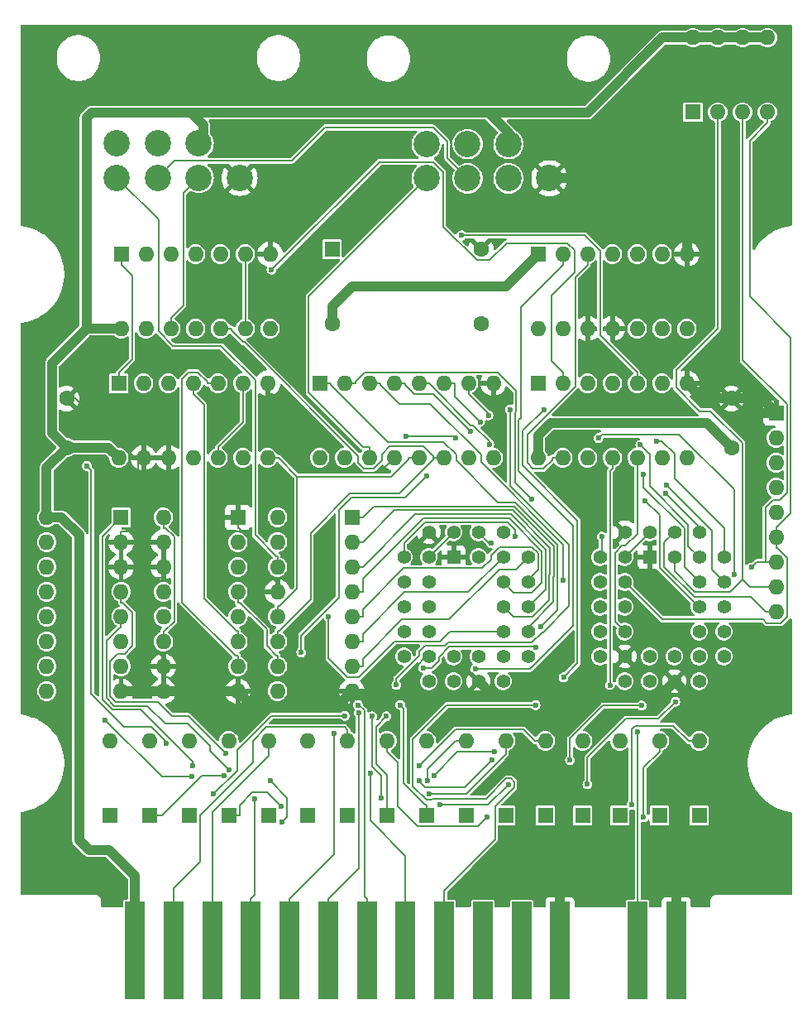
<source format=gbr>
%TF.GenerationSoftware,KiCad,Pcbnew,8.0.2*%
%TF.CreationDate,2025-01-31T19:47:28+01:00*%
%TF.ProjectId,p2000t-joystick-nes,70323030-3074-42d6-9a6f-79737469636b,rev?*%
%TF.SameCoordinates,Original*%
%TF.FileFunction,Copper,L1,Top*%
%TF.FilePolarity,Positive*%
%FSLAX46Y46*%
G04 Gerber Fmt 4.6, Leading zero omitted, Abs format (unit mm)*
G04 Created by KiCad (PCBNEW 8.0.2) date 2025-01-31 19:47:28*
%MOMM*%
%LPD*%
G01*
G04 APERTURE LIST*
%TA.AperFunction,ComponentPad*%
%ADD10R,1.600000X1.600000*%
%TD*%
%TA.AperFunction,ComponentPad*%
%ADD11O,1.600000X1.600000*%
%TD*%
%TA.AperFunction,ComponentPad*%
%ADD12C,2.700000*%
%TD*%
%TA.AperFunction,ComponentPad*%
%ADD13C,1.600000*%
%TD*%
%TA.AperFunction,ComponentPad*%
%ADD14R,1.422400X1.422400*%
%TD*%
%TA.AperFunction,ComponentPad*%
%ADD15C,1.422400*%
%TD*%
%TA.AperFunction,SMDPad,CuDef*%
%ADD16R,2.000000X10.000000*%
%TD*%
%TA.AperFunction,ViaPad*%
%ADD17C,0.600000*%
%TD*%
%TA.AperFunction,Conductor*%
%ADD18C,0.200000*%
%TD*%
%TA.AperFunction,Conductor*%
%ADD19C,1.000000*%
%TD*%
G04 APERTURE END LIST*
D10*
%TO.P,SW1,1*%
%TO.N,DIP4*%
X97155000Y-35517500D03*
D11*
%TO.P,SW1,2*%
%TO.N,DIP3*%
X99695000Y-35517500D03*
%TO.P,SW1,3*%
%TO.N,DIP2*%
X102235000Y-35517500D03*
%TO.P,SW1,4*%
%TO.N,DIP1*%
X104775000Y-35517500D03*
%TO.P,SW1,5*%
%TO.N,VCC*%
X104775000Y-27897500D03*
%TO.P,SW1,6*%
X102235000Y-27897500D03*
%TO.P,SW1,7*%
X99695000Y-27897500D03*
%TO.P,SW1,8*%
X97155000Y-27897500D03*
%TD*%
D10*
%TO.P,D16,1,K*%
%TO.N,Net-(D16-K)*%
X37490400Y-107442000D03*
D11*
%TO.P,D16,2,A*%
%TO.N,D7*%
X37490400Y-99822000D03*
%TD*%
D12*
%TO.P,J1,1,GND*%
%TO.N,GND*%
X50725000Y-42235000D03*
%TO.P,J1,2,CLK*%
%TO.N,CTRLCLK*%
X46532000Y-42235000D03*
%TO.P,J1,3,Latch*%
%TO.N,LATCH*%
X42341000Y-42235000D03*
%TO.P,J1,4,D1*%
%TO.N,Net-(J1-D1)*%
X38150000Y-42235000D03*
%TO.P,J1,5,D4*%
%TO.N,unconnected-(J1-D4-Pad5)*%
X38150000Y-38735000D03*
%TO.P,J1,6,D3*%
%TO.N,unconnected-(J1-D3-Pad6)*%
X42341000Y-38735000D03*
%TO.P,J1,7,VCC*%
%TO.N,VCC*%
X46532000Y-38735000D03*
%TD*%
D13*
%TO.P,C1,1*%
%TO.N,VCC*%
X33020000Y-69810000D03*
%TO.P,C1,2*%
%TO.N,GND*%
X33020000Y-64810000D03*
%TD*%
D10*
%TO.P,U8,1,QB*%
%TO.N,JS1B1*%
X62230000Y-76952000D03*
D11*
%TO.P,U8,2,QC*%
%TO.N,JS1B2*%
X62230000Y-79492000D03*
%TO.P,U8,3,QD*%
%TO.N,JS1B3*%
X62230000Y-82032000D03*
%TO.P,U8,4,QE*%
%TO.N,JS1B4*%
X62230000Y-84572000D03*
%TO.P,U8,5,QF*%
%TO.N,JS1B5*%
X62230000Y-87112000D03*
%TO.P,U8,6,QG*%
%TO.N,JS1B6*%
X62230000Y-89652000D03*
%TO.P,U8,7,QH*%
%TO.N,JS1B7*%
X62230000Y-92192000D03*
%TO.P,U8,8,GND*%
%TO.N,GND*%
X62230000Y-94732000D03*
%TO.P,U8,9,QH'*%
%TO.N,unconnected-(U8-QH'-Pad9)*%
X54610000Y-94732000D03*
%TO.P,U8,10,~{SRCLR}*%
%TO.N,VCC*%
X54610000Y-92192000D03*
%TO.P,U8,11,SRCLK*%
%TO.N,CLK*%
X54610000Y-89652000D03*
%TO.P,U8,12,RCLK*%
%TO.N,LATCH*%
X54610000Y-87112000D03*
%TO.P,U8,13,~{OE}*%
%TO.N,GND*%
X54610000Y-84572000D03*
%TO.P,U8,14,SER*%
%TO.N,Net-(J1-D1)*%
X54610000Y-82032000D03*
%TO.P,U8,15,QA*%
%TO.N,JS1B0*%
X54610000Y-79492000D03*
%TO.P,U8,16,VCC*%
%TO.N,VCC*%
X54610000Y-76952000D03*
%TD*%
D10*
%TO.P,D6,1,K*%
%TO.N,Net-(D6-K)*%
X77978000Y-107442000D03*
D11*
%TO.P,D6,2,A*%
%TO.N,D5*%
X77978000Y-99822000D03*
%TD*%
D12*
%TO.P,J2,1,GND*%
%TO.N,GND*%
X82450000Y-42290000D03*
%TO.P,J2,2,CLK*%
%TO.N,CTRLCLK*%
X78257000Y-42290000D03*
%TO.P,J2,3,Latch*%
%TO.N,LATCH*%
X74066000Y-42290000D03*
%TO.P,J2,4,D1*%
%TO.N,Net-(J2-D1)*%
X69875000Y-42290000D03*
%TO.P,J2,5,D4*%
%TO.N,unconnected-(J2-D4-Pad5)*%
X69875000Y-38790000D03*
%TO.P,J2,6,D3*%
%TO.N,unconnected-(J2-D3-Pad6)*%
X74066000Y-38790000D03*
%TO.P,J2,7,VCC*%
%TO.N,VCC*%
X78257000Y-38790000D03*
%TD*%
D10*
%TO.P,U10,1*%
%TO.N,500KHz*%
X38608000Y-50038000D03*
D11*
%TO.P,U10,2*%
%TO.N,Net-(U10-Pad2)*%
X41148000Y-50038000D03*
%TO.P,U10,3*%
X43688000Y-50038000D03*
%TO.P,U10,4*%
%TO.N,Net-(U10-Pad4)*%
X46228000Y-50038000D03*
%TO.P,U10,5*%
X48768000Y-50038000D03*
%TO.P,U10,6*%
%TO.N,Net-(U10-Pad6)*%
X51308000Y-50038000D03*
%TO.P,U10,7,GND*%
%TO.N,GND*%
X53848000Y-50038000D03*
%TO.P,U10,8*%
%TO.N,Net-(U10-Pad11)*%
X53848000Y-57658000D03*
%TO.P,U10,9*%
%TO.N,Net-(U10-Pad6)*%
X51308000Y-57658000D03*
%TO.P,U10,10*%
%TO.N,CLK*%
X48768000Y-57658000D03*
%TO.P,U10,11*%
%TO.N,Net-(U10-Pad11)*%
X46228000Y-57658000D03*
%TO.P,U10,12*%
%TO.N,CTRLCLK*%
X43688000Y-57658000D03*
%TO.P,U10,13*%
%TO.N,CLK*%
X41148000Y-57658000D03*
%TO.P,U10,14,VCC*%
%TO.N,VCC*%
X38608000Y-57658000D03*
%TD*%
D14*
%TO.P,U7,1,NC*%
%TO.N,GND*%
X92710000Y-81026000D03*
D15*
%TO.P,U7,2,A16*%
%TO.N,DIP4*%
X95250000Y-78486000D03*
%TO.P,U7,3,A15*%
%TO.N,DIP3*%
X95250000Y-81026000D03*
%TO.P,U7,4,A12*%
%TO.N,KBIEN*%
X97790000Y-78486000D03*
%TO.P,U7,5,A7*%
%TO.N,JS2B7*%
X100330000Y-81026000D03*
%TO.P,U7,6,A6*%
%TO.N,JS2B6*%
X97790000Y-81026000D03*
%TO.P,U7,7,A5*%
%TO.N,JS2B5*%
X100330000Y-83566000D03*
%TO.P,U7,8,A4*%
%TO.N,JS2B4*%
X97790000Y-83566000D03*
%TO.P,U7,9,A3*%
%TO.N,JS2B3*%
X100330000Y-86106000D03*
%TO.P,U7,10,A2*%
%TO.N,JS2B2*%
X97790000Y-86106000D03*
%TO.P,U7,11,A1*%
%TO.N,JS2B1*%
X100330000Y-88646000D03*
%TO.P,U7,12,A0*%
%TO.N,JS2B0*%
X97790000Y-88646000D03*
%TO.P,U7,13,D0*%
%TO.N,Net-(D9-K)*%
X100330000Y-91186000D03*
%TO.P,U7,14,D1*%
%TO.N,Net-(D10-K)*%
X97790000Y-93726000D03*
%TO.P,U7,15,D2*%
%TO.N,Net-(D11-K)*%
X97790000Y-91186000D03*
%TO.P,U7,16,GND*%
%TO.N,GND*%
X95250000Y-93726000D03*
%TO.P,U7,17,D3*%
%TO.N,Net-(D12-K)*%
X95250000Y-91186000D03*
%TO.P,U7,18,D4*%
%TO.N,Net-(D13-K)*%
X92710000Y-93726000D03*
%TO.P,U7,19,D5*%
%TO.N,Net-(D14-K)*%
X92710000Y-91186000D03*
%TO.P,U7,20,D6*%
%TO.N,Net-(D15-K)*%
X90170000Y-93726000D03*
%TO.P,U7,21,D7*%
%TO.N,Net-(D16-K)*%
X87630000Y-91186000D03*
%TO.P,U7,22,CE*%
%TO.N,GND*%
X90170000Y-91186000D03*
%TO.P,U7,23,A10*%
%TO.N,A2*%
X87630000Y-88646000D03*
%TO.P,U7,24,OE*%
%TO.N,Net-(U6-OE)*%
X90170000Y-88646000D03*
%TO.P,U7,25,A11*%
%TO.N,A3*%
X87630000Y-86106000D03*
%TO.P,U7,26,A9*%
%TO.N,A1*%
X90170000Y-86106000D03*
%TO.P,U7,27,A8*%
%TO.N,A0*%
X87630000Y-83566000D03*
%TO.P,U7,28,A13*%
%TO.N,DIP1*%
X90170000Y-83566000D03*
%TO.P,U7,29,A14*%
%TO.N,DIP2*%
X87630000Y-81026000D03*
%TO.P,U7,30,NC*%
%TO.N,GND*%
X90170000Y-78486000D03*
%TO.P,U7,31,PGM*%
%TO.N,VCC*%
X90170000Y-81026000D03*
%TO.P,U7,32,VCC*%
X92710000Y-78486000D03*
%TD*%
D16*
%TO.P,J3,1b,Pin_1b*%
%TO.N,VCC*%
X39994000Y-121285000D03*
%TO.P,J3,2b,Pin_2b*%
%TO.N,D1*%
X43954000Y-121285000D03*
%TO.P,J3,3b,Pin_3b*%
%TO.N,D3*%
X47914000Y-121285000D03*
%TO.P,J3,4b,Pin_4b*%
%TO.N,D5*%
X51874000Y-121285000D03*
%TO.P,J3,5b,Pin_5b*%
%TO.N,D7*%
X55834000Y-121285000D03*
%TO.P,J3,6b,Pin_6b*%
%TO.N,A1*%
X59794000Y-121285000D03*
%TO.P,J3,7b,Pin_7b*%
%TO.N,A3*%
X63754000Y-121285000D03*
%TO.P,J3,8b,Pin_8b*%
%TO.N,A5*%
X67714000Y-121285000D03*
%TO.P,J3,9b,Pin_9b*%
%TO.N,A7*%
X71674000Y-121285000D03*
%TO.P,J3,10b,Pin_10b*%
%TO.N,unconnected-(J3-Pin_10b-Pad10b)*%
X75634000Y-121285000D03*
%TO.P,J3,11b,Pin_11b*%
%TO.N,unconnected-(J3-Pin_11b-Pad11b)*%
X79594000Y-121285000D03*
%TO.P,J3,12b,Pin_12b*%
%TO.N,GND*%
X83554000Y-121285000D03*
%TO.P,J3,14b,Pin_14b*%
%TO.N,~{WR}*%
X91488400Y-121285000D03*
%TO.P,J3,15b,Pin_15b*%
%TO.N,GND*%
X95434000Y-121285000D03*
%TD*%
D10*
%TO.P,D11,1,K*%
%TO.N,Net-(D11-K)*%
X57725700Y-107442000D03*
D11*
%TO.P,D11,2,A*%
%TO.N,D2*%
X57725700Y-99822000D03*
%TD*%
D10*
%TO.P,RN1,1,common*%
%TO.N,GND*%
X105664000Y-66294000D03*
D11*
%TO.P,RN1,2,R1*%
%TO.N,unconnected-(RN1-R1-Pad2)*%
X105664000Y-68834000D03*
%TO.P,RN1,3,R2*%
%TO.N,unconnected-(RN1-R2-Pad3)*%
X105664000Y-71374000D03*
%TO.P,RN1,4,R3*%
%TO.N,unconnected-(RN1-R3-Pad4)*%
X105664000Y-73914000D03*
%TO.P,RN1,5,R4*%
%TO.N,unconnected-(RN1-R4-Pad5)*%
X105664000Y-76454000D03*
%TO.P,RN1,6,R5*%
%TO.N,DIP1*%
X105664000Y-78994000D03*
%TO.P,RN1,7,R6*%
%TO.N,DIP2*%
X105664000Y-81534000D03*
%TO.P,RN1,8,R7*%
%TO.N,DIP3*%
X105664000Y-84074000D03*
%TO.P,RN1,9,R8*%
%TO.N,DIP4*%
X105664000Y-86614000D03*
%TD*%
D10*
%TO.P,D8,1,K*%
%TO.N,Net-(D8-K)*%
X69850000Y-107442000D03*
D11*
%TO.P,D8,2,A*%
%TO.N,D7*%
X69850000Y-99822000D03*
%TD*%
D10*
%TO.P,U1,1*%
%TO.N,Net-(U3-E2)*%
X81280000Y-63246000D03*
D11*
%TO.P,U1,2*%
%TO.N,A6*%
X83820000Y-63246000D03*
%TO.P,U1,3*%
%TO.N,A7*%
X86360000Y-63246000D03*
%TO.P,U1,4*%
%TO.N,Net-(U1-Pad4)*%
X88900000Y-63246000D03*
%TO.P,U1,5*%
%TO.N,Net-(U3-~{Y0})*%
X91440000Y-63246000D03*
%TO.P,U1,6*%
%TO.N,~{RD}*%
X93980000Y-63246000D03*
%TO.P,U1,7,GND*%
%TO.N,GND*%
X96520000Y-63246000D03*
%TO.P,U1,8*%
%TO.N,Net-(U1-Pad4)*%
X96520000Y-70866000D03*
%TO.P,U1,9*%
X93980000Y-70866000D03*
%TO.P,U1,10*%
%TO.N,Net-(U6-OE)*%
X91440000Y-70866000D03*
%TO.P,U1,11*%
%TO.N,~{WR}*%
X88900000Y-70866000D03*
%TO.P,U1,12*%
%TO.N,Net-(U3-~{Y1})*%
X86360000Y-70866000D03*
%TO.P,U1,13*%
%TO.N,Net-(U2A-C)*%
X83820000Y-70866000D03*
%TO.P,U1,14,VCC*%
%TO.N,VCC*%
X81280000Y-70866000D03*
%TD*%
D14*
%TO.P,U6,1,NC*%
%TO.N,GND*%
X72644000Y-81026000D03*
D15*
%TO.P,U6,2,A16*%
%TO.N,DIP4*%
X75184000Y-78486000D03*
%TO.P,U6,3,A15*%
%TO.N,DIP3*%
X75184000Y-81026000D03*
%TO.P,U6,4,A12*%
%TO.N,KBIEN*%
X77724000Y-78486000D03*
%TO.P,U6,5,A7*%
%TO.N,JS1B7*%
X80264000Y-81026000D03*
%TO.P,U6,6,A6*%
%TO.N,JS1B6*%
X77724000Y-81026000D03*
%TO.P,U6,7,A5*%
%TO.N,JS1B5*%
X80264000Y-83566000D03*
%TO.P,U6,8,A4*%
%TO.N,JS1B4*%
X77724000Y-83566000D03*
%TO.P,U6,9,A3*%
%TO.N,JS1B3*%
X80264000Y-86106000D03*
%TO.P,U6,10,A2*%
%TO.N,JS1B2*%
X77724000Y-86106000D03*
%TO.P,U6,11,A1*%
%TO.N,JS1B1*%
X80264000Y-88646000D03*
%TO.P,U6,12,A0*%
%TO.N,JS1B0*%
X77724000Y-88646000D03*
%TO.P,U6,13,D0*%
%TO.N,Net-(D1-K)*%
X80264000Y-91186000D03*
%TO.P,U6,14,D1*%
%TO.N,Net-(D2-K)*%
X77724000Y-93726000D03*
%TO.P,U6,15,D2*%
%TO.N,Net-(D3-K)*%
X77724000Y-91186000D03*
%TO.P,U6,16,GND*%
%TO.N,GND*%
X75184000Y-93726000D03*
%TO.P,U6,17,D3*%
%TO.N,Net-(D4-K)*%
X75184000Y-91186000D03*
%TO.P,U6,18,D4*%
%TO.N,Net-(D5-K)*%
X72644000Y-93726000D03*
%TO.P,U6,19,D5*%
%TO.N,Net-(D6-K)*%
X72644000Y-91186000D03*
%TO.P,U6,20,D6*%
%TO.N,Net-(D7-K)*%
X70104000Y-93726000D03*
%TO.P,U6,21,D7*%
%TO.N,Net-(D8-K)*%
X67564000Y-91186000D03*
%TO.P,U6,22,CE*%
%TO.N,GND*%
X70104000Y-91186000D03*
%TO.P,U6,23,A10*%
%TO.N,A2*%
X67564000Y-88646000D03*
%TO.P,U6,24,OE*%
%TO.N,Net-(U6-OE)*%
X70104000Y-88646000D03*
%TO.P,U6,25,A11*%
%TO.N,A3*%
X67564000Y-86106000D03*
%TO.P,U6,26,A9*%
%TO.N,A1*%
X70104000Y-86106000D03*
%TO.P,U6,27,A8*%
%TO.N,A0*%
X67564000Y-83566000D03*
%TO.P,U6,28,A13*%
%TO.N,DIP1*%
X70104000Y-83566000D03*
%TO.P,U6,29,A14*%
%TO.N,DIP2*%
X67564000Y-81026000D03*
%TO.P,U6,30,NC*%
%TO.N,GND*%
X70104000Y-78486000D03*
%TO.P,U6,31,PGM*%
%TO.N,VCC*%
X70104000Y-81026000D03*
%TO.P,U6,32,VCC*%
X72644000Y-78486000D03*
%TD*%
D10*
%TO.P,D10,1,K*%
%TO.N,Net-(D10-K)*%
X61772800Y-107442000D03*
D11*
%TO.P,D10,2,A*%
%TO.N,D1*%
X61772800Y-99822000D03*
%TD*%
D10*
%TO.P,D5,1,K*%
%TO.N,Net-(D5-K)*%
X82042000Y-107442000D03*
D11*
%TO.P,D5,2,A*%
%TO.N,D4*%
X82042000Y-99822000D03*
%TD*%
D10*
%TO.P,D3,1,K*%
%TO.N,Net-(D3-K)*%
X89662000Y-107442000D03*
D11*
%TO.P,D3,2,A*%
%TO.N,D2*%
X89662000Y-99822000D03*
%TD*%
D10*
%TO.P,D4,1,K*%
%TO.N,Net-(D4-K)*%
X85852000Y-107442000D03*
D11*
%TO.P,D4,2,A*%
%TO.N,D3*%
X85852000Y-99822000D03*
%TD*%
D10*
%TO.P,U9,1,QB*%
%TO.N,JS2B1*%
X58928000Y-63246000D03*
D11*
%TO.P,U9,2,QC*%
%TO.N,JS2B2*%
X61468000Y-63246000D03*
%TO.P,U9,3,QD*%
%TO.N,JS2B3*%
X64008000Y-63246000D03*
%TO.P,U9,4,QE*%
%TO.N,JS2B4*%
X66548000Y-63246000D03*
%TO.P,U9,5,QF*%
%TO.N,JS2B5*%
X69088000Y-63246000D03*
%TO.P,U9,6,QG*%
%TO.N,JS2B6*%
X71628000Y-63246000D03*
%TO.P,U9,7,QH*%
%TO.N,JS2B7*%
X74168000Y-63246000D03*
%TO.P,U9,8,GND*%
%TO.N,GND*%
X76708000Y-63246000D03*
%TO.P,U9,9,QH'*%
%TO.N,unconnected-(U9-QH'-Pad9)*%
X76708000Y-70866000D03*
%TO.P,U9,10,~{SRCLR}*%
%TO.N,VCC*%
X74168000Y-70866000D03*
%TO.P,U9,11,SRCLK*%
%TO.N,CLK*%
X71628000Y-70866000D03*
%TO.P,U9,12,RCLK*%
%TO.N,LATCH*%
X69088000Y-70866000D03*
%TO.P,U9,13,~{OE}*%
%TO.N,GND*%
X66548000Y-70866000D03*
%TO.P,U9,14,SER*%
%TO.N,Net-(J2-D1)*%
X64008000Y-70866000D03*
%TO.P,U9,15,QA*%
%TO.N,JS2B0*%
X61468000Y-70866000D03*
%TO.P,U9,16,VCC*%
%TO.N,VCC*%
X58928000Y-70866000D03*
%TD*%
D10*
%TO.P,U4,1,B*%
%TO.N,GND*%
X50546000Y-76962000D03*
D11*
%TO.P,U4,2,QB*%
%TO.N,Net-(U4-QB)*%
X50546000Y-79502000D03*
%TO.P,U4,3,QA*%
%TO.N,500KHz*%
X50546000Y-82042000D03*
%TO.P,U4,4,DOWN*%
%TO.N,VCC*%
X50546000Y-84582000D03*
%TO.P,U4,5,UP*%
%TO.N,Net-(U4-UP)*%
X50546000Y-87122000D03*
%TO.P,U4,6,QC*%
%TO.N,Net-(U4-QC)*%
X50546000Y-89662000D03*
%TO.P,U4,7,QD*%
%TO.N,Net-(U4-QD)*%
X50546000Y-92202000D03*
%TO.P,U4,8,GND*%
%TO.N,GND*%
X50546000Y-94742000D03*
%TO.P,U4,9,D*%
X42926000Y-94742000D03*
%TO.P,U4,10,C*%
X42926000Y-92202000D03*
%TO.P,U4,11,~{LOAD}*%
%TO.N,VCC*%
X42926000Y-89662000D03*
%TO.P,U4,12,~{CO}*%
%TO.N,unconnected-(U4-~{CO}-Pad12)*%
X42926000Y-87122000D03*
%TO.P,U4,13,~{BO}*%
%TO.N,unconnected-(U4-~{BO}-Pad13)*%
X42926000Y-84582000D03*
%TO.P,U4,14,CLR*%
%TO.N,GND*%
X42926000Y-82042000D03*
%TO.P,U4,15,A*%
X42926000Y-79502000D03*
%TO.P,U4,16,VCC*%
%TO.N,VCC*%
X42926000Y-76962000D03*
%TD*%
D10*
%TO.P,D13,1,K*%
%TO.N,Net-(D13-K)*%
X49631600Y-107442000D03*
D11*
%TO.P,D13,2,A*%
%TO.N,D4*%
X49631600Y-99822000D03*
%TD*%
D10*
%TO.P,D15,1,K*%
%TO.N,Net-(D15-K)*%
X41537500Y-107442000D03*
D11*
%TO.P,D15,2,A*%
%TO.N,D6*%
X41537500Y-99822000D03*
%TD*%
D10*
%TO.P,U2,1,~{R}*%
%TO.N,VCC*%
X81280000Y-50038000D03*
D11*
%TO.P,U2,2,D*%
%TO.N,D6*%
X83820000Y-50038000D03*
%TO.P,U2,3,C*%
%TO.N,Net-(U2A-C)*%
X86360000Y-50038000D03*
%TO.P,U2,4,~{S}*%
%TO.N,VCC*%
X88900000Y-50038000D03*
%TO.P,U2,5,Q*%
%TO.N,KBIEN*%
X91440000Y-50038000D03*
%TO.P,U2,6,~{Q}*%
%TO.N,unconnected-(U2A-~{Q}-Pad6)*%
X93980000Y-50038000D03*
%TO.P,U2,7,GND*%
%TO.N,GND*%
X96520000Y-50038000D03*
%TO.P,U2,8,~{Q}*%
%TO.N,unconnected-(U2B-~{Q}-Pad8)*%
X96520000Y-57658000D03*
%TO.P,U2,9,Q*%
%TO.N,unconnected-(U2B-Q-Pad9)*%
X93980000Y-57658000D03*
%TO.P,U2,10,~{S}*%
%TO.N,VCC*%
X91440000Y-57658000D03*
%TO.P,U2,11,C*%
%TO.N,GND*%
X88900000Y-57658000D03*
%TO.P,U2,12,D*%
X86360000Y-57658000D03*
%TO.P,U2,13,~{R}*%
%TO.N,VCC*%
X83820000Y-57658000D03*
%TO.P,U2,14,VCC*%
X81280000Y-57658000D03*
%TD*%
D10*
%TO.P,X1,1,NC*%
%TO.N,unconnected-(X1-NC-Pad1)*%
X60198000Y-49530000D03*
D13*
%TO.P,X1,7,GND*%
%TO.N,GND*%
X75438000Y-49530000D03*
%TO.P,X1,8,OUT*%
%TO.N,Net-(U4-UP)*%
X75438000Y-57150000D03*
%TO.P,X1,14,Vcc*%
%TO.N,VCC*%
X60198000Y-57150000D03*
%TD*%
D10*
%TO.P,D14,1,K*%
%TO.N,Net-(D14-K)*%
X45584500Y-107442000D03*
D11*
%TO.P,D14,2,A*%
%TO.N,D5*%
X45584500Y-99822000D03*
%TD*%
D10*
%TO.P,D1,1,K*%
%TO.N,Net-(D1-K)*%
X97790000Y-107442000D03*
D11*
%TO.P,D1,2,A*%
%TO.N,D0*%
X97790000Y-99822000D03*
%TD*%
D10*
%TO.P,D12,1,K*%
%TO.N,Net-(D12-K)*%
X53678700Y-107442000D03*
D11*
%TO.P,D12,2,A*%
%TO.N,D3*%
X53678700Y-99822000D03*
%TD*%
D10*
%TO.P,U5,1*%
%TO.N,500KHz*%
X38354000Y-63246000D03*
D11*
%TO.P,U5,2*%
%TO.N,Net-(U4-QB)*%
X40894000Y-63246000D03*
%TO.P,U5,3*%
%TO.N,Net-(U5-Pad3)*%
X43434000Y-63246000D03*
%TO.P,U5,4*%
%TO.N,Net-(U4-QC)*%
X45974000Y-63246000D03*
%TO.P,U5,5*%
%TO.N,Net-(U4-QD)*%
X48514000Y-63246000D03*
%TO.P,U5,6*%
%TO.N,Net-(U5-Pad10)*%
X51054000Y-63246000D03*
%TO.P,U5,7,GND*%
%TO.N,GND*%
X53594000Y-63246000D03*
%TO.P,U5,8*%
%TO.N,LATCH*%
X53594000Y-70866000D03*
%TO.P,U5,9*%
%TO.N,Net-(U5-Pad3)*%
X51054000Y-70866000D03*
%TO.P,U5,10*%
%TO.N,Net-(U5-Pad10)*%
X48514000Y-70866000D03*
%TO.P,U5,11*%
%TO.N,unconnected-(U5-Pad11)*%
X45974000Y-70866000D03*
%TO.P,U5,12*%
%TO.N,GND*%
X43434000Y-70866000D03*
%TO.P,U5,13*%
X40894000Y-70866000D03*
%TO.P,U5,14,VCC*%
%TO.N,VCC*%
X38354000Y-70866000D03*
%TD*%
D10*
%TO.P,D7,1,K*%
%TO.N,Net-(D7-K)*%
X73914000Y-107442000D03*
D11*
%TO.P,D7,2,A*%
%TO.N,D6*%
X73914000Y-99822000D03*
%TD*%
D10*
%TO.P,U3,1,A0*%
%TO.N,A4*%
X38598000Y-76952000D03*
D11*
%TO.P,U3,2,A1*%
%TO.N,GND*%
X38598000Y-79492000D03*
%TO.P,U3,3,A2*%
X38598000Y-82032000D03*
%TO.P,U3,4,~{E0}*%
%TO.N,A5*%
X38598000Y-84572000D03*
%TO.P,U3,5,~{E1}*%
%TO.N,~{IORQ}*%
X38598000Y-87112000D03*
%TO.P,U3,6,E2*%
%TO.N,Net-(U3-E2)*%
X38598000Y-89652000D03*
%TO.P,U3,7,~{Y7}*%
%TO.N,unconnected-(U3-~{Y7}-Pad7)*%
X38598000Y-92192000D03*
%TO.P,U3,8,GND*%
%TO.N,GND*%
X38598000Y-94732000D03*
%TO.P,U3,9,~{Y6}*%
%TO.N,unconnected-(U3-~{Y6}-Pad9)*%
X30978000Y-94732000D03*
%TO.P,U3,10,~{Y5}*%
%TO.N,unconnected-(U3-~{Y5}-Pad10)*%
X30978000Y-92192000D03*
%TO.P,U3,11,~{Y4}*%
%TO.N,unconnected-(U3-~{Y4}-Pad11)*%
X30978000Y-89652000D03*
%TO.P,U3,12,~{Y3}*%
%TO.N,unconnected-(U3-~{Y3}-Pad12)*%
X30978000Y-87112000D03*
%TO.P,U3,13,~{Y2}*%
%TO.N,unconnected-(U3-~{Y2}-Pad13)*%
X30978000Y-84572000D03*
%TO.P,U3,14,~{Y1}*%
%TO.N,Net-(U3-~{Y1})*%
X30978000Y-82032000D03*
%TO.P,U3,15,~{Y0}*%
%TO.N,Net-(U3-~{Y0})*%
X30978000Y-79492000D03*
%TO.P,U3,16,VCC*%
%TO.N,VCC*%
X30978000Y-76952000D03*
%TD*%
D13*
%TO.P,C2,1*%
%TO.N,VCC*%
X101092000Y-69810000D03*
%TO.P,C2,2*%
%TO.N,GND*%
X101092000Y-64810000D03*
%TD*%
D10*
%TO.P,D9,1,K*%
%TO.N,Net-(D9-K)*%
X65819900Y-107442000D03*
D11*
%TO.P,D9,2,A*%
%TO.N,D0*%
X65819900Y-99822000D03*
%TD*%
D10*
%TO.P,D2,1,K*%
%TO.N,Net-(D2-K)*%
X93726000Y-107442000D03*
D11*
%TO.P,D2,2,A*%
%TO.N,D1*%
X93726000Y-99822000D03*
%TD*%
D17*
%TO.N,Net-(D9-K)*%
X65758100Y-97304500D03*
%TO.N,DIP4*%
X76471500Y-79575000D03*
%TO.N,A7*%
X81039300Y-96175600D03*
X83897400Y-93326500D03*
X81891100Y-65927100D03*
%TO.N,D4*%
X69132000Y-102369000D03*
%TO.N,D5*%
X52294500Y-105726500D03*
X70175700Y-105234700D03*
%TO.N,~{RD}*%
X66772300Y-94103300D03*
X78410400Y-65929900D03*
X65201500Y-105702400D03*
X64296300Y-97304500D03*
%TO.N,A4*%
X45947700Y-102363000D03*
%TO.N,D6*%
X74884000Y-92456000D03*
X69941500Y-103891200D03*
%TO.N,A5*%
X64106000Y-103098000D03*
X49333100Y-101128800D03*
%TO.N,D0*%
X90871900Y-106335600D03*
X76034400Y-107606900D03*
%TO.N,A0*%
X45872900Y-103475200D03*
X36970000Y-97669700D03*
%TO.N,D7*%
X60402900Y-99042000D03*
%TO.N,A6*%
X54001100Y-51644000D03*
X35083800Y-71696800D03*
X43230600Y-100100700D03*
%TO.N,D3*%
X76808300Y-100956000D03*
X70634700Y-103345300D03*
%TO.N,A3*%
X62851400Y-96146200D03*
%TO.N,~{IORQ}*%
X55098700Y-108115000D03*
X53855100Y-103898200D03*
X49666300Y-102777800D03*
%TO.N,A2*%
X61512500Y-97268300D03*
X48002500Y-105255600D03*
%TO.N,A1*%
X62904400Y-96955200D03*
%TO.N,D1*%
X92103600Y-107648800D03*
%TO.N,Net-(D8-K)*%
X67175200Y-96154100D03*
%TO.N,DIP2*%
X87813000Y-78913300D03*
X78962600Y-78913300D03*
X103147100Y-82083000D03*
%TO.N,~{WR}*%
X88641400Y-94110800D03*
X91488400Y-98888600D03*
%TO.N,Net-(U3-~{Y0})*%
X73453400Y-48104800D03*
%TO.N,Net-(U3-E2)*%
X57037900Y-90775300D03*
X69887000Y-72737100D03*
%TO.N,KBIEN*%
X94375800Y-74526300D03*
%TO.N,Net-(D10-K)*%
X86342300Y-104252900D03*
X71213500Y-106341900D03*
X95337700Y-95826400D03*
X78246000Y-104277400D03*
%TO.N,Net-(D13-K)*%
X54991700Y-106538500D03*
%TO.N,Net-(D14-K)*%
X91891000Y-96217600D03*
X76534300Y-101780000D03*
X84567900Y-101780000D03*
X69141300Y-103854500D03*
%TO.N,Net-(D15-K)*%
X49100500Y-103343700D03*
%TO.N,Net-(D16-K)*%
X69536000Y-92368100D03*
X81061600Y-90257600D03*
%TO.N,JS1B0*%
X59835200Y-87106500D03*
%TO.N,JS2B2*%
X92266300Y-75234900D03*
X80605400Y-75080600D03*
%TO.N,JS2B5*%
X76293400Y-69476500D03*
X94436400Y-73690700D03*
%TO.N,JS2B7*%
X76201400Y-66543300D03*
X93440500Y-69194400D03*
%TO.N,JS2B4*%
X74411400Y-68165400D03*
X92084300Y-72539900D03*
%TO.N,JS2B6*%
X75350900Y-67203000D03*
X91758500Y-69554500D03*
%TO.N,JS2B0*%
X101341400Y-82847300D03*
X67777000Y-68668700D03*
X87465400Y-68853100D03*
X72823800Y-68868000D03*
%TO.N,JS2B1*%
X81556000Y-88099800D03*
%TO.N,JS2B3*%
X83839800Y-83426000D03*
%TD*%
D18*
%TO.N,Net-(D9-K)*%
X65819900Y-107442000D02*
X65819900Y-103279800D01*
X65819900Y-103279800D02*
X64708100Y-102168000D01*
X64708100Y-102168000D02*
X64708100Y-98354500D01*
X64708100Y-98354500D02*
X65758100Y-97304500D01*
%TO.N,GND*%
X39793900Y-70728500D02*
X33875400Y-64810000D01*
D19*
X100330000Y-110490000D02*
X97790000Y-110490000D01*
X76595200Y-95137200D02*
X82550000Y-95137200D01*
X104180000Y-64810000D02*
X101092000Y-64810000D01*
D18*
X50546000Y-76962000D02*
X50546000Y-78062100D01*
X38598000Y-82032000D02*
X39698100Y-82032000D01*
D19*
X42926000Y-94742000D02*
X38608000Y-94742000D01*
D18*
X60113800Y-70410000D02*
X54049900Y-64346100D01*
D19*
X105664000Y-66294000D02*
X104180000Y-64810000D01*
X82450000Y-42290000D02*
X94360000Y-42290000D01*
X50546000Y-94742000D02*
X44823800Y-94742000D01*
X38608000Y-94742000D02*
X38598000Y-94732000D01*
D18*
X53594000Y-63246000D02*
X53594000Y-64346100D01*
D19*
X98947200Y-95137200D02*
X101600000Y-97790000D01*
D18*
X42116900Y-83142100D02*
X41820700Y-83438300D01*
D19*
X103886000Y-66294000D02*
X105664000Y-66294000D01*
X97790000Y-110490000D02*
X95434000Y-112846000D01*
D18*
X66548000Y-70866000D02*
X65037700Y-72376300D01*
D19*
X101092000Y-64810000D02*
X98084000Y-64810000D01*
X83554000Y-121285000D02*
X83554000Y-96141200D01*
D18*
X68755600Y-92250200D02*
X69819800Y-91186000D01*
X42926000Y-79502000D02*
X42926000Y-82042000D01*
D19*
X68755600Y-95137200D02*
X62635200Y-95137200D01*
X83554000Y-96141200D02*
X82550000Y-95137200D01*
D18*
X60113800Y-71111800D02*
X60113800Y-70410000D01*
X41820700Y-83438300D02*
X41820700Y-90224600D01*
X65037700Y-72376300D02*
X61378300Y-72376300D01*
D19*
X52036000Y-96232000D02*
X50546000Y-94742000D01*
D18*
X54610000Y-84572000D02*
X54610000Y-83471900D01*
X41820700Y-83438300D02*
X41104400Y-83438300D01*
X44823800Y-94742000D02*
X43383900Y-93302100D01*
X53170200Y-80563600D02*
X53170200Y-82260100D01*
X50668700Y-78062100D02*
X53170200Y-80563600D01*
X42698000Y-91101900D02*
X42926000Y-91101900D01*
X41820700Y-90224600D02*
X42698000Y-91101900D01*
X61378300Y-72376300D02*
X60113800Y-71111800D01*
X42926000Y-92202000D02*
X42926000Y-91101900D01*
D19*
X91440000Y-95137200D02*
X93838800Y-95137200D01*
D18*
X53170200Y-82260100D02*
X54382000Y-83471900D01*
D19*
X101600000Y-97790000D02*
X101600000Y-109220000D01*
D18*
X40344000Y-70866000D02*
X39793900Y-70866000D01*
X42926000Y-83142100D02*
X42116900Y-83142100D01*
X68755600Y-95137200D02*
X68755600Y-92250200D01*
D19*
X82550000Y-95137200D02*
X91440000Y-95137200D01*
D18*
X50546000Y-78062100D02*
X50668700Y-78062100D01*
X40344000Y-77262800D02*
X39214900Y-78391900D01*
X54382000Y-83471900D02*
X54610000Y-83471900D01*
X33875400Y-64810000D02*
X33020000Y-64810000D01*
X69819800Y-91186000D02*
X70104000Y-91186000D01*
X38598000Y-82032000D02*
X38598000Y-79492000D01*
D19*
X94360000Y-42290000D02*
X96520000Y-44450000D01*
D18*
X40344000Y-70866000D02*
X40344000Y-77262800D01*
X54049900Y-64346100D02*
X53594000Y-64346100D01*
X42926000Y-82042000D02*
X42926000Y-83142100D01*
D19*
X95434000Y-112846000D02*
X95434000Y-121285000D01*
D18*
X38598000Y-79492000D02*
X38598000Y-78391900D01*
X91440000Y-92456000D02*
X90170000Y-91186000D01*
X91440000Y-95137200D02*
X91440000Y-92456000D01*
X42926000Y-92202000D02*
X42926000Y-93302100D01*
D19*
X98084000Y-64810000D02*
X96520000Y-63246000D01*
D18*
X43383900Y-93302100D02*
X42926000Y-93302100D01*
X41104400Y-83438300D02*
X39698100Y-82032000D01*
D19*
X44823800Y-94742000D02*
X42926000Y-94742000D01*
X102870000Y-67310000D02*
X103886000Y-66294000D01*
X62230000Y-94732000D02*
X60730000Y-96232000D01*
D18*
X39214900Y-78391900D02*
X38598000Y-78391900D01*
D19*
X75184000Y-93726000D02*
X76595200Y-95137200D01*
D18*
X40894000Y-70866000D02*
X40344000Y-70866000D01*
D19*
X60730000Y-96232000D02*
X52036000Y-96232000D01*
X96661200Y-95137200D02*
X98947200Y-95137200D01*
X76595200Y-95137200D02*
X68755600Y-95137200D01*
X101600000Y-109220000D02*
X100330000Y-110490000D01*
X62635200Y-95137200D02*
X62230000Y-94732000D01*
X93838800Y-95137200D02*
X95250000Y-93726000D01*
D18*
X39793900Y-70866000D02*
X39793900Y-70728500D01*
D19*
X95250000Y-93726000D02*
X96661200Y-95137200D01*
X96520000Y-44450000D02*
X96520000Y-50038000D01*
%TO.N,VCC*%
X35052000Y-57658000D02*
X35052000Y-36068000D01*
X94022500Y-27897500D02*
X97155000Y-27897500D01*
X81280000Y-70866000D02*
X81280000Y-68580000D01*
X45720000Y-35560000D02*
X46990000Y-36830000D01*
X78257000Y-37617000D02*
X78257000Y-38790000D01*
X35052000Y-57658000D02*
X38608000Y-57658000D01*
D18*
X44031300Y-78939500D02*
X43153900Y-78062100D01*
X50546000Y-84582000D02*
X50546000Y-85682100D01*
D19*
X60198000Y-55372000D02*
X60198000Y-57150000D01*
X39994000Y-121285000D02*
X39994000Y-113654000D01*
D18*
X54610000Y-91091900D02*
X54472400Y-91091900D01*
X54472400Y-91091900D02*
X53509900Y-90129400D01*
D19*
X46990000Y-38277000D02*
X46532000Y-38735000D01*
X99695000Y-27897500D02*
X102235000Y-27897500D01*
X31520000Y-61190000D02*
X35052000Y-57658000D01*
X76200000Y-35560000D02*
X78257000Y-37617000D01*
D18*
X42926000Y-89662000D02*
X42926000Y-88561900D01*
X54610000Y-92192000D02*
X54610000Y-91091900D01*
D19*
X46990000Y-36830000D02*
X46990000Y-38277000D01*
X82550000Y-67310000D02*
X98592000Y-67310000D01*
X35306000Y-110998000D02*
X34290000Y-109982000D01*
X37298000Y-69810000D02*
X38354000Y-70866000D01*
X34290000Y-109982000D02*
X34290000Y-78740000D01*
X34290000Y-78740000D02*
X32502000Y-76952000D01*
X30978000Y-76952000D02*
X30978000Y-71852000D01*
X32502000Y-76952000D02*
X30978000Y-76952000D01*
X39994000Y-113654000D02*
X37338000Y-110998000D01*
X35560000Y-35560000D02*
X45720000Y-35560000D01*
X37338000Y-110998000D02*
X35306000Y-110998000D01*
D18*
X43063500Y-88561900D02*
X44031300Y-87594100D01*
X72644000Y-78486000D02*
X70104000Y-81026000D01*
X53509900Y-88418100D02*
X50773900Y-85682100D01*
X92710000Y-78486000D02*
X90170000Y-81026000D01*
D19*
X31520000Y-68310000D02*
X31520000Y-61190000D01*
X81280000Y-68580000D02*
X82550000Y-67310000D01*
D18*
X53509900Y-90129400D02*
X53509900Y-88418100D01*
X42926000Y-76962000D02*
X42926000Y-78062100D01*
D19*
X45720000Y-35560000D02*
X76200000Y-35560000D01*
X62230000Y-53340000D02*
X60198000Y-55372000D01*
X33020000Y-69810000D02*
X31520000Y-68310000D01*
D18*
X43153900Y-78062100D02*
X42926000Y-78062100D01*
D19*
X98592000Y-67310000D02*
X101092000Y-69810000D01*
D18*
X42926000Y-88561900D02*
X43063500Y-88561900D01*
D19*
X97155000Y-27897500D02*
X99695000Y-27897500D01*
D18*
X44031300Y-87594100D02*
X44031300Y-78939500D01*
D19*
X30978000Y-71852000D02*
X33020000Y-69810000D01*
X81280000Y-50038000D02*
X77978000Y-53340000D01*
D18*
X50773900Y-85682100D02*
X50546000Y-85682100D01*
D19*
X76200000Y-35560000D02*
X86360000Y-35560000D01*
X102235000Y-27897500D02*
X104775000Y-27897500D01*
X77978000Y-53340000D02*
X62230000Y-53340000D01*
X86360000Y-35560000D02*
X94022500Y-27897500D01*
X33020000Y-69810000D02*
X37298000Y-69810000D01*
X35052000Y-36068000D02*
X35560000Y-35560000D01*
D18*
%TO.N,DIP3*%
X102960600Y-84074000D02*
X104563900Y-84074000D01*
X100975300Y-84580700D02*
X97334400Y-84580700D01*
X95411800Y-63703100D02*
X97818300Y-66109600D01*
X102221300Y-83334700D02*
X100975300Y-84580700D01*
X102221300Y-83334700D02*
X102960600Y-84074000D01*
X97334400Y-84580700D02*
X95250000Y-82496300D01*
X97818300Y-66109600D02*
X98950200Y-66109600D01*
X95411800Y-61920100D02*
X95411800Y-63703100D01*
X99695000Y-35517500D02*
X99695000Y-57636900D01*
X99695000Y-57636900D02*
X95411800Y-61920100D01*
X95250000Y-82496300D02*
X95250000Y-81026000D01*
X102221300Y-69380700D02*
X102221300Y-83334700D01*
X98950200Y-66109600D02*
X102221300Y-69380700D01*
X105664000Y-84074000D02*
X104563900Y-84074000D01*
%TO.N,DIP4*%
X105664000Y-86614000D02*
X104563900Y-86614000D01*
X103044500Y-85094600D02*
X97282400Y-85094600D01*
X76273000Y-79575000D02*
X75184000Y-78486000D01*
X94192100Y-79543900D02*
X95250000Y-78486000D01*
X104563900Y-86614000D02*
X103044500Y-85094600D01*
X76471500Y-79575000D02*
X76273000Y-79575000D01*
X97282400Y-85094600D02*
X94192100Y-82004300D01*
X94192100Y-82004300D02*
X94192100Y-79543900D01*
%TO.N,A7*%
X78846100Y-104025000D02*
X78846100Y-104525900D01*
X70540900Y-105718200D02*
X75956200Y-105718200D01*
X68483800Y-104449500D02*
X69903600Y-105869300D01*
X76877800Y-109919600D02*
X71674000Y-115123400D01*
X81039300Y-96175600D02*
X71938700Y-96175600D01*
X83897400Y-93326500D02*
X85327100Y-91896800D01*
X78008000Y-103666400D02*
X78487500Y-103666400D01*
X70389800Y-105869300D02*
X70540900Y-105718200D01*
X78846100Y-104525900D02*
X76877800Y-106494200D01*
X79711300Y-68106900D02*
X81891100Y-65927100D01*
X71674000Y-115123400D02*
X71674000Y-121285000D01*
X69903600Y-105869300D02*
X70389800Y-105869300D01*
X71938700Y-96175600D02*
X68483800Y-99630500D01*
X75956200Y-105718200D02*
X78008000Y-103666400D01*
X78487500Y-103666400D02*
X78846100Y-104025000D01*
X85327100Y-91896800D02*
X85327100Y-77278400D01*
X79711300Y-71662600D02*
X79711300Y-68106900D01*
X85327100Y-77278400D02*
X79711300Y-71662600D01*
X68483800Y-99630500D02*
X68483800Y-104449500D01*
X76877800Y-106494200D02*
X76877800Y-109919600D01*
%TO.N,D4*%
X79786700Y-98666800D02*
X80941900Y-99822000D01*
X69132000Y-102369000D02*
X72834200Y-98666800D01*
X72834200Y-98666800D02*
X79786700Y-98666800D01*
X82042000Y-99822000D02*
X80941900Y-99822000D01*
%TO.N,D5*%
X51874000Y-115984900D02*
X52294500Y-115564400D01*
X52294500Y-115564400D02*
X52294500Y-105726500D01*
X51874000Y-121285000D02*
X51874000Y-115984900D01*
X70175700Y-105234700D02*
X73929200Y-105234700D01*
X73929200Y-105234700D02*
X77978000Y-101185900D01*
X77978000Y-101185900D02*
X77978000Y-99822000D01*
%TO.N,~{RD}*%
X65201500Y-105702400D02*
X65201500Y-103344900D01*
X65201500Y-103344900D02*
X64296300Y-102439700D01*
X66772300Y-93447000D02*
X66772300Y-94103300D01*
X78410400Y-73734200D02*
X84440100Y-79763900D01*
X81701700Y-88699900D02*
X80661400Y-89740200D01*
X80661400Y-89740200D02*
X72053300Y-89740200D01*
X69092600Y-90710600D02*
X69092600Y-91126700D01*
X72053300Y-89740200D02*
X71735900Y-90057600D01*
X69745600Y-90057600D02*
X69092600Y-90710600D01*
X84440100Y-79763900D02*
X84440100Y-86064400D01*
X81804600Y-88699900D02*
X81701700Y-88699900D01*
X78410400Y-65929900D02*
X78410400Y-73734200D01*
X71735900Y-90057600D02*
X69745600Y-90057600D01*
X84440100Y-86064400D02*
X81804600Y-88699900D01*
X69092600Y-91126700D02*
X66772300Y-93447000D01*
X64296300Y-102439700D02*
X64296300Y-97304500D01*
%TO.N,A4*%
X36673400Y-95597300D02*
X37713100Y-96637000D01*
X36673400Y-78876600D02*
X36673400Y-95597300D01*
X37713100Y-96637000D02*
X40615700Y-96637000D01*
X45947700Y-101969000D02*
X45947700Y-102363000D01*
X40615700Y-96637000D02*
X45947700Y-101969000D01*
X38598000Y-76952000D02*
X36673400Y-78876600D01*
%TO.N,D6*%
X69941500Y-102694400D02*
X72813900Y-99822000D01*
X83820000Y-51138100D02*
X79511300Y-55446800D01*
X83820000Y-50038000D02*
X83820000Y-51138100D01*
X73914000Y-99822000D02*
X72813900Y-99822000D01*
X79311100Y-66992300D02*
X79311100Y-72182500D01*
X79511300Y-66792100D02*
X79311100Y-66992300D01*
X79511300Y-55446800D02*
X79511300Y-66792100D01*
X69941500Y-103891200D02*
X69941500Y-102694400D01*
X79311100Y-72182500D02*
X84908800Y-77780200D01*
X80474300Y-92456000D02*
X74884000Y-92456000D01*
X84908800Y-88021500D02*
X80474300Y-92456000D01*
X84908800Y-77780200D02*
X84908800Y-88021500D01*
%TO.N,A5*%
X39745200Y-86681800D02*
X39745200Y-90129000D01*
X67714000Y-121285000D02*
X67714000Y-111602200D01*
X39745200Y-90129000D02*
X38952200Y-90922000D01*
X43771700Y-97282000D02*
X45486300Y-97282000D01*
X38598000Y-85672100D02*
X38735500Y-85672100D01*
X42326300Y-95836600D02*
X43771700Y-97282000D01*
X38735500Y-85672100D02*
X39745200Y-86681800D01*
X38078100Y-95836600D02*
X42326300Y-95836600D01*
X64106000Y-107994200D02*
X64106000Y-103098000D01*
X38224900Y-90922000D02*
X37488200Y-91658700D01*
X38952200Y-90922000D02*
X38224900Y-90922000D01*
X67714000Y-111602200D02*
X64106000Y-107994200D01*
X37488200Y-95246700D02*
X38078100Y-95836600D01*
X45486300Y-97282000D02*
X49333100Y-101128800D01*
X38598000Y-84572000D02*
X38598000Y-85672100D01*
X37488200Y-91658700D02*
X37488200Y-95246700D01*
%TO.N,D0*%
X90871900Y-98625300D02*
X90871900Y-106335600D01*
X75099100Y-108542200D02*
X76034400Y-107606900D01*
X68925800Y-108542200D02*
X75099100Y-108542200D01*
X66920000Y-106536400D02*
X68925800Y-108542200D01*
X65819900Y-99822000D02*
X65819900Y-100922100D01*
X97790000Y-99822000D02*
X96689900Y-99822000D01*
X66920000Y-102022200D02*
X66920000Y-106536400D01*
X91213900Y-98283300D02*
X90871900Y-98625300D01*
X96689900Y-99822000D02*
X95151200Y-98283300D01*
X95151200Y-98283300D02*
X91213900Y-98283300D01*
X65819900Y-100922100D02*
X66920000Y-102022200D01*
%TO.N,A0*%
X42775500Y-103475200D02*
X36970000Y-97669700D01*
X45872900Y-103475200D02*
X42775500Y-103475200D01*
%TO.N,D7*%
X55834000Y-115984900D02*
X60402900Y-111416000D01*
X55834000Y-121285000D02*
X55834000Y-115984900D01*
X60402900Y-111416000D02*
X60402900Y-99042000D01*
%TO.N,A6*%
X84999200Y-49646800D02*
X84290200Y-48937800D01*
X82659300Y-60985200D02*
X82659300Y-54272900D01*
X65036200Y-40608900D02*
X54001100Y-51644000D01*
X43230600Y-99904400D02*
X43230600Y-100100700D01*
X70536900Y-40608900D02*
X65036200Y-40608900D01*
X35518200Y-72131200D02*
X35518200Y-95008000D01*
X78057100Y-48937800D02*
X76340100Y-50654800D01*
X83820000Y-62145900D02*
X82659300Y-60985200D01*
X84290200Y-48937800D02*
X78057100Y-48937800D01*
X38864100Y-98353900D02*
X41680100Y-98353900D01*
X71570400Y-47218100D02*
X71570400Y-41642400D01*
X35518200Y-95008000D02*
X38864100Y-98353900D01*
X71570400Y-41642400D02*
X70536900Y-40608900D01*
X75007100Y-50654800D02*
X71570400Y-47218100D01*
X84999200Y-51933000D02*
X84999200Y-49646800D01*
X41680100Y-98353900D02*
X43230600Y-99904400D01*
X83820000Y-63246000D02*
X83820000Y-62145900D01*
X76340100Y-50654800D02*
X75007100Y-50654800D01*
X82659300Y-54272900D02*
X84999200Y-51933000D01*
X35083800Y-71696800D02*
X35518200Y-72131200D01*
%TO.N,D3*%
X73024000Y-100956000D02*
X70634700Y-103345300D01*
X53678700Y-99822000D02*
X53678700Y-100922100D01*
X47914000Y-115984900D02*
X47914000Y-107076200D01*
X47914000Y-107076200D02*
X53678700Y-101311500D01*
X53678700Y-101311500D02*
X53678700Y-100922100D01*
X76808300Y-100956000D02*
X73024000Y-100956000D01*
X47914000Y-121285000D02*
X47914000Y-115984900D01*
%TO.N,A3*%
X63505100Y-115736000D02*
X63754000Y-115984900D01*
X63505100Y-96693800D02*
X63505100Y-115736000D01*
X62957500Y-96146200D02*
X63505100Y-96693800D01*
X63754000Y-121285000D02*
X63754000Y-115984900D01*
X62851400Y-96146200D02*
X62957500Y-96146200D01*
%TO.N,~{IORQ}*%
X47708800Y-100820300D02*
X49666300Y-102777800D01*
X55598300Y-105641400D02*
X53855100Y-103898200D01*
X55098700Y-108115000D02*
X55598300Y-107615400D01*
X38598000Y-88212100D02*
X38460500Y-88212100D01*
X45425300Y-98060400D02*
X47708800Y-100343900D01*
X37911400Y-96236800D02*
X41270800Y-96236800D01*
X43094400Y-98060400D02*
X45425300Y-98060400D01*
X41270800Y-96236800D02*
X43094400Y-98060400D01*
X38598000Y-87112000D02*
X38598000Y-88212100D01*
X55598300Y-107615400D02*
X55598300Y-105641400D01*
X37084800Y-95410200D02*
X37911400Y-96236800D01*
X37084800Y-89587800D02*
X37084800Y-95410200D01*
X47708800Y-100343900D02*
X47708800Y-100820300D01*
X38460500Y-88212100D02*
X37084800Y-89587800D01*
%TO.N,A2*%
X61512500Y-97268300D02*
X53978700Y-97268300D01*
X50454100Y-102879100D02*
X48077600Y-105255600D01*
X48077600Y-105255600D02*
X48002500Y-105255600D01*
X50454100Y-100792900D02*
X50454100Y-102879100D01*
X53978700Y-97268300D02*
X50454100Y-100792900D01*
%TO.N,A1*%
X59794000Y-121285000D02*
X59794000Y-115984900D01*
X62904400Y-96955200D02*
X62904400Y-112874500D01*
X62904400Y-112874500D02*
X59794000Y-115984900D01*
%TO.N,D1*%
X52118200Y-101988600D02*
X46690500Y-107416300D01*
X93726000Y-100922100D02*
X92103600Y-102544500D01*
X93726000Y-99822000D02*
X93726000Y-100922100D01*
X52118200Y-99799700D02*
X52118200Y-101988600D01*
X61772800Y-99822000D02*
X61772800Y-98721900D01*
X92103600Y-102544500D02*
X92103600Y-107648800D01*
X46690500Y-112145600D02*
X43954000Y-114882100D01*
X61772800Y-98721900D02*
X61472100Y-98421200D01*
X46690500Y-107416300D02*
X46690500Y-112145600D01*
X61472100Y-98421200D02*
X53496700Y-98421200D01*
X53496700Y-98421200D02*
X52118200Y-99799700D01*
X43954000Y-114882100D02*
X43954000Y-121285000D01*
%TO.N,Net-(D8-K)*%
X67516200Y-104145600D02*
X67516200Y-96495100D01*
X67516200Y-96495100D02*
X67175200Y-96154100D01*
X69850000Y-107442000D02*
X69850000Y-106341900D01*
X69850000Y-106341900D02*
X69712500Y-106341900D01*
X69712500Y-106341900D02*
X67516200Y-104145600D01*
%TO.N,DIP2*%
X105364000Y-75184000D02*
X106002800Y-75184000D01*
X106002800Y-75184000D02*
X106764200Y-74422600D01*
X103696100Y-81534000D02*
X103147100Y-82083000D01*
X78150100Y-77440700D02*
X78962600Y-78253200D01*
X67564000Y-81026000D02*
X67564000Y-79582200D01*
X78962600Y-78253200D02*
X78962600Y-78913300D01*
X69705500Y-77440700D02*
X78150100Y-77440700D01*
X106764200Y-65369900D02*
X102235000Y-60840700D01*
X102235000Y-60840700D02*
X102235000Y-35517500D01*
X104563900Y-81534000D02*
X104563900Y-75984100D01*
X87630000Y-81026000D02*
X87813000Y-80843000D01*
X104563900Y-75984100D02*
X105364000Y-75184000D01*
X106764200Y-74422600D02*
X106764200Y-65369900D01*
X67564000Y-79582200D02*
X69705500Y-77440700D01*
X87813000Y-80843000D02*
X87813000Y-78913300D01*
X105664000Y-81534000D02*
X104563900Y-81534000D01*
X104563900Y-81534000D02*
X103696100Y-81534000D01*
%TO.N,DIP1*%
X105801500Y-80094100D02*
X106815600Y-81108200D01*
X104701900Y-87772700D02*
X104305200Y-87376000D01*
X106150700Y-87772700D02*
X104701900Y-87772700D01*
X106815600Y-87107800D02*
X106150700Y-87772700D01*
X105664000Y-78994000D02*
X105664000Y-80094100D01*
X93980000Y-87376000D02*
X90170000Y-83566000D01*
X105664000Y-77893900D02*
X105801500Y-77893900D01*
X105664000Y-78443900D02*
X105664000Y-78994000D01*
X107164300Y-58583900D02*
X102953800Y-54373400D01*
X104305200Y-87376000D02*
X93980000Y-87376000D01*
X104775000Y-35517500D02*
X104775000Y-36617600D01*
X106815600Y-81108200D02*
X106815600Y-87107800D01*
X105664000Y-78443900D02*
X105664000Y-77893900D01*
X105801500Y-77893900D02*
X107164300Y-76531100D01*
X102953800Y-38438800D02*
X104775000Y-36617600D01*
X102953800Y-54373400D02*
X102953800Y-38438800D01*
X105664000Y-80094100D02*
X105801500Y-80094100D01*
X107164300Y-76531100D02*
X107164300Y-58583900D01*
%TO.N,~{WR}*%
X91488400Y-121285000D02*
X91488400Y-115984900D01*
X88900000Y-70866000D02*
X88900000Y-71966100D01*
X91488400Y-98888600D02*
X91488400Y-115984900D01*
X88641400Y-72224700D02*
X88641400Y-94110800D01*
X88900000Y-71966100D02*
X88641400Y-72224700D01*
%TO.N,JS1B7*%
X77307800Y-82262500D02*
X79027500Y-82262500D01*
X72194300Y-87376000D02*
X77307800Y-82262500D01*
X79027500Y-82262500D02*
X80264000Y-81026000D01*
X62230000Y-92192000D02*
X63330100Y-92192000D01*
X67368100Y-87376000D02*
X72194300Y-87376000D01*
X63330100Y-92192000D02*
X63330100Y-91414000D01*
X63330100Y-91414000D02*
X67368100Y-87376000D01*
%TO.N,JS1B6*%
X67583800Y-84620300D02*
X63330100Y-88874000D01*
X62230000Y-89652000D02*
X63330100Y-89652000D01*
X74129700Y-84620300D02*
X67583800Y-84620300D01*
X63330100Y-88874000D02*
X63330100Y-89652000D01*
X77724000Y-81026000D02*
X74129700Y-84620300D01*
%TO.N,Net-(U3-~{Y0})*%
X91440000Y-63246000D02*
X91440000Y-62145900D01*
X87630000Y-49710300D02*
X86024500Y-48104800D01*
X87630000Y-58335900D02*
X87630000Y-49710300D01*
X91440000Y-62145900D02*
X87630000Y-58335900D01*
X86024500Y-48104800D02*
X73453400Y-48104800D01*
%TO.N,Net-(U2A-C)*%
X85090000Y-63576900D02*
X85090000Y-52408100D01*
X80754700Y-71966500D02*
X80173400Y-71385200D01*
X85090000Y-52408100D02*
X86360000Y-51138100D01*
X82719900Y-71093900D02*
X81847300Y-71966500D01*
X86360000Y-50038000D02*
X86360000Y-51138100D01*
X81847300Y-71966500D02*
X80754700Y-71966500D01*
X83820000Y-70866000D02*
X82719900Y-70866000D01*
X80173400Y-71385200D02*
X80173400Y-68493500D01*
X82719900Y-70866000D02*
X82719900Y-71093900D01*
X80173400Y-68493500D02*
X85090000Y-63576900D01*
%TO.N,Net-(U3-E2)*%
X62151700Y-74962400D02*
X60884400Y-76229700D01*
X69887000Y-72737100D02*
X67661700Y-74962400D01*
X60884400Y-85190000D02*
X57037900Y-89036500D01*
X57037900Y-89036500D02*
X57037900Y-90775300D01*
X67661700Y-74962400D02*
X62151700Y-74962400D01*
X60884400Y-76229700D02*
X60884400Y-85190000D01*
%TO.N,KBIEN*%
X97790000Y-78486000D02*
X97790000Y-77940500D01*
X97790000Y-77940500D02*
X94375800Y-74526300D01*
%TO.N,Net-(D10-K)*%
X93601800Y-97562300D02*
X90301800Y-97562300D01*
X90301800Y-97562300D02*
X86342300Y-101521800D01*
X71213500Y-106341900D02*
X76181500Y-106341900D01*
X86342300Y-101521800D02*
X86342300Y-104252900D01*
X95337700Y-95826400D02*
X93601800Y-97562300D01*
X76181500Y-106341900D02*
X78246000Y-104277400D01*
%TO.N,Net-(D13-K)*%
X54991700Y-106538500D02*
X53558100Y-105104900D01*
X49631600Y-107442000D02*
X50731700Y-107442000D01*
X50731700Y-106404000D02*
X50731700Y-107442000D01*
X52030800Y-105104900D02*
X50731700Y-106404000D01*
X53558100Y-105104900D02*
X52030800Y-105104900D01*
%TO.N,Net-(D14-K)*%
X91891000Y-96217600D02*
X91891000Y-96217700D01*
X69695600Y-104544700D02*
X69141300Y-103990400D01*
X76534300Y-101780000D02*
X73769600Y-104544700D01*
X69141300Y-103990400D02*
X69141300Y-103854500D01*
X73769600Y-104544700D02*
X69695600Y-104544700D01*
X84567900Y-99545900D02*
X84567900Y-101780000D01*
X87896100Y-96217700D02*
X84567900Y-99545900D01*
X91891000Y-96217700D02*
X87896100Y-96217700D01*
%TO.N,Net-(D15-K)*%
X42754700Y-107442000D02*
X46853000Y-103343700D01*
X46853000Y-103343700D02*
X49100500Y-103343700D01*
X42637600Y-107442000D02*
X42754700Y-107442000D01*
X41537500Y-107442000D02*
X42637600Y-107442000D01*
%TO.N,Net-(D16-K)*%
X71125700Y-91233700D02*
X72184700Y-90174700D01*
X72184700Y-90174700D02*
X80978700Y-90174700D01*
X71125700Y-91637100D02*
X71125700Y-91233700D01*
X69536000Y-92368100D02*
X70394700Y-92368100D01*
X80978700Y-90174700D02*
X81061600Y-90257600D01*
X70394700Y-92368100D02*
X71125700Y-91637100D01*
%TO.N,JS1B2*%
X82481700Y-82803900D02*
X82439500Y-82846100D01*
X62230000Y-79492000D02*
X63330100Y-79492000D01*
X78772600Y-87154600D02*
X77724000Y-86106000D01*
X80752800Y-87154600D02*
X78772600Y-87154600D01*
X63330100Y-79492000D02*
X66581700Y-76240400D01*
X82439500Y-82846100D02*
X82439500Y-85467900D01*
X82439500Y-85467900D02*
X80752800Y-87154600D01*
X82481700Y-80068700D02*
X82481700Y-82803900D01*
X66581700Y-76240400D02*
X78653400Y-76240400D01*
X78653400Y-76240400D02*
X82481700Y-80068700D01*
%TO.N,JS1B0*%
X72258200Y-88646000D02*
X71246800Y-89657400D01*
X77724000Y-88646000D02*
X72258200Y-88646000D01*
X61777000Y-93300200D02*
X59835200Y-91358400D01*
X71246800Y-89657400D02*
X66564600Y-89657400D01*
X66564600Y-89657400D02*
X62921800Y-93300200D01*
X59835200Y-91358400D02*
X59835200Y-87106500D01*
X62921800Y-93300200D02*
X61777000Y-93300200D01*
%TO.N,JS1B5*%
X67519000Y-82145100D02*
X75560000Y-82145100D01*
X76454000Y-80843800D02*
X77320300Y-79977500D01*
X76454000Y-81251100D02*
X76454000Y-80843800D01*
X80670600Y-79977500D02*
X81281300Y-80588200D01*
X62230000Y-87112000D02*
X63330100Y-87112000D01*
X75560000Y-82145100D02*
X76454000Y-81251100D01*
X77320300Y-79977500D02*
X80670600Y-79977500D01*
X80264000Y-83324200D02*
X80264000Y-83566000D01*
X81281300Y-80588200D02*
X81281300Y-82306900D01*
X81281300Y-82306900D02*
X80264000Y-83324200D01*
X63330100Y-87112000D02*
X63330100Y-86334000D01*
X63330100Y-86334000D02*
X67519000Y-82145100D01*
%TO.N,JS1B3*%
X82039400Y-84330600D02*
X80264000Y-86106000D01*
X63330100Y-82032000D02*
X68721600Y-76640500D01*
X82081600Y-80234400D02*
X82081600Y-82638200D01*
X78487700Y-76640500D02*
X82081600Y-80234400D01*
X68721600Y-76640500D02*
X78487700Y-76640500D01*
X62230000Y-82032000D02*
X63330100Y-82032000D01*
X82039400Y-82680400D02*
X82039400Y-84330600D01*
X82081600Y-82638200D02*
X82039400Y-82680400D01*
%TO.N,JS1B1*%
X62230000Y-76952000D02*
X63330100Y-76952000D01*
X82881800Y-82969600D02*
X82839600Y-83011800D01*
X82881800Y-79902900D02*
X82881800Y-82969600D01*
X82839600Y-85633700D02*
X80264000Y-88209300D01*
X78819200Y-75840300D02*
X82881800Y-79902900D01*
X63330100Y-76952000D02*
X64441800Y-75840300D01*
X82839600Y-83011800D02*
X82839600Y-85633700D01*
X64441800Y-75840300D02*
X78819200Y-75840300D01*
X80264000Y-88209300D02*
X80264000Y-88646000D01*
%TO.N,JS1B4*%
X78322000Y-77040600D02*
X81681500Y-80400100D01*
X81639300Y-82514700D02*
X81639300Y-83637700D01*
X81681500Y-82472500D02*
X81639300Y-82514700D01*
X78785400Y-84627400D02*
X77724000Y-83566000D01*
X80649600Y-84627400D02*
X78785400Y-84627400D01*
X81681500Y-80400100D02*
X81681500Y-82472500D01*
X63330100Y-84572000D02*
X63330100Y-83250300D01*
X81639300Y-83637700D02*
X80649600Y-84627400D01*
X63330100Y-83250300D02*
X69539800Y-77040600D01*
X62230000Y-84572000D02*
X63330100Y-84572000D01*
X69539800Y-77040600D02*
X78322000Y-77040600D01*
%TO.N,JS2B2*%
X77157200Y-62119700D02*
X79035900Y-63998400D01*
X62568100Y-63246000D02*
X62568100Y-63108500D01*
X62568100Y-63108500D02*
X63556900Y-62119700D01*
X61468000Y-63246000D02*
X62568100Y-63246000D01*
X78910900Y-66278200D02*
X78910900Y-73386100D01*
X79035900Y-63998400D02*
X79035900Y-66153200D01*
X93721400Y-82113900D02*
X93721400Y-76690000D01*
X78910900Y-73386100D02*
X80605400Y-75080600D01*
X63556900Y-62119700D02*
X77157200Y-62119700D01*
X97713500Y-86106000D02*
X93721400Y-82113900D01*
X79035900Y-66153200D02*
X78910900Y-66278200D01*
X93721400Y-76690000D02*
X92266300Y-75234900D01*
X97790000Y-86106000D02*
X97713500Y-86106000D01*
%TO.N,JS2B5*%
X74382200Y-67565300D02*
X70188100Y-63371200D01*
X99060000Y-78314300D02*
X99060000Y-82296000D01*
X70188100Y-63371200D02*
X70188100Y-63246000D01*
X74660000Y-67565300D02*
X74382200Y-67565300D01*
X99060000Y-82296000D02*
X100330000Y-83566000D01*
X76293400Y-69198700D02*
X74660000Y-67565300D01*
X69088000Y-63246000D02*
X70188100Y-63246000D01*
X76293400Y-69476500D02*
X76293400Y-69198700D01*
X94436400Y-73690700D02*
X99060000Y-78314300D01*
%TO.N,JS2B7*%
X76201400Y-66379500D02*
X76201400Y-66543300D01*
X100330000Y-78092400D02*
X100330000Y-81026000D01*
X93966700Y-69194400D02*
X95250000Y-70477700D01*
X95250000Y-70477700D02*
X95250000Y-73012400D01*
X95250000Y-73012400D02*
X100330000Y-78092400D01*
X74168000Y-63246000D02*
X74168000Y-64346100D01*
X93440500Y-69194400D02*
X93966700Y-69194400D01*
X74168000Y-64346100D02*
X76201400Y-66379500D01*
%TO.N,JS2B4*%
X67648100Y-63389400D02*
X68604800Y-64346100D01*
X96261300Y-82037300D02*
X97790000Y-83566000D01*
X92084300Y-72539900D02*
X92084300Y-73890100D01*
X67648100Y-63246000D02*
X67648100Y-63389400D01*
X96261300Y-78067100D02*
X96261300Y-82037300D01*
X92084300Y-73890100D02*
X96261300Y-78067100D01*
X68604800Y-64346100D02*
X70592100Y-64346100D01*
X70592100Y-64346100D02*
X74411400Y-68165400D01*
X66548000Y-63246000D02*
X67648100Y-63246000D01*
%TO.N,JS2B6*%
X96661500Y-79897500D02*
X96661500Y-77710700D01*
X96661500Y-77710700D02*
X92728500Y-73777700D01*
X72728100Y-63246000D02*
X72728100Y-64580200D01*
X72728100Y-64580200D02*
X75350900Y-67203000D01*
X97790000Y-81026000D02*
X96661500Y-79897500D01*
X71628000Y-63246000D02*
X72728100Y-63246000D01*
X92728500Y-73777700D02*
X92728500Y-70524500D01*
X92728500Y-70524500D02*
X91758500Y-69554500D01*
%TO.N,JS2B0*%
X87795800Y-68522700D02*
X95745900Y-68522700D01*
X95745900Y-68522700D02*
X101341400Y-74118200D01*
X72624500Y-68668700D02*
X72823800Y-68868000D01*
X101341400Y-74118200D02*
X101341400Y-82847300D01*
X87465400Y-68853100D02*
X87795800Y-68522700D01*
X67777000Y-68668700D02*
X72624500Y-68668700D01*
%TO.N,JS2B1*%
X83281900Y-79737200D02*
X83281900Y-83135300D01*
X83239700Y-86416100D02*
X81556000Y-88099800D01*
X58928000Y-63246000D02*
X60028100Y-63246000D01*
X71610500Y-69275800D02*
X72898000Y-70563300D01*
X78984900Y-75440200D02*
X83281900Y-79737200D01*
X83281900Y-83135300D02*
X83239700Y-83177500D01*
X60028100Y-63383500D02*
X65920400Y-69275800D01*
X83239700Y-83177500D02*
X83239700Y-86416100D01*
X65920400Y-69275800D02*
X71610500Y-69275800D01*
X72898000Y-71153200D02*
X77185000Y-75440200D01*
X72898000Y-70563300D02*
X72898000Y-71153200D01*
X77185000Y-75440200D02*
X78984900Y-75440200D01*
X60028100Y-63246000D02*
X60028100Y-63383500D01*
%TO.N,JS2B3*%
X75438000Y-71327500D02*
X83839800Y-79729300D01*
X64008000Y-63246000D02*
X65108100Y-63246000D01*
X83839800Y-79729300D02*
X83839800Y-83426000D01*
X67056700Y-65332200D02*
X70264000Y-65332200D01*
X65108100Y-63246000D02*
X65108100Y-63383600D01*
X65108100Y-63383600D02*
X67056700Y-65332200D01*
X75438000Y-70506200D02*
X75438000Y-71327500D01*
X70264000Y-65332200D02*
X75438000Y-70506200D01*
%TO.N,CLK*%
X71628000Y-70866000D02*
X70774700Y-70866000D01*
X67073600Y-74530700D02*
X62017600Y-74530700D01*
X51126500Y-59057000D02*
X49868100Y-57798600D01*
X70527900Y-70728500D02*
X69520100Y-69720700D01*
X66095900Y-69720700D02*
X65278000Y-70538600D01*
X48768000Y-57658000D02*
X49868100Y-57658000D01*
X58007600Y-78540700D02*
X58007600Y-85382300D01*
X49868100Y-57798600D02*
X49868100Y-57658000D01*
X54838000Y-88551900D02*
X54610000Y-88551900D01*
X70774700Y-70866000D02*
X70738300Y-70866000D01*
X70738300Y-70866000D02*
X70527900Y-70866000D01*
X62879600Y-71354800D02*
X62879600Y-70705000D01*
X58007600Y-85382300D02*
X54838000Y-88551900D01*
X70738300Y-70866000D02*
X67073600Y-74530700D01*
X63491000Y-71966200D02*
X62879600Y-71354800D01*
X65278000Y-71163300D02*
X64475100Y-71966200D01*
X62879600Y-70705000D02*
X51231600Y-59057000D01*
X70527900Y-70866000D02*
X70527900Y-70728500D01*
X69520100Y-69720700D02*
X66095900Y-69720700D01*
X65278000Y-70538600D02*
X65278000Y-71163300D01*
X54610000Y-89652000D02*
X54610000Y-88551900D01*
X62017600Y-74530700D02*
X58007600Y-78540700D01*
X51231600Y-59057000D02*
X51126500Y-59057000D01*
X64475100Y-71966200D02*
X63491000Y-71966200D01*
%TO.N,Net-(J1-D1)*%
X42418000Y-46503000D02*
X38150000Y-42235000D01*
X42418000Y-57953900D02*
X42418000Y-46503000D01*
X52324000Y-62948900D02*
X48832300Y-59457200D01*
X54610000Y-80931900D02*
X54472500Y-80931900D01*
X54610000Y-82032000D02*
X54610000Y-80931900D01*
X48832300Y-59457200D02*
X43921300Y-59457200D01*
X52324000Y-78783400D02*
X52324000Y-62948900D01*
X43921300Y-59457200D02*
X42418000Y-57953900D01*
X54472500Y-80931900D02*
X52324000Y-78783400D01*
%TO.N,LATCH*%
X53594000Y-70866000D02*
X54694100Y-70866000D01*
X56606700Y-72778600D02*
X54694100Y-70866000D01*
X54610000Y-87112000D02*
X54610000Y-86011900D01*
X56606700Y-72778600D02*
X56606700Y-84243100D01*
X67987900Y-70866000D02*
X67987900Y-71003500D01*
X70526200Y-37089800D02*
X59450400Y-37089800D01*
X44091000Y-40485000D02*
X42341000Y-42235000D01*
X56055200Y-40485000D02*
X44091000Y-40485000D01*
X56606700Y-84243100D02*
X54837900Y-86011900D01*
X66212800Y-72778600D02*
X56606700Y-72778600D01*
X71970600Y-38534200D02*
X70526200Y-37089800D01*
X59450400Y-37089800D02*
X56055200Y-40485000D01*
X74066000Y-42290000D02*
X71970600Y-40194600D01*
X67987900Y-71003500D02*
X66212800Y-72778600D01*
X71970600Y-40194600D02*
X71970600Y-38534200D01*
X54837900Y-86011900D02*
X54610000Y-86011900D01*
X69088000Y-70866000D02*
X67987900Y-70866000D01*
%TO.N,Net-(J2-D1)*%
X63406300Y-69765900D02*
X57798900Y-64158500D01*
X64008000Y-69765900D02*
X63406300Y-69765900D01*
X57798900Y-54366100D02*
X69875000Y-42290000D01*
X57798900Y-64158500D02*
X57798900Y-54366100D01*
X64008000Y-70866000D02*
X64008000Y-69765900D01*
%TO.N,Net-(U6-OE)*%
X91440000Y-78646300D02*
X90234500Y-79851800D01*
X91440000Y-71966100D02*
X91440000Y-78646300D01*
X89150200Y-87626200D02*
X90170000Y-88646000D01*
X89150200Y-80602400D02*
X89150200Y-87626200D01*
X90234500Y-79851800D02*
X89900800Y-79851800D01*
X89900800Y-79851800D02*
X89150200Y-80602400D01*
X91440000Y-70866000D02*
X91440000Y-71966100D01*
%TO.N,CTRLCLK*%
X44958000Y-43809000D02*
X44958000Y-55287900D01*
X46532000Y-42235000D02*
X44958000Y-43809000D01*
X44958000Y-55287900D02*
X43688000Y-56557900D01*
X43688000Y-57658000D02*
X43688000Y-56557900D01*
%TO.N,500KHz*%
X38608000Y-50038000D02*
X38608000Y-51138100D01*
X39708100Y-52238200D02*
X38608000Y-51138100D01*
X39708100Y-60791800D02*
X39708100Y-52238200D01*
X38354000Y-62145900D02*
X39708100Y-60791800D01*
X38354000Y-63246000D02*
X38354000Y-62145900D01*
%TO.N,Net-(U4-QC)*%
X47074100Y-85249800D02*
X47074100Y-65446200D01*
X50546000Y-89662000D02*
X50546000Y-88561900D01*
X47074100Y-65446200D02*
X45974000Y-64346100D01*
X50546000Y-88561900D02*
X50386200Y-88561900D01*
X45974000Y-63246000D02*
X45974000Y-64346100D01*
X50386200Y-88561900D02*
X47074100Y-85249800D01*
%TO.N,Net-(U4-QD)*%
X46420300Y-62114900D02*
X47413900Y-63108500D01*
X50546000Y-91101900D02*
X50318000Y-91101900D01*
X50318000Y-91101900D02*
X44861100Y-85645000D01*
X47413900Y-63108500D02*
X47413900Y-63246000D01*
X50546000Y-92202000D02*
X50546000Y-91101900D01*
X44861100Y-85645000D02*
X44861100Y-62795000D01*
X44861100Y-62795000D02*
X45541200Y-62114900D01*
X45541200Y-62114900D02*
X46420300Y-62114900D01*
X48514000Y-63246000D02*
X47413900Y-63246000D01*
%TO.N,Net-(U5-Pad10)*%
X48514000Y-69765900D02*
X51054000Y-67225900D01*
X48514000Y-70866000D02*
X48514000Y-69765900D01*
X51054000Y-67225900D02*
X51054000Y-63246000D01*
%TO.N,Net-(U10-Pad6)*%
X51308000Y-57658000D02*
X51308000Y-50038000D01*
%TD*%
%TA.AperFunction,Conductor*%
%TO.N,GND*%
G36*
X107219104Y-26622899D02*
G01*
X107264859Y-26675703D01*
X107276065Y-26727214D01*
X107276065Y-47013268D01*
X107256380Y-47080307D01*
X107203576Y-47126062D01*
X107162873Y-47136796D01*
X107123242Y-47140263D01*
X106693232Y-47216087D01*
X106693229Y-47216087D01*
X106693227Y-47216088D01*
X106693222Y-47216089D01*
X106693219Y-47216090D01*
X106271463Y-47329098D01*
X106069509Y-47402604D01*
X105861133Y-47478447D01*
X105861129Y-47478448D01*
X105861123Y-47478451D01*
X105861115Y-47478454D01*
X105465400Y-47662980D01*
X105465384Y-47662988D01*
X105087246Y-47881307D01*
X105087231Y-47881316D01*
X104729546Y-48131770D01*
X104395055Y-48412443D01*
X104086316Y-48721182D01*
X104086295Y-48721205D01*
X103805627Y-49055691D01*
X103555173Y-49413376D01*
X103555164Y-49413391D01*
X103485687Y-49533729D01*
X103435120Y-49581945D01*
X103366513Y-49595167D01*
X103301648Y-49569199D01*
X103261120Y-49512285D01*
X103254300Y-49471729D01*
X103254300Y-38614633D01*
X103273985Y-38547594D01*
X103290619Y-38526952D01*
X104142529Y-37675042D01*
X105015460Y-36802111D01*
X105055022Y-36733588D01*
X105075500Y-36657162D01*
X105075500Y-36578038D01*
X105075500Y-36563828D01*
X105095185Y-36496789D01*
X105147989Y-36451034D01*
X105154131Y-36448712D01*
X105154103Y-36448644D01*
X105159723Y-36446315D01*
X105159727Y-36446314D01*
X105333538Y-36353410D01*
X105485883Y-36228383D01*
X105610910Y-36076038D01*
X105703814Y-35902227D01*
X105761024Y-35713632D01*
X105780341Y-35517500D01*
X105761024Y-35321368D01*
X105703814Y-35132773D01*
X105703811Y-35132769D01*
X105703811Y-35132766D01*
X105610913Y-34958967D01*
X105610909Y-34958960D01*
X105485883Y-34806616D01*
X105333539Y-34681590D01*
X105333532Y-34681586D01*
X105159733Y-34588688D01*
X105159727Y-34588686D01*
X104971132Y-34531476D01*
X104971129Y-34531475D01*
X104775000Y-34512159D01*
X104578870Y-34531475D01*
X104390266Y-34588688D01*
X104216467Y-34681586D01*
X104216460Y-34681590D01*
X104064116Y-34806616D01*
X103939090Y-34958960D01*
X103939086Y-34958967D01*
X103846188Y-35132766D01*
X103788975Y-35321370D01*
X103769659Y-35517500D01*
X103788975Y-35713629D01*
X103808046Y-35776497D01*
X103834490Y-35863672D01*
X103846188Y-35902233D01*
X103939086Y-36076032D01*
X103939090Y-36076039D01*
X104064116Y-36228383D01*
X104216460Y-36353409D01*
X104216467Y-36353414D01*
X104328216Y-36413145D01*
X104378061Y-36462107D01*
X104393521Y-36530245D01*
X104369689Y-36595925D01*
X104357444Y-36610184D01*
X102769289Y-38198340D01*
X102747181Y-38220448D01*
X102685858Y-38253933D01*
X102616166Y-38248949D01*
X102560233Y-38207077D01*
X102535816Y-38141613D01*
X102535500Y-38132767D01*
X102535500Y-36563828D01*
X102555185Y-36496789D01*
X102607989Y-36451034D01*
X102614131Y-36448712D01*
X102614103Y-36448644D01*
X102619723Y-36446315D01*
X102619727Y-36446314D01*
X102793538Y-36353410D01*
X102945883Y-36228383D01*
X103070910Y-36076038D01*
X103163814Y-35902227D01*
X103221024Y-35713632D01*
X103240341Y-35517500D01*
X103221024Y-35321368D01*
X103163814Y-35132773D01*
X103163811Y-35132769D01*
X103163811Y-35132766D01*
X103070913Y-34958967D01*
X103070909Y-34958960D01*
X102945883Y-34806616D01*
X102793539Y-34681590D01*
X102793532Y-34681586D01*
X102619733Y-34588688D01*
X102619727Y-34588686D01*
X102431132Y-34531476D01*
X102431129Y-34531475D01*
X102235000Y-34512159D01*
X102038870Y-34531475D01*
X101850266Y-34588688D01*
X101676467Y-34681586D01*
X101676460Y-34681590D01*
X101524116Y-34806616D01*
X101399090Y-34958960D01*
X101399086Y-34958967D01*
X101306188Y-35132766D01*
X101248975Y-35321370D01*
X101229659Y-35517500D01*
X101248975Y-35713629D01*
X101268046Y-35776497D01*
X101294490Y-35863672D01*
X101306188Y-35902233D01*
X101399086Y-36076032D01*
X101399090Y-36076039D01*
X101524116Y-36228383D01*
X101676460Y-36353409D01*
X101676467Y-36353413D01*
X101850273Y-36446314D01*
X101855897Y-36448644D01*
X101855020Y-36450760D01*
X101904917Y-36483445D01*
X101933387Y-36547251D01*
X101934500Y-36563828D01*
X101934500Y-60880262D01*
X101954979Y-60956689D01*
X101994257Y-61024721D01*
X101994269Y-61024764D01*
X101994279Y-61024759D01*
X101994281Y-61024762D01*
X101994540Y-61025211D01*
X101994542Y-61025213D01*
X101994545Y-61025217D01*
X105877681Y-64908352D01*
X105911166Y-64969675D01*
X105914000Y-64996033D01*
X105914000Y-65978314D01*
X105909606Y-65973920D01*
X105818394Y-65921259D01*
X105716661Y-65894000D01*
X105611339Y-65894000D01*
X105509606Y-65921259D01*
X105418394Y-65973920D01*
X105414000Y-65978314D01*
X105414000Y-64994000D01*
X104816155Y-64994000D01*
X104756627Y-65000401D01*
X104756620Y-65000403D01*
X104621913Y-65050645D01*
X104621906Y-65050649D01*
X104506812Y-65136809D01*
X104506809Y-65136812D01*
X104420649Y-65251906D01*
X104420645Y-65251913D01*
X104370403Y-65386620D01*
X104370401Y-65386627D01*
X104364000Y-65446155D01*
X104364000Y-66044000D01*
X105348314Y-66044000D01*
X105343920Y-66048394D01*
X105291259Y-66139606D01*
X105264000Y-66241339D01*
X105264000Y-66346661D01*
X105291259Y-66448394D01*
X105343920Y-66539606D01*
X105348314Y-66544000D01*
X104364000Y-66544000D01*
X104364000Y-67141844D01*
X104370401Y-67201372D01*
X104370403Y-67201379D01*
X104420645Y-67336086D01*
X104420649Y-67336093D01*
X104506809Y-67451187D01*
X104506812Y-67451190D01*
X104621906Y-67537350D01*
X104621913Y-67537354D01*
X104756620Y-67587596D01*
X104756627Y-67587598D01*
X104816155Y-67593999D01*
X104816172Y-67594000D01*
X105522452Y-67594000D01*
X105589491Y-67613685D01*
X105635246Y-67666489D01*
X105645190Y-67735647D01*
X105616165Y-67799203D01*
X105557387Y-67836977D01*
X105534606Y-67841403D01*
X105467870Y-67847975D01*
X105279266Y-67905188D01*
X105105467Y-67998086D01*
X105105460Y-67998090D01*
X104953116Y-68123116D01*
X104828090Y-68275460D01*
X104828086Y-68275467D01*
X104735188Y-68449266D01*
X104677975Y-68637870D01*
X104658659Y-68834000D01*
X104677975Y-69030129D01*
X104677976Y-69030132D01*
X104730453Y-69203126D01*
X104735188Y-69218733D01*
X104828086Y-69392532D01*
X104828090Y-69392539D01*
X104953116Y-69544883D01*
X105105460Y-69669909D01*
X105105467Y-69669913D01*
X105279266Y-69762811D01*
X105279269Y-69762811D01*
X105279273Y-69762814D01*
X105467868Y-69820024D01*
X105664000Y-69839341D01*
X105860132Y-69820024D01*
X106048727Y-69762814D01*
X106222538Y-69669910D01*
X106261034Y-69638317D01*
X106325344Y-69611003D01*
X106394212Y-69622794D01*
X106445772Y-69669945D01*
X106463700Y-69734169D01*
X106463700Y-70473830D01*
X106444015Y-70540869D01*
X106391211Y-70586624D01*
X106322053Y-70596568D01*
X106261036Y-70569684D01*
X106222538Y-70538090D01*
X106222532Y-70538086D01*
X106048733Y-70445188D01*
X106048727Y-70445186D01*
X105860132Y-70387976D01*
X105860129Y-70387975D01*
X105664000Y-70368659D01*
X105467870Y-70387975D01*
X105279266Y-70445188D01*
X105105467Y-70538086D01*
X105105460Y-70538090D01*
X104953116Y-70663116D01*
X104828090Y-70815460D01*
X104828086Y-70815467D01*
X104735188Y-70989266D01*
X104677975Y-71177870D01*
X104658659Y-71374000D01*
X104677975Y-71570129D01*
X104677976Y-71570132D01*
X104735185Y-71758725D01*
X104735188Y-71758733D01*
X104828086Y-71932532D01*
X104828090Y-71932539D01*
X104953116Y-72084883D01*
X105105460Y-72209909D01*
X105105467Y-72209913D01*
X105279266Y-72302811D01*
X105279269Y-72302811D01*
X105279273Y-72302814D01*
X105467868Y-72360024D01*
X105664000Y-72379341D01*
X105860132Y-72360024D01*
X106048727Y-72302814D01*
X106059083Y-72297279D01*
X106154044Y-72246521D01*
X106222538Y-72209910D01*
X106261034Y-72178317D01*
X106325344Y-72151003D01*
X106394212Y-72162794D01*
X106445772Y-72209945D01*
X106463700Y-72274169D01*
X106463700Y-73013830D01*
X106444015Y-73080869D01*
X106391211Y-73126624D01*
X106322053Y-73136568D01*
X106261036Y-73109684D01*
X106222538Y-73078090D01*
X106222532Y-73078086D01*
X106048733Y-72985188D01*
X106048727Y-72985186D01*
X105905459Y-72941726D01*
X105860129Y-72927975D01*
X105664000Y-72908659D01*
X105467870Y-72927975D01*
X105279266Y-72985188D01*
X105105467Y-73078086D01*
X105105460Y-73078090D01*
X104953116Y-73203116D01*
X104828090Y-73355460D01*
X104828086Y-73355467D01*
X104735188Y-73529266D01*
X104677975Y-73717870D01*
X104658659Y-73914000D01*
X104677975Y-74110129D01*
X104677976Y-74110132D01*
X104732611Y-74290240D01*
X104735188Y-74298733D01*
X104828086Y-74472532D01*
X104828090Y-74472539D01*
X104953116Y-74624883D01*
X105105460Y-74749909D01*
X105105467Y-74749913D01*
X105132432Y-74764326D01*
X105182277Y-74813287D01*
X105197739Y-74881425D01*
X105173909Y-74947105D01*
X105161662Y-74961366D01*
X104379389Y-75743640D01*
X104323441Y-75799587D01*
X104323435Y-75799595D01*
X104283882Y-75868104D01*
X104283879Y-75868109D01*
X104263400Y-75944539D01*
X104263400Y-81109500D01*
X104243715Y-81176539D01*
X104190911Y-81222294D01*
X104139400Y-81233500D01*
X103656538Y-81233500D01*
X103589139Y-81251559D01*
X103580107Y-81253980D01*
X103516575Y-81290661D01*
X103511591Y-81293538D01*
X103511584Y-81293543D01*
X103258947Y-81546181D01*
X103197624Y-81579666D01*
X103171266Y-81582500D01*
X103075136Y-81582500D01*
X102937049Y-81623045D01*
X102815973Y-81700856D01*
X102815972Y-81700856D01*
X102815972Y-81700857D01*
X102809875Y-81707893D01*
X102739513Y-81789096D01*
X102680735Y-81826870D01*
X102610865Y-81826870D01*
X102552087Y-81789096D01*
X102523062Y-81725540D01*
X102521800Y-81707893D01*
X102521800Y-69341139D01*
X102520653Y-69336857D01*
X102501321Y-69264711D01*
X102474776Y-69218733D01*
X102461764Y-69196195D01*
X102461758Y-69196187D01*
X99134710Y-65869139D01*
X99111049Y-65855479D01*
X99106236Y-65852700D01*
X99066191Y-65829580D01*
X99066190Y-65829579D01*
X99040713Y-65822752D01*
X98989762Y-65809100D01*
X98989760Y-65809100D01*
X97994133Y-65809100D01*
X97927094Y-65789415D01*
X97906452Y-65772781D01*
X96943668Y-64809997D01*
X99787034Y-64809997D01*
X99787034Y-64810002D01*
X99806858Y-65036599D01*
X99806860Y-65036610D01*
X99865730Y-65256317D01*
X99865735Y-65256331D01*
X99961863Y-65462478D01*
X100012974Y-65535472D01*
X100692000Y-64856446D01*
X100692000Y-64862661D01*
X100719259Y-64964394D01*
X100771920Y-65055606D01*
X100846394Y-65130080D01*
X100937606Y-65182741D01*
X101039339Y-65210000D01*
X101045553Y-65210000D01*
X100366526Y-65889025D01*
X100439513Y-65940132D01*
X100439521Y-65940136D01*
X100645668Y-66036264D01*
X100645682Y-66036269D01*
X100865389Y-66095139D01*
X100865400Y-66095141D01*
X101091998Y-66114966D01*
X101092002Y-66114966D01*
X101318599Y-66095141D01*
X101318610Y-66095139D01*
X101538317Y-66036269D01*
X101538331Y-66036264D01*
X101744478Y-65940136D01*
X101817471Y-65889024D01*
X101138447Y-65210000D01*
X101144661Y-65210000D01*
X101246394Y-65182741D01*
X101337606Y-65130080D01*
X101412080Y-65055606D01*
X101464741Y-64964394D01*
X101492000Y-64862661D01*
X101492000Y-64856447D01*
X102171024Y-65535471D01*
X102222136Y-65462478D01*
X102318264Y-65256331D01*
X102318269Y-65256317D01*
X102377139Y-65036610D01*
X102377141Y-65036599D01*
X102396966Y-64810002D01*
X102396966Y-64809997D01*
X102377141Y-64583400D01*
X102377139Y-64583389D01*
X102318269Y-64363682D01*
X102318264Y-64363668D01*
X102222136Y-64157521D01*
X102222132Y-64157513D01*
X102171025Y-64084526D01*
X101492000Y-64763551D01*
X101492000Y-64757339D01*
X101464741Y-64655606D01*
X101412080Y-64564394D01*
X101337606Y-64489920D01*
X101246394Y-64437259D01*
X101144661Y-64410000D01*
X101138448Y-64410000D01*
X101817472Y-63730974D01*
X101744478Y-63679863D01*
X101538331Y-63583735D01*
X101538317Y-63583730D01*
X101318610Y-63524860D01*
X101318599Y-63524858D01*
X101092002Y-63505034D01*
X101091998Y-63505034D01*
X100865400Y-63524858D01*
X100865389Y-63524860D01*
X100645682Y-63583730D01*
X100645673Y-63583734D01*
X100439516Y-63679866D01*
X100439512Y-63679868D01*
X100366526Y-63730973D01*
X100366526Y-63730974D01*
X101045553Y-64410000D01*
X101039339Y-64410000D01*
X100937606Y-64437259D01*
X100846394Y-64489920D01*
X100771920Y-64564394D01*
X100719259Y-64655606D01*
X100692000Y-64757339D01*
X100692000Y-64763552D01*
X100012974Y-64084526D01*
X100012973Y-64084526D01*
X99961868Y-64157512D01*
X99961866Y-64157516D01*
X99865734Y-64363673D01*
X99865730Y-64363682D01*
X99806860Y-64583389D01*
X99806858Y-64583400D01*
X99787034Y-64809997D01*
X96943668Y-64809997D01*
X96833965Y-64700294D01*
X96800480Y-64638971D01*
X96805464Y-64569279D01*
X96847336Y-64513346D01*
X96889553Y-64492838D01*
X96966317Y-64472269D01*
X96966326Y-64472265D01*
X97172482Y-64376134D01*
X97358820Y-64245657D01*
X97519657Y-64084820D01*
X97650134Y-63898482D01*
X97746265Y-63692326D01*
X97746269Y-63692317D01*
X97798872Y-63496000D01*
X96835686Y-63496000D01*
X96840080Y-63491606D01*
X96892741Y-63400394D01*
X96920000Y-63298661D01*
X96920000Y-63193339D01*
X96892741Y-63091606D01*
X96840080Y-63000394D01*
X96835686Y-62996000D01*
X97798872Y-62996000D01*
X97798872Y-62995999D01*
X97746269Y-62799682D01*
X97746265Y-62799673D01*
X97650134Y-62593517D01*
X97519657Y-62407179D01*
X97358820Y-62246342D01*
X97172482Y-62115865D01*
X96966328Y-62019734D01*
X96770000Y-61967127D01*
X96770000Y-62930314D01*
X96765606Y-62925920D01*
X96674394Y-62873259D01*
X96572661Y-62846000D01*
X96467339Y-62846000D01*
X96365606Y-62873259D01*
X96274394Y-62925920D01*
X96270000Y-62930314D01*
X96270000Y-61967127D01*
X96073662Y-62019737D01*
X96070134Y-62021021D01*
X96068479Y-62021125D01*
X96068446Y-62021135D01*
X96068444Y-62021128D01*
X96000404Y-62025444D01*
X95939353Y-61991466D01*
X95906363Y-61929875D01*
X95911909Y-61860225D01*
X95940055Y-61816815D01*
X99935460Y-57821411D01*
X99975022Y-57752888D01*
X99995500Y-57676462D01*
X99995500Y-57597338D01*
X99995500Y-36563828D01*
X100015185Y-36496789D01*
X100067989Y-36451034D01*
X100074131Y-36448712D01*
X100074103Y-36448644D01*
X100079723Y-36446315D01*
X100079727Y-36446314D01*
X100253538Y-36353410D01*
X100405883Y-36228383D01*
X100530910Y-36076038D01*
X100623814Y-35902227D01*
X100681024Y-35713632D01*
X100700341Y-35517500D01*
X100681024Y-35321368D01*
X100623814Y-35132773D01*
X100623811Y-35132769D01*
X100623811Y-35132766D01*
X100530913Y-34958967D01*
X100530909Y-34958960D01*
X100405883Y-34806616D01*
X100253539Y-34681590D01*
X100253532Y-34681586D01*
X100079733Y-34588688D01*
X100079727Y-34588686D01*
X99891132Y-34531476D01*
X99891129Y-34531475D01*
X99695000Y-34512159D01*
X99498870Y-34531475D01*
X99310266Y-34588688D01*
X99136467Y-34681586D01*
X99136460Y-34681590D01*
X98984116Y-34806616D01*
X98859090Y-34958960D01*
X98859086Y-34958967D01*
X98766188Y-35132766D01*
X98708975Y-35321370D01*
X98689659Y-35517500D01*
X98708975Y-35713629D01*
X98728046Y-35776497D01*
X98754490Y-35863672D01*
X98766188Y-35902233D01*
X98859086Y-36076032D01*
X98859090Y-36076039D01*
X98984116Y-36228383D01*
X99136460Y-36353409D01*
X99136467Y-36353413D01*
X99310273Y-36446314D01*
X99315897Y-36448644D01*
X99315020Y-36450760D01*
X99364917Y-36483445D01*
X99393387Y-36547251D01*
X99394500Y-36563828D01*
X99394500Y-57461067D01*
X99374815Y-57528106D01*
X99358181Y-57548748D01*
X95171341Y-61735587D01*
X95171335Y-61735595D01*
X95131782Y-61804104D01*
X95131779Y-61804109D01*
X95123534Y-61834880D01*
X95112934Y-61874442D01*
X95111300Y-61880539D01*
X95111300Y-62745061D01*
X95091615Y-62812100D01*
X95038811Y-62857855D01*
X94969653Y-62867799D01*
X94906097Y-62838774D01*
X94877942Y-62803514D01*
X94815913Y-62687467D01*
X94815909Y-62687460D01*
X94690883Y-62535116D01*
X94538539Y-62410090D01*
X94538532Y-62410086D01*
X94364733Y-62317188D01*
X94364727Y-62317186D01*
X94176132Y-62259976D01*
X94176129Y-62259975D01*
X93980000Y-62240659D01*
X93783870Y-62259975D01*
X93595266Y-62317188D01*
X93421467Y-62410086D01*
X93421460Y-62410090D01*
X93269116Y-62535116D01*
X93144090Y-62687460D01*
X93144086Y-62687467D01*
X93051188Y-62861266D01*
X92993975Y-63049870D01*
X92974659Y-63246000D01*
X92993975Y-63442129D01*
X92993976Y-63442132D01*
X93049488Y-63625131D01*
X93051188Y-63630733D01*
X93144086Y-63804532D01*
X93144090Y-63804539D01*
X93269116Y-63956883D01*
X93421460Y-64081909D01*
X93421467Y-64081913D01*
X93595266Y-64174811D01*
X93595269Y-64174811D01*
X93595273Y-64174814D01*
X93783868Y-64232024D01*
X93980000Y-64251341D01*
X94176132Y-64232024D01*
X94364727Y-64174814D01*
X94538538Y-64081910D01*
X94690883Y-63956883D01*
X94815910Y-63804538D01*
X94847865Y-63744755D01*
X94877942Y-63688485D01*
X94926904Y-63638641D01*
X94995041Y-63623180D01*
X95060721Y-63647011D01*
X95103090Y-63702569D01*
X95109046Y-63734760D01*
X95110239Y-63734603D01*
X95111299Y-63742659D01*
X95131779Y-63819090D01*
X95131781Y-63819095D01*
X95153620Y-63856921D01*
X95153621Y-63856921D01*
X95171340Y-63887611D01*
X97577840Y-66294111D01*
X97633789Y-66350060D01*
X97633790Y-66350061D01*
X97633792Y-66350062D01*
X97682378Y-66378113D01*
X97730593Y-66428680D01*
X97743817Y-66497287D01*
X97717849Y-66562151D01*
X97660935Y-66602680D01*
X97620378Y-66609500D01*
X82781733Y-66609500D01*
X82714694Y-66589815D01*
X82668939Y-66537011D01*
X82658995Y-66467853D01*
X82688020Y-66404297D01*
X82694052Y-66397819D01*
X84001995Y-65089876D01*
X85323398Y-63768472D01*
X85384719Y-63734989D01*
X85454411Y-63739973D01*
X85510344Y-63781845D01*
X85520435Y-63797701D01*
X85524088Y-63804535D01*
X85524090Y-63804539D01*
X85649116Y-63956883D01*
X85801460Y-64081909D01*
X85801467Y-64081913D01*
X85975266Y-64174811D01*
X85975269Y-64174811D01*
X85975273Y-64174814D01*
X86163868Y-64232024D01*
X86360000Y-64251341D01*
X86556132Y-64232024D01*
X86744727Y-64174814D01*
X86918538Y-64081910D01*
X87070883Y-63956883D01*
X87195910Y-63804538D01*
X87255893Y-63692317D01*
X87288811Y-63630733D01*
X87288812Y-63630731D01*
X87288814Y-63630727D01*
X87346024Y-63442132D01*
X87365341Y-63246000D01*
X87894659Y-63246000D01*
X87913975Y-63442129D01*
X87913976Y-63442132D01*
X87969488Y-63625131D01*
X87971188Y-63630733D01*
X88064086Y-63804532D01*
X88064090Y-63804539D01*
X88189116Y-63956883D01*
X88341460Y-64081909D01*
X88341467Y-64081913D01*
X88515266Y-64174811D01*
X88515269Y-64174811D01*
X88515273Y-64174814D01*
X88703868Y-64232024D01*
X88900000Y-64251341D01*
X89096132Y-64232024D01*
X89284727Y-64174814D01*
X89458538Y-64081910D01*
X89610883Y-63956883D01*
X89735910Y-63804538D01*
X89795893Y-63692317D01*
X89828811Y-63630733D01*
X89828812Y-63630731D01*
X89828814Y-63630727D01*
X89886024Y-63442132D01*
X89905341Y-63246000D01*
X89886024Y-63049868D01*
X89828814Y-62861273D01*
X89828811Y-62861269D01*
X89828811Y-62861266D01*
X89735913Y-62687467D01*
X89735909Y-62687460D01*
X89610883Y-62535116D01*
X89458539Y-62410090D01*
X89458532Y-62410086D01*
X89284733Y-62317188D01*
X89284727Y-62317186D01*
X89096132Y-62259976D01*
X89096129Y-62259975D01*
X88900000Y-62240659D01*
X88703870Y-62259975D01*
X88515266Y-62317188D01*
X88341467Y-62410086D01*
X88341460Y-62410090D01*
X88189116Y-62535116D01*
X88064090Y-62687460D01*
X88064086Y-62687467D01*
X87971188Y-62861266D01*
X87913975Y-63049870D01*
X87894659Y-63246000D01*
X87365341Y-63246000D01*
X87346024Y-63049868D01*
X87288814Y-62861273D01*
X87288811Y-62861269D01*
X87288811Y-62861266D01*
X87195913Y-62687467D01*
X87195909Y-62687460D01*
X87070883Y-62535116D01*
X86918539Y-62410090D01*
X86918532Y-62410086D01*
X86744733Y-62317188D01*
X86744727Y-62317186D01*
X86556132Y-62259976D01*
X86556129Y-62259975D01*
X86360000Y-62240659D01*
X86163870Y-62259975D01*
X85975266Y-62317188D01*
X85801467Y-62410086D01*
X85801460Y-62410090D01*
X85649116Y-62535116D01*
X85610353Y-62582350D01*
X85552607Y-62621684D01*
X85482762Y-62623555D01*
X85422994Y-62587367D01*
X85392279Y-62524611D01*
X85390500Y-62503685D01*
X85390500Y-58804357D01*
X85410185Y-58737318D01*
X85462989Y-58691563D01*
X85532147Y-58681619D01*
X85585624Y-58702783D01*
X85707510Y-58788129D01*
X85707516Y-58788133D01*
X85913673Y-58884265D01*
X85913682Y-58884269D01*
X86109999Y-58936872D01*
X86110000Y-58936871D01*
X86110000Y-57973686D01*
X86114394Y-57978080D01*
X86205606Y-58030741D01*
X86307339Y-58058000D01*
X86412661Y-58058000D01*
X86514394Y-58030741D01*
X86605606Y-57978080D01*
X86610000Y-57973686D01*
X86610000Y-58936872D01*
X86806317Y-58884269D01*
X86806326Y-58884265D01*
X87012482Y-58788134D01*
X87198816Y-58657660D01*
X87275121Y-58581355D01*
X87336444Y-58547870D01*
X87406136Y-58552854D01*
X87450484Y-58581355D01*
X91022444Y-62153315D01*
X91055929Y-62214638D01*
X91050945Y-62284330D01*
X91009073Y-62340263D01*
X90993217Y-62350354D01*
X90881464Y-62410088D01*
X90881460Y-62410090D01*
X90729116Y-62535116D01*
X90604090Y-62687460D01*
X90604086Y-62687467D01*
X90511188Y-62861266D01*
X90453975Y-63049870D01*
X90434659Y-63246000D01*
X90453975Y-63442129D01*
X90453976Y-63442132D01*
X90509488Y-63625131D01*
X90511188Y-63630733D01*
X90604086Y-63804532D01*
X90604090Y-63804539D01*
X90729116Y-63956883D01*
X90881460Y-64081909D01*
X90881467Y-64081913D01*
X91055266Y-64174811D01*
X91055269Y-64174811D01*
X91055273Y-64174814D01*
X91243868Y-64232024D01*
X91440000Y-64251341D01*
X91636132Y-64232024D01*
X91824727Y-64174814D01*
X91998538Y-64081910D01*
X92150883Y-63956883D01*
X92275910Y-63804538D01*
X92335893Y-63692317D01*
X92368811Y-63630733D01*
X92368812Y-63630731D01*
X92368814Y-63630727D01*
X92426024Y-63442132D01*
X92445341Y-63246000D01*
X92426024Y-63049868D01*
X92368814Y-62861273D01*
X92368811Y-62861269D01*
X92368811Y-62861266D01*
X92275913Y-62687467D01*
X92275909Y-62687460D01*
X92150883Y-62535116D01*
X91998539Y-62410090D01*
X91998532Y-62410086D01*
X91824730Y-62317187D01*
X91819100Y-62314855D01*
X91819974Y-62312744D01*
X91770058Y-62280024D01*
X91741608Y-62216209D01*
X91740500Y-62199671D01*
X91740500Y-62106341D01*
X91740500Y-62106338D01*
X91733480Y-62080138D01*
X91720022Y-62029912D01*
X91680460Y-61961389D01*
X88686319Y-58967248D01*
X88652834Y-58905925D01*
X88650000Y-58879567D01*
X88650000Y-57973686D01*
X88654394Y-57978080D01*
X88745606Y-58030741D01*
X88847339Y-58058000D01*
X88952661Y-58058000D01*
X89054394Y-58030741D01*
X89145606Y-57978080D01*
X89150000Y-57973686D01*
X89150000Y-58936872D01*
X89346317Y-58884269D01*
X89346326Y-58884265D01*
X89552482Y-58788134D01*
X89738820Y-58657657D01*
X89899657Y-58496820D01*
X90030134Y-58310482D01*
X90126265Y-58104326D01*
X90126269Y-58104317D01*
X90178872Y-57908000D01*
X89215686Y-57908000D01*
X89220080Y-57903606D01*
X89272741Y-57812394D01*
X89300000Y-57710661D01*
X89300000Y-57658000D01*
X90434659Y-57658000D01*
X90453975Y-57854129D01*
X90453976Y-57854132D01*
X90491575Y-57978080D01*
X90511188Y-58042733D01*
X90604086Y-58216532D01*
X90604090Y-58216539D01*
X90729116Y-58368883D01*
X90881460Y-58493909D01*
X90881467Y-58493913D01*
X91055266Y-58586811D01*
X91055269Y-58586811D01*
X91055273Y-58586814D01*
X91243868Y-58644024D01*
X91440000Y-58663341D01*
X91636132Y-58644024D01*
X91824727Y-58586814D01*
X91998538Y-58493910D01*
X92150883Y-58368883D01*
X92275910Y-58216538D01*
X92360109Y-58059013D01*
X92368811Y-58042733D01*
X92368811Y-58042732D01*
X92368814Y-58042727D01*
X92426024Y-57854132D01*
X92445341Y-57658000D01*
X92974659Y-57658000D01*
X92993975Y-57854129D01*
X92993976Y-57854132D01*
X93031575Y-57978080D01*
X93051188Y-58042733D01*
X93144086Y-58216532D01*
X93144090Y-58216539D01*
X93269116Y-58368883D01*
X93421460Y-58493909D01*
X93421467Y-58493913D01*
X93595266Y-58586811D01*
X93595269Y-58586811D01*
X93595273Y-58586814D01*
X93783868Y-58644024D01*
X93980000Y-58663341D01*
X94176132Y-58644024D01*
X94364727Y-58586814D01*
X94538538Y-58493910D01*
X94690883Y-58368883D01*
X94815910Y-58216538D01*
X94900109Y-58059013D01*
X94908811Y-58042733D01*
X94908811Y-58042732D01*
X94908814Y-58042727D01*
X94966024Y-57854132D01*
X94985341Y-57658000D01*
X95514659Y-57658000D01*
X95533975Y-57854129D01*
X95533976Y-57854132D01*
X95571575Y-57978080D01*
X95591188Y-58042733D01*
X95684086Y-58216532D01*
X95684090Y-58216539D01*
X95809116Y-58368883D01*
X95961460Y-58493909D01*
X95961467Y-58493913D01*
X96135266Y-58586811D01*
X96135269Y-58586811D01*
X96135273Y-58586814D01*
X96323868Y-58644024D01*
X96520000Y-58663341D01*
X96716132Y-58644024D01*
X96904727Y-58586814D01*
X97078538Y-58493910D01*
X97230883Y-58368883D01*
X97355910Y-58216538D01*
X97440109Y-58059013D01*
X97448811Y-58042733D01*
X97448811Y-58042732D01*
X97448814Y-58042727D01*
X97506024Y-57854132D01*
X97525341Y-57658000D01*
X97506024Y-57461868D01*
X97448814Y-57273273D01*
X97448811Y-57273269D01*
X97448811Y-57273266D01*
X97355913Y-57099467D01*
X97355909Y-57099460D01*
X97230883Y-56947116D01*
X97078539Y-56822090D01*
X97078532Y-56822086D01*
X96904733Y-56729188D01*
X96904727Y-56729186D01*
X96716132Y-56671976D01*
X96716129Y-56671975D01*
X96520000Y-56652659D01*
X96323870Y-56671975D01*
X96135266Y-56729188D01*
X95961467Y-56822086D01*
X95961460Y-56822090D01*
X95809116Y-56947116D01*
X95684090Y-57099460D01*
X95684086Y-57099467D01*
X95591188Y-57273266D01*
X95533975Y-57461870D01*
X95514659Y-57658000D01*
X94985341Y-57658000D01*
X94966024Y-57461868D01*
X94908814Y-57273273D01*
X94908811Y-57273269D01*
X94908811Y-57273266D01*
X94815913Y-57099467D01*
X94815909Y-57099460D01*
X94690883Y-56947116D01*
X94538539Y-56822090D01*
X94538532Y-56822086D01*
X94364733Y-56729188D01*
X94364727Y-56729186D01*
X94176132Y-56671976D01*
X94176129Y-56671975D01*
X93980000Y-56652659D01*
X93783870Y-56671975D01*
X93595266Y-56729188D01*
X93421467Y-56822086D01*
X93421460Y-56822090D01*
X93269116Y-56947116D01*
X93144090Y-57099460D01*
X93144086Y-57099467D01*
X93051188Y-57273266D01*
X92993975Y-57461870D01*
X92974659Y-57658000D01*
X92445341Y-57658000D01*
X92426024Y-57461868D01*
X92368814Y-57273273D01*
X92368811Y-57273269D01*
X92368811Y-57273266D01*
X92275913Y-57099467D01*
X92275909Y-57099460D01*
X92150883Y-56947116D01*
X91998539Y-56822090D01*
X91998532Y-56822086D01*
X91824733Y-56729188D01*
X91824727Y-56729186D01*
X91636132Y-56671976D01*
X91636129Y-56671975D01*
X91440000Y-56652659D01*
X91243870Y-56671975D01*
X91055266Y-56729188D01*
X90881467Y-56822086D01*
X90881460Y-56822090D01*
X90729116Y-56947116D01*
X90604090Y-57099460D01*
X90604086Y-57099467D01*
X90511188Y-57273266D01*
X90453975Y-57461870D01*
X90434659Y-57658000D01*
X89300000Y-57658000D01*
X89300000Y-57605339D01*
X89272741Y-57503606D01*
X89220080Y-57412394D01*
X89215686Y-57408000D01*
X90178872Y-57408000D01*
X90178872Y-57407999D01*
X90126269Y-57211682D01*
X90126265Y-57211673D01*
X90030134Y-57005517D01*
X89899657Y-56819179D01*
X89738820Y-56658342D01*
X89552482Y-56527865D01*
X89346328Y-56431734D01*
X89150000Y-56379127D01*
X89150000Y-57342314D01*
X89145606Y-57337920D01*
X89054394Y-57285259D01*
X88952661Y-57258000D01*
X88847339Y-57258000D01*
X88745606Y-57285259D01*
X88654394Y-57337920D01*
X88650000Y-57342314D01*
X88650000Y-56379127D01*
X88453671Y-56431734D01*
X88247517Y-56527866D01*
X88125624Y-56613217D01*
X88059417Y-56635544D01*
X87991650Y-56618534D01*
X87943837Y-56567586D01*
X87930500Y-56511642D01*
X87930500Y-50780314D01*
X87950185Y-50713275D01*
X88002989Y-50667520D01*
X88072147Y-50657576D01*
X88135703Y-50686601D01*
X88150354Y-50701650D01*
X88189117Y-50748883D01*
X88341460Y-50873909D01*
X88341467Y-50873913D01*
X88515266Y-50966811D01*
X88515269Y-50966811D01*
X88515273Y-50966814D01*
X88703868Y-51024024D01*
X88900000Y-51043341D01*
X89096132Y-51024024D01*
X89284727Y-50966814D01*
X89458538Y-50873910D01*
X89610883Y-50748883D01*
X89735910Y-50596538D01*
X89801113Y-50474552D01*
X89828811Y-50422733D01*
X89828811Y-50422732D01*
X89828814Y-50422727D01*
X89886024Y-50234132D01*
X89905341Y-50038000D01*
X90434659Y-50038000D01*
X90453975Y-50234129D01*
X90466917Y-50276794D01*
X90506788Y-50408230D01*
X90511188Y-50422733D01*
X90604086Y-50596532D01*
X90604090Y-50596539D01*
X90729116Y-50748883D01*
X90881460Y-50873909D01*
X90881467Y-50873913D01*
X91055266Y-50966811D01*
X91055269Y-50966811D01*
X91055273Y-50966814D01*
X91243868Y-51024024D01*
X91440000Y-51043341D01*
X91636132Y-51024024D01*
X91824727Y-50966814D01*
X91998538Y-50873910D01*
X92150883Y-50748883D01*
X92275910Y-50596538D01*
X92341113Y-50474552D01*
X92368811Y-50422733D01*
X92368811Y-50422732D01*
X92368814Y-50422727D01*
X92426024Y-50234132D01*
X92445341Y-50038000D01*
X92974659Y-50038000D01*
X92993975Y-50234129D01*
X93006917Y-50276794D01*
X93046788Y-50408230D01*
X93051188Y-50422733D01*
X93144086Y-50596532D01*
X93144090Y-50596539D01*
X93269116Y-50748883D01*
X93421460Y-50873909D01*
X93421467Y-50873913D01*
X93595266Y-50966811D01*
X93595269Y-50966811D01*
X93595273Y-50966814D01*
X93783868Y-51024024D01*
X93980000Y-51043341D01*
X94176132Y-51024024D01*
X94364727Y-50966814D01*
X94538538Y-50873910D01*
X94690883Y-50748883D01*
X94815910Y-50596538D01*
X94881113Y-50474552D01*
X94908811Y-50422733D01*
X94908811Y-50422732D01*
X94908814Y-50422727D01*
X94966024Y-50234132D01*
X94985341Y-50038000D01*
X94966024Y-49841868D01*
X94949683Y-49787999D01*
X95241127Y-49787999D01*
X95241128Y-49788000D01*
X96204314Y-49788000D01*
X96199920Y-49792394D01*
X96147259Y-49883606D01*
X96120000Y-49985339D01*
X96120000Y-50090661D01*
X96147259Y-50192394D01*
X96199920Y-50283606D01*
X96204314Y-50288000D01*
X95241128Y-50288000D01*
X95293730Y-50484317D01*
X95293734Y-50484326D01*
X95389865Y-50690482D01*
X95520342Y-50876820D01*
X95681179Y-51037657D01*
X95867517Y-51168134D01*
X96073673Y-51264265D01*
X96073682Y-51264269D01*
X96269999Y-51316872D01*
X96270000Y-51316871D01*
X96270000Y-50353686D01*
X96274394Y-50358080D01*
X96365606Y-50410741D01*
X96467339Y-50438000D01*
X96572661Y-50438000D01*
X96674394Y-50410741D01*
X96765606Y-50358080D01*
X96770000Y-50353686D01*
X96770000Y-51316872D01*
X96966317Y-51264269D01*
X96966326Y-51264265D01*
X97172482Y-51168134D01*
X97358820Y-51037657D01*
X97519657Y-50876820D01*
X97650134Y-50690482D01*
X97746265Y-50484326D01*
X97746269Y-50484317D01*
X97798872Y-50288000D01*
X96835686Y-50288000D01*
X96840080Y-50283606D01*
X96892741Y-50192394D01*
X96920000Y-50090661D01*
X96920000Y-49985339D01*
X96892741Y-49883606D01*
X96840080Y-49792394D01*
X96835686Y-49788000D01*
X97798872Y-49788000D01*
X97798872Y-49787999D01*
X97746269Y-49591682D01*
X97746265Y-49591673D01*
X97650134Y-49385517D01*
X97519657Y-49199179D01*
X97358820Y-49038342D01*
X97172482Y-48907865D01*
X96966328Y-48811734D01*
X96770000Y-48759127D01*
X96770000Y-49722314D01*
X96765606Y-49717920D01*
X96674394Y-49665259D01*
X96572661Y-49638000D01*
X96467339Y-49638000D01*
X96365606Y-49665259D01*
X96274394Y-49717920D01*
X96270000Y-49722314D01*
X96270000Y-48759127D01*
X96073671Y-48811734D01*
X95867517Y-48907865D01*
X95681179Y-49038342D01*
X95520342Y-49199179D01*
X95389865Y-49385517D01*
X95293734Y-49591673D01*
X95293730Y-49591682D01*
X95241127Y-49787999D01*
X94949683Y-49787999D01*
X94908814Y-49653273D01*
X94908811Y-49653269D01*
X94908811Y-49653266D01*
X94815913Y-49479467D01*
X94815909Y-49479460D01*
X94690883Y-49327116D01*
X94538539Y-49202090D01*
X94538532Y-49202086D01*
X94364733Y-49109188D01*
X94364727Y-49109186D01*
X94188415Y-49055702D01*
X94176129Y-49051975D01*
X93980000Y-49032659D01*
X93783870Y-49051975D01*
X93595266Y-49109188D01*
X93421467Y-49202086D01*
X93421460Y-49202090D01*
X93269116Y-49327116D01*
X93144090Y-49479460D01*
X93144086Y-49479467D01*
X93051188Y-49653266D01*
X92993975Y-49841870D01*
X92974659Y-50038000D01*
X92445341Y-50038000D01*
X92426024Y-49841868D01*
X92368814Y-49653273D01*
X92368811Y-49653269D01*
X92368811Y-49653266D01*
X92275913Y-49479467D01*
X92275909Y-49479460D01*
X92150883Y-49327116D01*
X91998539Y-49202090D01*
X91998532Y-49202086D01*
X91824733Y-49109188D01*
X91824727Y-49109186D01*
X91648415Y-49055702D01*
X91636129Y-49051975D01*
X91440000Y-49032659D01*
X91243870Y-49051975D01*
X91055266Y-49109188D01*
X90881467Y-49202086D01*
X90881460Y-49202090D01*
X90729116Y-49327116D01*
X90604090Y-49479460D01*
X90604086Y-49479467D01*
X90511188Y-49653266D01*
X90453975Y-49841870D01*
X90434659Y-50038000D01*
X89905341Y-50038000D01*
X89886024Y-49841868D01*
X89828814Y-49653273D01*
X89828811Y-49653269D01*
X89828811Y-49653266D01*
X89735913Y-49479467D01*
X89735909Y-49479460D01*
X89610883Y-49327116D01*
X89458539Y-49202090D01*
X89458532Y-49202086D01*
X89284733Y-49109188D01*
X89284727Y-49109186D01*
X89108415Y-49055702D01*
X89096129Y-49051975D01*
X88900000Y-49032659D01*
X88703870Y-49051975D01*
X88515266Y-49109188D01*
X88341467Y-49202086D01*
X88341460Y-49202090D01*
X88189116Y-49327116D01*
X88064090Y-49479460D01*
X88064085Y-49479469D01*
X88059316Y-49488390D01*
X88010351Y-49538231D01*
X87942212Y-49553687D01*
X87876534Y-49529850D01*
X87862281Y-49517610D01*
X86209012Y-47864341D01*
X86209004Y-47864335D01*
X86140495Y-47824782D01*
X86140490Y-47824779D01*
X86115013Y-47817952D01*
X86064062Y-47804300D01*
X86064060Y-47804300D01*
X73911901Y-47804300D01*
X73844862Y-47784615D01*
X73818188Y-47761503D01*
X73784528Y-47722657D01*
X73663453Y-47644847D01*
X73663451Y-47644846D01*
X73663449Y-47644845D01*
X73663450Y-47644845D01*
X73525363Y-47604300D01*
X73525361Y-47604300D01*
X73381439Y-47604300D01*
X73381436Y-47604300D01*
X73243349Y-47644845D01*
X73122273Y-47722656D01*
X73028023Y-47831426D01*
X73028022Y-47831428D01*
X72970750Y-47956835D01*
X72924995Y-48009639D01*
X72857955Y-48029323D01*
X72790916Y-48009638D01*
X72770275Y-47993004D01*
X71907219Y-47129948D01*
X71873734Y-47068625D01*
X71870900Y-47042267D01*
X71870900Y-41602840D01*
X71870900Y-41602838D01*
X71850422Y-41526412D01*
X71850212Y-41526049D01*
X71828168Y-41487868D01*
X71810860Y-41457889D01*
X70721411Y-40368440D01*
X70721410Y-40368439D01*
X70721407Y-40368437D01*
X70667780Y-40337476D01*
X70619565Y-40286909D01*
X70606341Y-40218302D01*
X70632309Y-40153438D01*
X70664988Y-40124363D01*
X70789179Y-40048259D01*
X70974759Y-39889759D01*
X71133259Y-39704179D01*
X71260777Y-39496089D01*
X71354172Y-39270612D01*
X71411146Y-39033302D01*
X71422482Y-38889261D01*
X71447366Y-38823973D01*
X71503597Y-38782502D01*
X71573322Y-38778015D01*
X71634405Y-38811937D01*
X71667451Y-38873497D01*
X71670100Y-38898990D01*
X71670100Y-40234162D01*
X71690579Y-40310589D01*
X71694223Y-40316901D01*
X71699559Y-40326144D01*
X71699561Y-40326146D01*
X71710616Y-40345294D01*
X71730139Y-40379110D01*
X72707882Y-41356853D01*
X72741367Y-41418176D01*
X72736383Y-41487868D01*
X72725930Y-41509322D01*
X72680220Y-41583916D01*
X72680219Y-41583918D01*
X72586830Y-41809380D01*
X72529853Y-42046702D01*
X72510706Y-42290000D01*
X72529853Y-42533297D01*
X72529853Y-42533300D01*
X72529854Y-42533302D01*
X72573623Y-42715612D01*
X72586830Y-42770619D01*
X72680222Y-42996089D01*
X72807737Y-43204173D01*
X72807738Y-43204176D01*
X72823939Y-43223145D01*
X72966241Y-43389759D01*
X73087428Y-43493262D01*
X73151823Y-43548261D01*
X73151826Y-43548262D01*
X73359910Y-43675777D01*
X73437608Y-43707960D01*
X73570388Y-43762959D01*
X73585381Y-43769169D01*
X73585378Y-43769169D01*
X73585384Y-43769170D01*
X73585388Y-43769172D01*
X73822698Y-43826146D01*
X74066000Y-43845294D01*
X74309302Y-43826146D01*
X74546612Y-43769172D01*
X74772089Y-43675777D01*
X74980179Y-43548259D01*
X75165759Y-43389759D01*
X75324259Y-43204179D01*
X75451777Y-42996089D01*
X75545172Y-42770612D01*
X75602146Y-42533302D01*
X75621294Y-42290000D01*
X76701706Y-42290000D01*
X76720853Y-42533297D01*
X76720853Y-42533300D01*
X76720854Y-42533302D01*
X76764623Y-42715612D01*
X76777830Y-42770619D01*
X76871222Y-42996089D01*
X76998737Y-43204173D01*
X76998738Y-43204176D01*
X77014939Y-43223145D01*
X77157241Y-43389759D01*
X77278428Y-43493262D01*
X77342823Y-43548261D01*
X77342826Y-43548262D01*
X77550910Y-43675777D01*
X77628608Y-43707960D01*
X77761388Y-43762959D01*
X77776381Y-43769169D01*
X77776378Y-43769169D01*
X77776384Y-43769170D01*
X77776388Y-43769172D01*
X78013698Y-43826146D01*
X78257000Y-43845294D01*
X78500302Y-43826146D01*
X78737612Y-43769172D01*
X78963089Y-43675777D01*
X79171179Y-43548259D01*
X79356759Y-43389759D01*
X79515259Y-43204179D01*
X79642777Y-42996089D01*
X79736172Y-42770612D01*
X79793146Y-42533302D01*
X79812294Y-42290000D01*
X79812294Y-42289998D01*
X80595274Y-42289998D01*
X80595274Y-42290001D01*
X80614152Y-42553960D01*
X80670400Y-42812528D01*
X80762884Y-43060487D01*
X80889701Y-43292735D01*
X80889706Y-43292743D01*
X80977038Y-43409406D01*
X80977039Y-43409406D01*
X81734152Y-42652292D01*
X81741049Y-42668942D01*
X81828599Y-42799970D01*
X81940030Y-42911401D01*
X82071058Y-42998951D01*
X82087705Y-43005846D01*
X81330592Y-43762959D01*
X81330593Y-43762960D01*
X81447256Y-43850293D01*
X81447264Y-43850298D01*
X81679513Y-43977115D01*
X81679512Y-43977115D01*
X81927471Y-44069599D01*
X82186039Y-44125847D01*
X82449999Y-44144726D01*
X82450001Y-44144726D01*
X82713960Y-44125847D01*
X82972528Y-44069599D01*
X83220487Y-43977115D01*
X83452735Y-43850298D01*
X83452736Y-43850297D01*
X83569406Y-43762959D01*
X82812294Y-43005846D01*
X82828942Y-42998951D01*
X82959970Y-42911401D01*
X83071401Y-42799970D01*
X83158951Y-42668942D01*
X83165846Y-42652293D01*
X83922959Y-43409406D01*
X84010297Y-43292736D01*
X84010298Y-43292735D01*
X84137115Y-43060487D01*
X84229599Y-42812528D01*
X84285847Y-42553960D01*
X84304726Y-42290001D01*
X84304726Y-42289998D01*
X84285847Y-42026039D01*
X84229599Y-41767471D01*
X84137115Y-41519512D01*
X84010298Y-41287264D01*
X84010293Y-41287256D01*
X83922960Y-41170593D01*
X83922959Y-41170592D01*
X83165846Y-41927705D01*
X83158951Y-41911058D01*
X83071401Y-41780030D01*
X82959970Y-41668599D01*
X82828942Y-41581049D01*
X82812293Y-41574152D01*
X83569406Y-40817039D01*
X83569406Y-40817038D01*
X83452743Y-40729706D01*
X83452735Y-40729701D01*
X83220486Y-40602884D01*
X83220487Y-40602884D01*
X82972528Y-40510400D01*
X82713960Y-40454152D01*
X82450001Y-40435274D01*
X82449999Y-40435274D01*
X82186039Y-40454152D01*
X81927471Y-40510400D01*
X81679512Y-40602884D01*
X81447264Y-40729701D01*
X81330593Y-40817039D01*
X82087706Y-41574152D01*
X82071058Y-41581049D01*
X81940030Y-41668599D01*
X81828599Y-41780030D01*
X81741049Y-41911058D01*
X81734152Y-41927706D01*
X80977039Y-41170593D01*
X80889701Y-41287264D01*
X80762884Y-41519512D01*
X80670400Y-41767471D01*
X80614152Y-42026039D01*
X80595274Y-42289998D01*
X79812294Y-42289998D01*
X79793146Y-42046698D01*
X79736172Y-41809388D01*
X79718810Y-41767471D01*
X79642777Y-41583910D01*
X79515262Y-41375826D01*
X79515261Y-41375823D01*
X79439617Y-41287256D01*
X79356759Y-41190241D01*
X79234063Y-41085449D01*
X79171176Y-41031738D01*
X79171173Y-41031737D01*
X78963089Y-40904222D01*
X78737618Y-40810830D01*
X78737621Y-40810830D01*
X78546815Y-40765021D01*
X78500302Y-40753854D01*
X78500300Y-40753853D01*
X78500297Y-40753853D01*
X78257000Y-40734706D01*
X78013702Y-40753853D01*
X77967189Y-40765020D01*
X77799893Y-40805185D01*
X77776380Y-40810830D01*
X77550910Y-40904222D01*
X77342826Y-41031737D01*
X77342823Y-41031738D01*
X77157241Y-41190241D01*
X76998738Y-41375823D01*
X76998737Y-41375826D01*
X76871222Y-41583910D01*
X76777830Y-41809380D01*
X76720853Y-42046702D01*
X76701706Y-42290000D01*
X75621294Y-42290000D01*
X75602146Y-42046698D01*
X75545172Y-41809388D01*
X75527810Y-41767471D01*
X75451777Y-41583910D01*
X75324262Y-41375826D01*
X75324261Y-41375823D01*
X75248617Y-41287256D01*
X75165759Y-41190241D01*
X75043063Y-41085449D01*
X74980176Y-41031738D01*
X74980173Y-41031737D01*
X74772089Y-40904222D01*
X74546618Y-40810830D01*
X74546621Y-40810830D01*
X74355815Y-40765021D01*
X74309302Y-40753854D01*
X74309300Y-40753853D01*
X74309297Y-40753853D01*
X74066000Y-40734706D01*
X73822702Y-40753853D01*
X73776189Y-40765020D01*
X73608893Y-40805185D01*
X73585380Y-40810830D01*
X73359918Y-40904219D01*
X73359916Y-40904220D01*
X73285322Y-40949930D01*
X73217876Y-40968173D01*
X73151274Y-40947055D01*
X73132853Y-40931882D01*
X72307419Y-40106448D01*
X72273934Y-40045125D01*
X72271100Y-40018767D01*
X72271100Y-38901532D01*
X72290785Y-38834493D01*
X72339843Y-38791984D01*
X72441630Y-38791984D01*
X72476303Y-38807819D01*
X72514077Y-38866597D01*
X72518718Y-38891803D01*
X72529853Y-39033297D01*
X72529853Y-39033300D01*
X72529854Y-39033302D01*
X72573623Y-39215612D01*
X72586830Y-39270619D01*
X72680222Y-39496089D01*
X72807737Y-39704173D01*
X72807738Y-39704176D01*
X72807741Y-39704179D01*
X72966241Y-39889759D01*
X73087428Y-39993262D01*
X73151823Y-40048261D01*
X73151826Y-40048262D01*
X73359910Y-40175777D01*
X73541347Y-40250930D01*
X73571880Y-40263577D01*
X73585381Y-40269169D01*
X73585378Y-40269169D01*
X73585384Y-40269170D01*
X73585388Y-40269172D01*
X73822698Y-40326146D01*
X74066000Y-40345294D01*
X74309302Y-40326146D01*
X74546612Y-40269172D01*
X74772089Y-40175777D01*
X74980179Y-40048259D01*
X75165759Y-39889759D01*
X75324259Y-39704179D01*
X75451777Y-39496089D01*
X75545172Y-39270612D01*
X75602146Y-39033302D01*
X75621294Y-38790000D01*
X75602146Y-38546698D01*
X75545172Y-38309388D01*
X75545169Y-38309380D01*
X75451777Y-38083910D01*
X75324262Y-37875826D01*
X75324261Y-37875823D01*
X75277285Y-37820821D01*
X75165759Y-37690241D01*
X75028152Y-37572714D01*
X74980176Y-37531738D01*
X74980173Y-37531737D01*
X74772089Y-37404222D01*
X74546618Y-37310830D01*
X74546621Y-37310830D01*
X74439820Y-37285189D01*
X74309302Y-37253854D01*
X74309300Y-37253853D01*
X74309297Y-37253853D01*
X74066000Y-37234706D01*
X73822702Y-37253853D01*
X73822698Y-37253854D01*
X73692181Y-37285189D01*
X73585380Y-37310830D01*
X73359910Y-37404222D01*
X73151826Y-37531737D01*
X73151823Y-37531738D01*
X72966241Y-37690241D01*
X72807738Y-37875823D01*
X72807737Y-37875826D01*
X72680222Y-38083910D01*
X72586830Y-38309380D01*
X72586828Y-38309387D01*
X72586828Y-38309388D01*
X72548845Y-38467594D01*
X72529853Y-38546702D01*
X72518718Y-38688196D01*
X72493834Y-38753484D01*
X72441630Y-38791984D01*
X72339843Y-38791984D01*
X72343589Y-38788738D01*
X72347572Y-38788165D01*
X72306795Y-38765520D01*
X72273749Y-38703960D01*
X72271100Y-38678467D01*
X72271100Y-38494639D01*
X72250620Y-38418209D01*
X72250617Y-38418204D01*
X72211064Y-38349695D01*
X72211058Y-38349687D01*
X70710712Y-36849341D01*
X70710704Y-36849335D01*
X70642195Y-36809782D01*
X70642190Y-36809779D01*
X70613572Y-36802111D01*
X70565762Y-36789300D01*
X59410838Y-36789300D01*
X59372624Y-36799539D01*
X59334409Y-36809779D01*
X59334404Y-36809782D01*
X59265895Y-36849335D01*
X59265887Y-36849341D01*
X55967048Y-40148181D01*
X55905725Y-40181666D01*
X55879367Y-40184500D01*
X47558381Y-40184500D01*
X47491342Y-40164815D01*
X47445587Y-40112011D01*
X47435643Y-40042853D01*
X47464668Y-39979297D01*
X47477849Y-39966210D01*
X47631759Y-39834759D01*
X47790259Y-39649179D01*
X47917777Y-39441089D01*
X48011172Y-39215612D01*
X48068146Y-38978302D01*
X48087294Y-38735000D01*
X48068146Y-38491698D01*
X48011172Y-38254388D01*
X47997114Y-38220448D01*
X47917777Y-38028910D01*
X47790262Y-37820826D01*
X47790261Y-37820824D01*
X47790260Y-37820823D01*
X47790259Y-37820821D01*
X47720208Y-37738802D01*
X47691639Y-37675042D01*
X47690500Y-37658272D01*
X47690500Y-36761004D01*
X47663581Y-36625677D01*
X47663580Y-36625676D01*
X47663580Y-36625672D01*
X47643849Y-36578038D01*
X47618980Y-36517999D01*
X47610778Y-36498196D01*
X47610777Y-36498195D01*
X47610775Y-36498189D01*
X47580841Y-36453390D01*
X47559964Y-36386713D01*
X47578449Y-36319333D01*
X47630428Y-36272643D01*
X47683944Y-36260500D01*
X75858481Y-36260500D01*
X75925520Y-36280185D01*
X75946162Y-36296819D01*
X77160734Y-37511391D01*
X77194219Y-37572714D01*
X77189235Y-37642406D01*
X77159468Y-37685566D01*
X77160692Y-37686790D01*
X77157241Y-37690241D01*
X76998738Y-37875823D01*
X76998737Y-37875826D01*
X76871222Y-38083910D01*
X76777830Y-38309380D01*
X76777828Y-38309387D01*
X76777828Y-38309388D01*
X76739845Y-38467594D01*
X76720853Y-38546702D01*
X76701706Y-38790000D01*
X76720853Y-39033297D01*
X76720853Y-39033300D01*
X76720854Y-39033302D01*
X76764623Y-39215612D01*
X76777830Y-39270619D01*
X76871222Y-39496089D01*
X76998737Y-39704173D01*
X76998738Y-39704176D01*
X76998741Y-39704179D01*
X77157241Y-39889759D01*
X77278428Y-39993262D01*
X77342823Y-40048261D01*
X77342826Y-40048262D01*
X77550910Y-40175777D01*
X77732347Y-40250930D01*
X77762880Y-40263577D01*
X77776381Y-40269169D01*
X77776378Y-40269169D01*
X77776384Y-40269170D01*
X77776388Y-40269172D01*
X78013698Y-40326146D01*
X78257000Y-40345294D01*
X78500302Y-40326146D01*
X78737612Y-40269172D01*
X78963089Y-40175777D01*
X79171179Y-40048259D01*
X79356759Y-39889759D01*
X79515259Y-39704179D01*
X79642777Y-39496089D01*
X79736172Y-39270612D01*
X79793146Y-39033302D01*
X79812294Y-38790000D01*
X79793146Y-38546698D01*
X79736172Y-38309388D01*
X79736169Y-38309380D01*
X79642777Y-38083910D01*
X79515262Y-37875826D01*
X79515261Y-37875823D01*
X79468285Y-37820821D01*
X79356759Y-37690241D01*
X79219152Y-37572714D01*
X79171176Y-37531738D01*
X79171173Y-37531737D01*
X78963095Y-37404226D01*
X78958751Y-37402013D01*
X78959774Y-37400004D01*
X78912641Y-37361988D01*
X78899967Y-37338765D01*
X78877777Y-37285193D01*
X78877776Y-37285192D01*
X78877775Y-37285189D01*
X78831819Y-37216412D01*
X78807294Y-37179706D01*
X78801116Y-37170459D01*
X78102838Y-36472181D01*
X78069353Y-36410858D01*
X78074337Y-36341166D01*
X78116209Y-36285233D01*
X78181673Y-36260816D01*
X78190519Y-36260500D01*
X86428996Y-36260500D01*
X86520040Y-36242389D01*
X86564328Y-36233580D01*
X86628069Y-36207177D01*
X86691807Y-36180777D01*
X86691808Y-36180776D01*
X86691811Y-36180775D01*
X86806543Y-36104114D01*
X88212910Y-34697747D01*
X96154500Y-34697747D01*
X96154500Y-36337252D01*
X96166131Y-36395729D01*
X96166132Y-36395730D01*
X96210447Y-36462052D01*
X96276769Y-36506367D01*
X96276770Y-36506368D01*
X96335247Y-36517999D01*
X96335250Y-36518000D01*
X96335252Y-36518000D01*
X97974750Y-36518000D01*
X97974751Y-36517999D01*
X97989568Y-36515052D01*
X98033229Y-36506368D01*
X98033229Y-36506367D01*
X98033231Y-36506367D01*
X98099552Y-36462052D01*
X98143867Y-36395731D01*
X98143867Y-36395729D01*
X98143868Y-36395729D01*
X98155499Y-36337252D01*
X98155500Y-36337250D01*
X98155500Y-34697749D01*
X98155499Y-34697747D01*
X98143868Y-34639270D01*
X98143867Y-34639269D01*
X98099552Y-34572947D01*
X98033230Y-34528632D01*
X98033229Y-34528631D01*
X97974752Y-34517000D01*
X97974748Y-34517000D01*
X96335252Y-34517000D01*
X96335247Y-34517000D01*
X96276770Y-34528631D01*
X96276769Y-34528632D01*
X96210447Y-34572947D01*
X96166132Y-34639269D01*
X96166131Y-34639270D01*
X96154500Y-34697747D01*
X88212910Y-34697747D01*
X94276337Y-28634318D01*
X94337660Y-28600834D01*
X94364018Y-28598000D01*
X96387098Y-28598000D01*
X96454137Y-28617685D01*
X96465757Y-28626142D01*
X96475720Y-28634319D01*
X96596460Y-28733409D01*
X96596467Y-28733413D01*
X96770266Y-28826311D01*
X96770269Y-28826311D01*
X96770273Y-28826314D01*
X96958868Y-28883524D01*
X97155000Y-28902841D01*
X97351132Y-28883524D01*
X97539727Y-28826314D01*
X97713538Y-28733410D01*
X97844238Y-28626146D01*
X97908546Y-28598834D01*
X97922902Y-28598000D01*
X98927098Y-28598000D01*
X98994137Y-28617685D01*
X99005757Y-28626142D01*
X99015720Y-28634319D01*
X99136460Y-28733409D01*
X99136467Y-28733413D01*
X99310266Y-28826311D01*
X99310269Y-28826311D01*
X99310273Y-28826314D01*
X99498868Y-28883524D01*
X99695000Y-28902841D01*
X99891132Y-28883524D01*
X100079727Y-28826314D01*
X100253538Y-28733410D01*
X100384238Y-28626146D01*
X100448546Y-28598834D01*
X100462902Y-28598000D01*
X101467098Y-28598000D01*
X101534137Y-28617685D01*
X101545757Y-28626142D01*
X101555720Y-28634319D01*
X101676460Y-28733409D01*
X101676467Y-28733413D01*
X101850266Y-28826311D01*
X101850269Y-28826311D01*
X101850273Y-28826314D01*
X102038868Y-28883524D01*
X102235000Y-28902841D01*
X102431132Y-28883524D01*
X102619727Y-28826314D01*
X102793538Y-28733410D01*
X102924238Y-28626146D01*
X102988546Y-28598834D01*
X103002902Y-28598000D01*
X104007098Y-28598000D01*
X104074137Y-28617685D01*
X104085757Y-28626142D01*
X104095720Y-28634319D01*
X104216460Y-28733409D01*
X104216467Y-28733413D01*
X104390266Y-28826311D01*
X104390269Y-28826311D01*
X104390273Y-28826314D01*
X104578868Y-28883524D01*
X104775000Y-28902841D01*
X104971132Y-28883524D01*
X105159727Y-28826314D01*
X105333538Y-28733410D01*
X105485883Y-28608383D01*
X105610910Y-28456038D01*
X105703814Y-28282227D01*
X105761024Y-28093632D01*
X105780341Y-27897500D01*
X105761024Y-27701368D01*
X105703814Y-27512773D01*
X105703811Y-27512769D01*
X105703811Y-27512766D01*
X105610913Y-27338967D01*
X105610909Y-27338960D01*
X105485883Y-27186616D01*
X105333539Y-27061590D01*
X105333532Y-27061586D01*
X105159733Y-26968688D01*
X105159727Y-26968686D01*
X104971132Y-26911476D01*
X104971129Y-26911475D01*
X104775000Y-26892159D01*
X104578870Y-26911475D01*
X104390266Y-26968688D01*
X104216467Y-27061586D01*
X104216460Y-27061590D01*
X104116796Y-27143383D01*
X104085761Y-27168853D01*
X104021454Y-27196166D01*
X104007098Y-27197000D01*
X103002902Y-27197000D01*
X102935863Y-27177315D01*
X102924242Y-27168857D01*
X102874079Y-27127689D01*
X102793539Y-27061590D01*
X102793532Y-27061586D01*
X102619733Y-26968688D01*
X102619727Y-26968686D01*
X102431132Y-26911476D01*
X102431129Y-26911475D01*
X102235000Y-26892159D01*
X102038870Y-26911475D01*
X101850266Y-26968688D01*
X101676467Y-27061586D01*
X101676460Y-27061590D01*
X101576796Y-27143383D01*
X101545761Y-27168853D01*
X101481454Y-27196166D01*
X101467098Y-27197000D01*
X100462902Y-27197000D01*
X100395863Y-27177315D01*
X100384242Y-27168857D01*
X100334079Y-27127689D01*
X100253539Y-27061590D01*
X100253532Y-27061586D01*
X100079733Y-26968688D01*
X100079727Y-26968686D01*
X99891132Y-26911476D01*
X99891129Y-26911475D01*
X99695000Y-26892159D01*
X99498870Y-26911475D01*
X99310266Y-26968688D01*
X99136467Y-27061586D01*
X99136460Y-27061590D01*
X99036796Y-27143383D01*
X99005761Y-27168853D01*
X98941454Y-27196166D01*
X98927098Y-27197000D01*
X97922902Y-27197000D01*
X97855863Y-27177315D01*
X97844242Y-27168857D01*
X97794079Y-27127689D01*
X97713539Y-27061590D01*
X97713532Y-27061586D01*
X97539733Y-26968688D01*
X97539727Y-26968686D01*
X97351132Y-26911476D01*
X97351129Y-26911475D01*
X97155000Y-26892159D01*
X96958870Y-26911475D01*
X96770266Y-26968688D01*
X96596467Y-27061586D01*
X96596460Y-27061590D01*
X96496796Y-27143383D01*
X96465761Y-27168853D01*
X96401454Y-27196166D01*
X96387098Y-27197000D01*
X93953503Y-27197000D01*
X93845090Y-27218565D01*
X93845089Y-27218565D01*
X93831631Y-27221242D01*
X93818173Y-27223919D01*
X93765366Y-27245791D01*
X93765366Y-27245792D01*
X93718274Y-27265298D01*
X93690686Y-27276726D01*
X93680534Y-27283510D01*
X93680423Y-27283584D01*
X93575957Y-27353386D01*
X93575953Y-27353389D01*
X86106162Y-34823181D01*
X86044839Y-34856666D01*
X86018481Y-34859500D01*
X35491003Y-34859500D01*
X35382590Y-34881065D01*
X35382589Y-34881065D01*
X35369131Y-34883742D01*
X35355673Y-34886419D01*
X35302864Y-34908293D01*
X35228189Y-34939224D01*
X35225502Y-34941021D01*
X35225480Y-34941035D01*
X35113461Y-35015883D01*
X35113453Y-35015889D01*
X34507888Y-35621453D01*
X34507885Y-35621457D01*
X34450564Y-35707245D01*
X34431230Y-35736180D01*
X34431223Y-35736192D01*
X34378420Y-35863671D01*
X34378418Y-35863677D01*
X34351500Y-35999004D01*
X34351500Y-57316480D01*
X34331815Y-57383519D01*
X34315181Y-57404161D01*
X30975890Y-60743451D01*
X30975886Y-60743457D01*
X30975029Y-60744740D01*
X30899223Y-60858191D01*
X30846421Y-60985667D01*
X30846418Y-60985677D01*
X30819500Y-61121004D01*
X30819500Y-61121005D01*
X30819500Y-61121007D01*
X30819500Y-68241006D01*
X30819500Y-68378994D01*
X30819500Y-68378996D01*
X30819499Y-68378996D01*
X30846418Y-68514322D01*
X30846421Y-68514332D01*
X30899222Y-68641807D01*
X30975887Y-68756545D01*
X30975888Y-68756546D01*
X31941661Y-69722318D01*
X31975146Y-69783641D01*
X31970162Y-69853332D01*
X31941661Y-69897680D01*
X30433887Y-71405454D01*
X30357222Y-71520192D01*
X30304421Y-71647667D01*
X30304418Y-71647679D01*
X30282330Y-71758725D01*
X30282330Y-71758727D01*
X30280618Y-71767334D01*
X30277500Y-71783007D01*
X30277500Y-76184096D01*
X30257815Y-76251135D01*
X30249353Y-76262761D01*
X30142090Y-76393460D01*
X30142086Y-76393467D01*
X30049188Y-76567266D01*
X29991975Y-76755870D01*
X29972659Y-76952000D01*
X29991975Y-77148129D01*
X29995009Y-77158132D01*
X30034600Y-77288645D01*
X30049188Y-77336733D01*
X30142086Y-77510532D01*
X30142090Y-77510539D01*
X30267116Y-77662883D01*
X30419460Y-77787909D01*
X30419467Y-77787913D01*
X30593266Y-77880811D01*
X30593269Y-77880811D01*
X30593273Y-77880814D01*
X30781868Y-77938024D01*
X30978000Y-77957341D01*
X31174132Y-77938024D01*
X31362727Y-77880814D01*
X31384121Y-77869379D01*
X31466431Y-77825383D01*
X31536538Y-77787910D01*
X31667238Y-77680646D01*
X31731546Y-77653334D01*
X31745902Y-77652500D01*
X32160481Y-77652500D01*
X32227520Y-77672185D01*
X32248162Y-77688819D01*
X33553181Y-78993838D01*
X33586666Y-79055161D01*
X33589500Y-79081519D01*
X33589500Y-109913006D01*
X33589500Y-110050994D01*
X33589500Y-110050996D01*
X33589499Y-110050996D01*
X33616418Y-110186322D01*
X33616421Y-110186332D01*
X33669222Y-110313807D01*
X33745887Y-110428545D01*
X34859454Y-111542112D01*
X34974192Y-111618777D01*
X35101667Y-111671578D01*
X35101672Y-111671580D01*
X35101676Y-111671580D01*
X35101677Y-111671581D01*
X35237003Y-111698500D01*
X35237006Y-111698500D01*
X35237007Y-111698500D01*
X36996481Y-111698500D01*
X37063520Y-111718185D01*
X37084162Y-111734819D01*
X39257181Y-113907838D01*
X39290666Y-113969161D01*
X39293500Y-113995519D01*
X39293500Y-115960500D01*
X39273815Y-116027539D01*
X39221011Y-116073294D01*
X39169500Y-116084500D01*
X38974247Y-116084500D01*
X38915770Y-116096131D01*
X38915769Y-116096132D01*
X38849447Y-116140447D01*
X38805132Y-116206769D01*
X38805131Y-116206770D01*
X38793500Y-116265247D01*
X38793500Y-116716000D01*
X38773815Y-116783039D01*
X38721011Y-116828794D01*
X38669500Y-116840000D01*
X36689065Y-116840000D01*
X36622026Y-116820315D01*
X36576271Y-116767511D01*
X36565065Y-116716000D01*
X36565065Y-116036824D01*
X36565065Y-116036822D01*
X36530957Y-115909528D01*
X36465065Y-115795400D01*
X36371879Y-115702214D01*
X36277715Y-115647848D01*
X36257752Y-115636322D01*
X36165221Y-115611529D01*
X36130457Y-115602214D01*
X36130456Y-115602214D01*
X28401065Y-115602214D01*
X28334026Y-115582529D01*
X28288271Y-115529725D01*
X28277065Y-115478214D01*
X28277065Y-107192151D01*
X28296750Y-107125112D01*
X28349554Y-107079357D01*
X28390256Y-107068623D01*
X28429883Y-107065157D01*
X28859902Y-106989333D01*
X29281677Y-106876319D01*
X29691997Y-106726975D01*
X30087739Y-106542437D01*
X30465891Y-106324111D01*
X30823577Y-106073657D01*
X31158072Y-105792982D01*
X31466833Y-105484221D01*
X31747508Y-105149726D01*
X31997962Y-104792040D01*
X32216288Y-104413888D01*
X32400826Y-104018146D01*
X32550170Y-103607826D01*
X32663184Y-103186051D01*
X32739008Y-102756032D01*
X32777065Y-102321041D01*
X32777065Y-101884387D01*
X32739008Y-101449396D01*
X32738775Y-101448077D01*
X32716200Y-101320047D01*
X32663184Y-101019377D01*
X32566330Y-100657912D01*
X32550172Y-100597608D01*
X32550170Y-100597602D01*
X32400826Y-100187282D01*
X32385135Y-100153633D01*
X32242694Y-99848167D01*
X32216288Y-99791540D01*
X31997962Y-99413388D01*
X31997954Y-99413376D01*
X31997950Y-99413370D01*
X31747507Y-99055700D01*
X31564799Y-98837958D01*
X31466833Y-98721207D01*
X31158072Y-98412446D01*
X30958412Y-98244911D01*
X30823578Y-98131771D01*
X30465908Y-97881328D01*
X30465897Y-97881321D01*
X30465891Y-97881317D01*
X30286243Y-97777597D01*
X30087745Y-97662994D01*
X30087729Y-97662986D01*
X29692014Y-97478460D01*
X29691999Y-97478454D01*
X29691997Y-97478453D01*
X29528442Y-97418924D01*
X29281670Y-97329106D01*
X28859909Y-97216097D01*
X28859912Y-97216097D01*
X28859902Y-97216095D01*
X28859896Y-97216093D01*
X28859892Y-97216093D01*
X28429888Y-97140271D01*
X28390257Y-97136804D01*
X28325188Y-97111351D01*
X28284210Y-97054760D01*
X28277065Y-97013276D01*
X28277065Y-94732000D01*
X29972659Y-94732000D01*
X29991975Y-94928129D01*
X29991976Y-94928132D01*
X30029575Y-95052080D01*
X30049188Y-95116733D01*
X30142086Y-95290532D01*
X30142090Y-95290539D01*
X30267116Y-95442883D01*
X30419460Y-95567909D01*
X30419467Y-95567913D01*
X30593266Y-95660811D01*
X30593269Y-95660811D01*
X30593273Y-95660814D01*
X30781868Y-95718024D01*
X30978000Y-95737341D01*
X31174132Y-95718024D01*
X31362727Y-95660814D01*
X31376224Y-95653600D01*
X31512385Y-95580820D01*
X31536538Y-95567910D01*
X31688883Y-95442883D01*
X31813910Y-95290538D01*
X31878478Y-95169740D01*
X31906811Y-95116733D01*
X31906811Y-95116732D01*
X31906814Y-95116727D01*
X31964024Y-94928132D01*
X31983341Y-94732000D01*
X31964024Y-94535868D01*
X31906814Y-94347273D01*
X31906811Y-94347269D01*
X31906811Y-94347266D01*
X31813913Y-94173467D01*
X31813909Y-94173460D01*
X31688883Y-94021116D01*
X31536539Y-93896090D01*
X31536532Y-93896086D01*
X31362733Y-93803188D01*
X31362727Y-93803186D01*
X31174132Y-93745976D01*
X31174129Y-93745975D01*
X30978000Y-93726659D01*
X30781870Y-93745975D01*
X30593266Y-93803188D01*
X30419467Y-93896086D01*
X30419460Y-93896090D01*
X30267116Y-94021116D01*
X30142090Y-94173460D01*
X30142086Y-94173467D01*
X30049188Y-94347266D01*
X29991975Y-94535870D01*
X29972659Y-94732000D01*
X28277065Y-94732000D01*
X28277065Y-92192000D01*
X29972659Y-92192000D01*
X29991975Y-92388129D01*
X29995009Y-92398132D01*
X30041870Y-92552611D01*
X30049188Y-92576733D01*
X30142086Y-92750532D01*
X30142090Y-92750539D01*
X30267116Y-92902883D01*
X30419460Y-93027909D01*
X30419467Y-93027913D01*
X30593266Y-93120811D01*
X30593269Y-93120811D01*
X30593273Y-93120814D01*
X30781868Y-93178024D01*
X30978000Y-93197341D01*
X31174132Y-93178024D01*
X31362727Y-93120814D01*
X31367837Y-93118083D01*
X31505044Y-93044744D01*
X31536538Y-93027910D01*
X31688883Y-92902883D01*
X31813910Y-92750538D01*
X31901469Y-92586727D01*
X31906811Y-92576733D01*
X31906811Y-92576732D01*
X31906814Y-92576727D01*
X31964024Y-92388132D01*
X31983341Y-92192000D01*
X31964024Y-91995868D01*
X31906814Y-91807273D01*
X31906811Y-91807269D01*
X31906811Y-91807266D01*
X31813913Y-91633467D01*
X31813909Y-91633460D01*
X31688883Y-91481116D01*
X31536539Y-91356090D01*
X31536532Y-91356086D01*
X31362733Y-91263188D01*
X31362727Y-91263186D01*
X31219354Y-91219694D01*
X31174129Y-91205975D01*
X30978000Y-91186659D01*
X30781870Y-91205975D01*
X30593266Y-91263188D01*
X30419467Y-91356086D01*
X30419460Y-91356090D01*
X30267116Y-91481116D01*
X30142090Y-91633460D01*
X30142086Y-91633467D01*
X30049188Y-91807266D01*
X29991975Y-91995870D01*
X29972659Y-92192000D01*
X28277065Y-92192000D01*
X28277065Y-89652000D01*
X29972659Y-89652000D01*
X29991975Y-89848129D01*
X29995009Y-89858132D01*
X30047263Y-90030389D01*
X30049188Y-90036733D01*
X30142086Y-90210532D01*
X30142090Y-90210539D01*
X30267116Y-90362883D01*
X30419460Y-90487909D01*
X30419467Y-90487913D01*
X30593266Y-90580811D01*
X30593269Y-90580811D01*
X30593273Y-90580814D01*
X30781868Y-90638024D01*
X30978000Y-90657341D01*
X31174132Y-90638024D01*
X31362727Y-90580814D01*
X31367837Y-90578083D01*
X31466431Y-90525383D01*
X31536538Y-90487910D01*
X31688883Y-90362883D01*
X31813910Y-90210538D01*
X31901469Y-90046727D01*
X31906811Y-90036733D01*
X31906811Y-90036732D01*
X31906814Y-90036727D01*
X31964024Y-89848132D01*
X31983341Y-89652000D01*
X31964024Y-89455868D01*
X31906814Y-89267273D01*
X31906811Y-89267269D01*
X31906811Y-89267266D01*
X31813913Y-89093467D01*
X31813909Y-89093460D01*
X31688883Y-88941116D01*
X31536539Y-88816090D01*
X31536532Y-88816086D01*
X31362733Y-88723188D01*
X31362727Y-88723186D01*
X31174132Y-88665976D01*
X31174129Y-88665975D01*
X30978000Y-88646659D01*
X30781870Y-88665975D01*
X30593266Y-88723188D01*
X30419467Y-88816086D01*
X30419460Y-88816090D01*
X30267116Y-88941116D01*
X30142090Y-89093460D01*
X30142086Y-89093467D01*
X30049188Y-89267266D01*
X29991975Y-89455870D01*
X29972659Y-89652000D01*
X28277065Y-89652000D01*
X28277065Y-87112000D01*
X29972659Y-87112000D01*
X29991975Y-87308129D01*
X30003451Y-87345961D01*
X30043118Y-87476725D01*
X30049188Y-87496733D01*
X30142086Y-87670532D01*
X30142090Y-87670539D01*
X30267116Y-87822883D01*
X30419460Y-87947909D01*
X30419467Y-87947913D01*
X30593266Y-88040811D01*
X30593269Y-88040811D01*
X30593273Y-88040814D01*
X30781868Y-88098024D01*
X30978000Y-88117341D01*
X31174132Y-88098024D01*
X31362727Y-88040814D01*
X31366937Y-88038564D01*
X31505044Y-87964744D01*
X31536538Y-87947910D01*
X31688883Y-87822883D01*
X31813910Y-87670538D01*
X31876954Y-87552591D01*
X31906811Y-87496733D01*
X31906811Y-87496732D01*
X31906814Y-87496727D01*
X31964024Y-87308132D01*
X31983341Y-87112000D01*
X31964024Y-86915868D01*
X31906814Y-86727273D01*
X31906811Y-86727269D01*
X31906811Y-86727266D01*
X31813913Y-86553467D01*
X31813909Y-86553460D01*
X31688883Y-86401116D01*
X31536539Y-86276090D01*
X31536532Y-86276086D01*
X31362733Y-86183188D01*
X31362727Y-86183186D01*
X31230450Y-86143060D01*
X31174129Y-86125975D01*
X30978000Y-86106659D01*
X30781870Y-86125975D01*
X30593266Y-86183188D01*
X30419467Y-86276086D01*
X30419460Y-86276090D01*
X30267116Y-86401116D01*
X30142090Y-86553460D01*
X30142086Y-86553467D01*
X30049188Y-86727266D01*
X29991975Y-86915870D01*
X29972659Y-87112000D01*
X28277065Y-87112000D01*
X28277065Y-84572000D01*
X29972659Y-84572000D01*
X29991975Y-84768129D01*
X29995009Y-84778132D01*
X30046079Y-84946486D01*
X30049188Y-84956733D01*
X30142086Y-85130532D01*
X30142090Y-85130539D01*
X30267116Y-85282883D01*
X30419460Y-85407909D01*
X30419467Y-85407913D01*
X30593266Y-85500811D01*
X30593269Y-85500811D01*
X30593273Y-85500814D01*
X30781868Y-85558024D01*
X30978000Y-85577341D01*
X31174132Y-85558024D01*
X31362727Y-85500814D01*
X31366937Y-85498564D01*
X31505044Y-85424744D01*
X31536538Y-85407910D01*
X31688883Y-85282883D01*
X31813910Y-85130538D01*
X31887271Y-84993289D01*
X31906811Y-84956733D01*
X31906811Y-84956732D01*
X31906814Y-84956727D01*
X31964024Y-84768132D01*
X31983341Y-84572000D01*
X31964024Y-84375868D01*
X31906814Y-84187273D01*
X31906811Y-84187269D01*
X31906811Y-84187266D01*
X31813913Y-84013467D01*
X31813909Y-84013460D01*
X31688883Y-83861116D01*
X31536539Y-83736090D01*
X31536532Y-83736086D01*
X31362733Y-83643188D01*
X31362727Y-83643186D01*
X31233374Y-83603947D01*
X31174129Y-83585975D01*
X30978000Y-83566659D01*
X30781870Y-83585975D01*
X30593266Y-83643188D01*
X30419467Y-83736086D01*
X30419460Y-83736090D01*
X30267116Y-83861116D01*
X30142090Y-84013460D01*
X30142086Y-84013467D01*
X30049188Y-84187266D01*
X29991975Y-84375870D01*
X29972659Y-84572000D01*
X28277065Y-84572000D01*
X28277065Y-82032000D01*
X29972659Y-82032000D01*
X29991975Y-82228129D01*
X29995009Y-82238132D01*
X30029575Y-82352080D01*
X30049188Y-82416733D01*
X30142086Y-82590532D01*
X30142090Y-82590539D01*
X30267116Y-82742883D01*
X30419460Y-82867909D01*
X30419467Y-82867913D01*
X30593266Y-82960811D01*
X30593269Y-82960811D01*
X30593273Y-82960814D01*
X30781868Y-83018024D01*
X30978000Y-83037341D01*
X31174132Y-83018024D01*
X31362727Y-82960814D01*
X31536538Y-82867910D01*
X31688883Y-82742883D01*
X31813910Y-82590538D01*
X31882182Y-82462811D01*
X31906811Y-82416733D01*
X31906811Y-82416732D01*
X31906814Y-82416727D01*
X31964024Y-82228132D01*
X31983341Y-82032000D01*
X31964024Y-81835868D01*
X31906814Y-81647273D01*
X31906811Y-81647269D01*
X31906811Y-81647266D01*
X31813913Y-81473467D01*
X31813909Y-81473460D01*
X31688883Y-81321116D01*
X31536539Y-81196090D01*
X31536532Y-81196086D01*
X31362733Y-81103188D01*
X31362727Y-81103186D01*
X31236997Y-81065046D01*
X31174129Y-81045975D01*
X30978000Y-81026659D01*
X30781870Y-81045975D01*
X30593266Y-81103188D01*
X30419467Y-81196086D01*
X30419460Y-81196090D01*
X30267116Y-81321116D01*
X30142090Y-81473460D01*
X30142086Y-81473467D01*
X30049188Y-81647266D01*
X29991975Y-81835870D01*
X29972659Y-82032000D01*
X28277065Y-82032000D01*
X28277065Y-79492000D01*
X29972659Y-79492000D01*
X29991975Y-79688129D01*
X29995009Y-79698132D01*
X30029575Y-79812080D01*
X30049188Y-79876733D01*
X30142086Y-80050532D01*
X30142090Y-80050539D01*
X30267116Y-80202883D01*
X30419460Y-80327909D01*
X30419467Y-80327913D01*
X30593266Y-80420811D01*
X30593269Y-80420811D01*
X30593273Y-80420814D01*
X30781868Y-80478024D01*
X30978000Y-80497341D01*
X31174132Y-80478024D01*
X31362727Y-80420814D01*
X31364911Y-80419647D01*
X31494296Y-80350489D01*
X31536538Y-80327910D01*
X31688883Y-80202883D01*
X31813910Y-80050538D01*
X31897447Y-79894251D01*
X31906811Y-79876733D01*
X31906811Y-79876732D01*
X31906814Y-79876727D01*
X31964024Y-79688132D01*
X31983341Y-79492000D01*
X31964024Y-79295868D01*
X31906814Y-79107273D01*
X31906811Y-79107269D01*
X31906811Y-79107266D01*
X31813913Y-78933467D01*
X31813909Y-78933460D01*
X31688883Y-78781116D01*
X31536539Y-78656090D01*
X31536532Y-78656086D01*
X31362733Y-78563188D01*
X31362727Y-78563186D01*
X31226392Y-78521829D01*
X31174129Y-78505975D01*
X30978000Y-78486659D01*
X30781870Y-78505975D01*
X30593266Y-78563188D01*
X30419467Y-78656086D01*
X30419460Y-78656090D01*
X30267116Y-78781116D01*
X30142090Y-78933460D01*
X30142086Y-78933467D01*
X30049188Y-79107266D01*
X29991975Y-79295870D01*
X29972659Y-79492000D01*
X28277065Y-79492000D01*
X28277065Y-57192151D01*
X28296750Y-57125112D01*
X28349554Y-57079357D01*
X28390256Y-57068623D01*
X28429883Y-57065157D01*
X28859902Y-56989333D01*
X29281677Y-56876319D01*
X29691997Y-56726975D01*
X30087739Y-56542437D01*
X30465891Y-56324111D01*
X30823577Y-56073657D01*
X31158072Y-55792982D01*
X31466833Y-55484221D01*
X31747508Y-55149726D01*
X31997962Y-54792040D01*
X32216288Y-54413888D01*
X32400826Y-54018146D01*
X32550170Y-53607826D01*
X32663184Y-53186051D01*
X32739008Y-52756032D01*
X32777065Y-52321041D01*
X32777065Y-51884387D01*
X32739008Y-51449396D01*
X32738772Y-51448060D01*
X32691094Y-51177662D01*
X32663184Y-51019377D01*
X32569432Y-50669488D01*
X32550172Y-50597608D01*
X32549783Y-50596538D01*
X32400826Y-50187282D01*
X32389969Y-50164000D01*
X32227985Y-49816624D01*
X32216288Y-49791540D01*
X31997962Y-49413388D01*
X31997954Y-49413376D01*
X31997950Y-49413370D01*
X31747507Y-49055700D01*
X31520772Y-48785489D01*
X31466833Y-48721207D01*
X31158072Y-48412446D01*
X30994776Y-48275424D01*
X30823578Y-48131771D01*
X30465908Y-47881328D01*
X30465897Y-47881321D01*
X30465891Y-47881317D01*
X30191082Y-47722656D01*
X30087745Y-47662994D01*
X30087729Y-47662986D01*
X29692014Y-47478460D01*
X29691999Y-47478454D01*
X29691997Y-47478453D01*
X29483625Y-47402612D01*
X29281670Y-47329106D01*
X28859909Y-47216097D01*
X28859912Y-47216097D01*
X28859902Y-47216095D01*
X28859896Y-47216093D01*
X28859892Y-47216093D01*
X28429888Y-47140271D01*
X28390257Y-47136804D01*
X28325188Y-47111351D01*
X28284210Y-47054760D01*
X28277065Y-47013276D01*
X28277065Y-29690778D01*
X32024500Y-29690778D01*
X32024500Y-30279221D01*
X32024501Y-30279238D01*
X32062149Y-30565206D01*
X32062150Y-30565211D01*
X32062151Y-30565217D01*
X32076889Y-30620219D01*
X32136809Y-30843844D01*
X32136814Y-30843860D01*
X32247191Y-31110336D01*
X32247199Y-31110352D01*
X32391420Y-31360148D01*
X32391431Y-31360164D01*
X32567024Y-31589002D01*
X32567030Y-31589009D01*
X32770990Y-31792969D01*
X32770996Y-31792974D01*
X32999844Y-31968575D01*
X32999851Y-31968579D01*
X33249647Y-32112800D01*
X33249663Y-32112808D01*
X33516139Y-32223185D01*
X33516145Y-32223186D01*
X33516155Y-32223191D01*
X33794783Y-32297849D01*
X34080772Y-32335500D01*
X34080779Y-32335500D01*
X34369221Y-32335500D01*
X34369228Y-32335500D01*
X34655217Y-32297849D01*
X34933845Y-32223191D01*
X34933857Y-32223185D01*
X34933860Y-32223185D01*
X35200336Y-32112808D01*
X35200339Y-32112806D01*
X35200345Y-32112804D01*
X35450156Y-31968575D01*
X35679004Y-31792974D01*
X35882974Y-31589004D01*
X36058575Y-31360156D01*
X36202804Y-31110345D01*
X36290410Y-30898845D01*
X36313185Y-30843860D01*
X36313185Y-30843857D01*
X36313191Y-30843845D01*
X36387849Y-30565217D01*
X36425500Y-30279228D01*
X36425500Y-29690778D01*
X52524500Y-29690778D01*
X52524500Y-30279221D01*
X52524501Y-30279238D01*
X52562149Y-30565206D01*
X52562150Y-30565211D01*
X52562151Y-30565217D01*
X52576889Y-30620219D01*
X52636809Y-30843844D01*
X52636814Y-30843860D01*
X52747191Y-31110336D01*
X52747199Y-31110352D01*
X52891420Y-31360148D01*
X52891431Y-31360164D01*
X53067024Y-31589002D01*
X53067030Y-31589009D01*
X53270990Y-31792969D01*
X53270996Y-31792974D01*
X53499844Y-31968575D01*
X53499851Y-31968579D01*
X53749647Y-32112800D01*
X53749663Y-32112808D01*
X54016139Y-32223185D01*
X54016145Y-32223186D01*
X54016155Y-32223191D01*
X54294783Y-32297849D01*
X54580772Y-32335500D01*
X54580779Y-32335500D01*
X54869221Y-32335500D01*
X54869228Y-32335500D01*
X55155217Y-32297849D01*
X55433845Y-32223191D01*
X55433857Y-32223185D01*
X55433860Y-32223185D01*
X55700336Y-32112808D01*
X55700339Y-32112806D01*
X55700345Y-32112804D01*
X55950156Y-31968575D01*
X56179004Y-31792974D01*
X56382974Y-31589004D01*
X56558575Y-31360156D01*
X56702804Y-31110345D01*
X56790410Y-30898845D01*
X56813185Y-30843860D01*
X56813185Y-30843857D01*
X56813191Y-30843845D01*
X56887849Y-30565217D01*
X56925500Y-30279228D01*
X56925500Y-29745778D01*
X63749500Y-29745778D01*
X63749500Y-30334221D01*
X63749501Y-30334238D01*
X63787149Y-30620206D01*
X63787150Y-30620211D01*
X63787151Y-30620217D01*
X63787152Y-30620219D01*
X63861809Y-30898844D01*
X63861814Y-30898860D01*
X63972191Y-31165336D01*
X63972199Y-31165352D01*
X64116420Y-31415148D01*
X64116431Y-31415164D01*
X64292024Y-31644002D01*
X64292030Y-31644009D01*
X64495990Y-31847969D01*
X64495997Y-31847975D01*
X64653172Y-31968579D01*
X64724844Y-32023575D01*
X64724851Y-32023579D01*
X64974647Y-32167800D01*
X64974663Y-32167808D01*
X65241139Y-32278185D01*
X65241145Y-32278186D01*
X65241155Y-32278191D01*
X65519783Y-32352849D01*
X65805772Y-32390500D01*
X65805779Y-32390500D01*
X66094221Y-32390500D01*
X66094228Y-32390500D01*
X66380217Y-32352849D01*
X66658845Y-32278191D01*
X66658857Y-32278185D01*
X66658860Y-32278185D01*
X66925336Y-32167808D01*
X66925339Y-32167806D01*
X66925345Y-32167804D01*
X67175156Y-32023575D01*
X67404004Y-31847974D01*
X67607974Y-31644004D01*
X67783575Y-31415156D01*
X67927804Y-31165345D01*
X67950590Y-31110336D01*
X68038185Y-30898860D01*
X68038185Y-30898857D01*
X68038191Y-30898845D01*
X68112849Y-30620217D01*
X68150500Y-30334228D01*
X68150500Y-29745778D01*
X84249500Y-29745778D01*
X84249500Y-30334221D01*
X84249501Y-30334238D01*
X84287149Y-30620206D01*
X84287150Y-30620211D01*
X84287151Y-30620217D01*
X84287152Y-30620219D01*
X84361809Y-30898844D01*
X84361814Y-30898860D01*
X84472191Y-31165336D01*
X84472199Y-31165352D01*
X84616420Y-31415148D01*
X84616431Y-31415164D01*
X84792024Y-31644002D01*
X84792030Y-31644009D01*
X84995990Y-31847969D01*
X84995997Y-31847975D01*
X85153172Y-31968579D01*
X85224844Y-32023575D01*
X85224851Y-32023579D01*
X85474647Y-32167800D01*
X85474663Y-32167808D01*
X85741139Y-32278185D01*
X85741145Y-32278186D01*
X85741155Y-32278191D01*
X86019783Y-32352849D01*
X86305772Y-32390500D01*
X86305779Y-32390500D01*
X86594221Y-32390500D01*
X86594228Y-32390500D01*
X86880217Y-32352849D01*
X87158845Y-32278191D01*
X87158857Y-32278185D01*
X87158860Y-32278185D01*
X87425336Y-32167808D01*
X87425339Y-32167806D01*
X87425345Y-32167804D01*
X87675156Y-32023575D01*
X87904004Y-31847974D01*
X88107974Y-31644004D01*
X88283575Y-31415156D01*
X88427804Y-31165345D01*
X88450590Y-31110336D01*
X88538185Y-30898860D01*
X88538185Y-30898857D01*
X88538191Y-30898845D01*
X88612849Y-30620217D01*
X88650500Y-30334228D01*
X88650500Y-29745772D01*
X88612849Y-29459783D01*
X88538191Y-29181155D01*
X88538186Y-29181145D01*
X88538185Y-29181139D01*
X88427808Y-28914663D01*
X88427800Y-28914647D01*
X88283579Y-28664851D01*
X88283575Y-28664844D01*
X88107974Y-28435996D01*
X88107969Y-28435990D01*
X87904009Y-28232030D01*
X87904002Y-28232024D01*
X87675164Y-28056431D01*
X87675162Y-28056429D01*
X87675156Y-28056425D01*
X87675151Y-28056422D01*
X87675148Y-28056420D01*
X87425352Y-27912199D01*
X87425336Y-27912191D01*
X87158860Y-27801814D01*
X87158848Y-27801810D01*
X87158845Y-27801809D01*
X86880217Y-27727151D01*
X86880211Y-27727150D01*
X86880206Y-27727149D01*
X86594238Y-27689501D01*
X86594233Y-27689500D01*
X86594228Y-27689500D01*
X86305772Y-27689500D01*
X86305766Y-27689500D01*
X86305761Y-27689501D01*
X86019793Y-27727149D01*
X86019786Y-27727150D01*
X86019783Y-27727151D01*
X85946400Y-27746814D01*
X85741155Y-27801809D01*
X85741139Y-27801814D01*
X85474663Y-27912191D01*
X85474647Y-27912199D01*
X85224851Y-28056420D01*
X85224835Y-28056431D01*
X84995997Y-28232024D01*
X84995990Y-28232030D01*
X84792030Y-28435990D01*
X84792024Y-28435997D01*
X84616431Y-28664835D01*
X84616420Y-28664851D01*
X84472199Y-28914647D01*
X84472191Y-28914663D01*
X84361814Y-29181139D01*
X84361809Y-29181155D01*
X84301886Y-29404793D01*
X84287152Y-29459780D01*
X84287149Y-29459793D01*
X84249501Y-29745761D01*
X84249500Y-29745778D01*
X68150500Y-29745778D01*
X68150500Y-29745772D01*
X68112849Y-29459783D01*
X68038191Y-29181155D01*
X68038186Y-29181145D01*
X68038185Y-29181139D01*
X67927808Y-28914663D01*
X67927800Y-28914647D01*
X67783579Y-28664851D01*
X67783575Y-28664844D01*
X67607974Y-28435996D01*
X67607969Y-28435990D01*
X67404009Y-28232030D01*
X67404002Y-28232024D01*
X67175164Y-28056431D01*
X67175162Y-28056429D01*
X67175156Y-28056425D01*
X67175151Y-28056422D01*
X67175148Y-28056420D01*
X66925352Y-27912199D01*
X66925336Y-27912191D01*
X66658860Y-27801814D01*
X66658848Y-27801810D01*
X66658845Y-27801809D01*
X66380217Y-27727151D01*
X66380211Y-27727150D01*
X66380206Y-27727149D01*
X66094238Y-27689501D01*
X66094233Y-27689500D01*
X66094228Y-27689500D01*
X65805772Y-27689500D01*
X65805766Y-27689500D01*
X65805761Y-27689501D01*
X65519793Y-27727149D01*
X65519786Y-27727150D01*
X65519783Y-27727151D01*
X65446400Y-27746814D01*
X65241155Y-27801809D01*
X65241139Y-27801814D01*
X64974663Y-27912191D01*
X64974647Y-27912199D01*
X64724851Y-28056420D01*
X64724835Y-28056431D01*
X64495997Y-28232024D01*
X64495990Y-28232030D01*
X64292030Y-28435990D01*
X64292024Y-28435997D01*
X64116431Y-28664835D01*
X64116420Y-28664851D01*
X63972199Y-28914647D01*
X63972191Y-28914663D01*
X63861814Y-29181139D01*
X63861809Y-29181155D01*
X63801886Y-29404793D01*
X63787152Y-29459780D01*
X63787149Y-29459793D01*
X63749501Y-29745761D01*
X63749500Y-29745778D01*
X56925500Y-29745778D01*
X56925500Y-29690772D01*
X56887849Y-29404783D01*
X56813191Y-29126155D01*
X56813186Y-29126145D01*
X56813185Y-29126139D01*
X56702808Y-28859663D01*
X56702800Y-28859647D01*
X56558579Y-28609851D01*
X56558575Y-28609844D01*
X56508015Y-28543953D01*
X56382975Y-28380997D01*
X56382969Y-28380990D01*
X56179009Y-28177030D01*
X56179002Y-28177024D01*
X55950164Y-28001431D01*
X55950162Y-28001429D01*
X55950156Y-28001425D01*
X55950151Y-28001422D01*
X55950148Y-28001420D01*
X55700352Y-27857199D01*
X55700336Y-27857191D01*
X55433860Y-27746814D01*
X55433848Y-27746810D01*
X55433845Y-27746809D01*
X55155217Y-27672151D01*
X55155211Y-27672150D01*
X55155206Y-27672149D01*
X54869238Y-27634501D01*
X54869233Y-27634500D01*
X54869228Y-27634500D01*
X54580772Y-27634500D01*
X54580766Y-27634500D01*
X54580761Y-27634501D01*
X54294793Y-27672149D01*
X54294786Y-27672150D01*
X54294783Y-27672151D01*
X54185736Y-27701370D01*
X54016155Y-27746809D01*
X54016139Y-27746814D01*
X53749663Y-27857191D01*
X53749647Y-27857199D01*
X53499851Y-28001420D01*
X53499835Y-28001431D01*
X53270997Y-28177024D01*
X53270990Y-28177030D01*
X53067030Y-28380990D01*
X53067024Y-28380997D01*
X52891431Y-28609835D01*
X52891420Y-28609851D01*
X52747199Y-28859647D01*
X52747191Y-28859663D01*
X52636814Y-29126139D01*
X52636809Y-29126155D01*
X52562152Y-29404780D01*
X52562149Y-29404793D01*
X52524501Y-29690761D01*
X52524500Y-29690778D01*
X36425500Y-29690778D01*
X36425500Y-29690772D01*
X36387849Y-29404783D01*
X36313191Y-29126155D01*
X36313186Y-29126145D01*
X36313185Y-29126139D01*
X36202808Y-28859663D01*
X36202800Y-28859647D01*
X36058579Y-28609851D01*
X36058575Y-28609844D01*
X36008015Y-28543953D01*
X35882975Y-28380997D01*
X35882969Y-28380990D01*
X35679009Y-28177030D01*
X35679002Y-28177024D01*
X35450164Y-28001431D01*
X35450162Y-28001429D01*
X35450156Y-28001425D01*
X35450151Y-28001422D01*
X35450148Y-28001420D01*
X35200352Y-27857199D01*
X35200336Y-27857191D01*
X34933860Y-27746814D01*
X34933848Y-27746810D01*
X34933845Y-27746809D01*
X34655217Y-27672151D01*
X34655211Y-27672150D01*
X34655206Y-27672149D01*
X34369238Y-27634501D01*
X34369233Y-27634500D01*
X34369228Y-27634500D01*
X34080772Y-27634500D01*
X34080766Y-27634500D01*
X34080761Y-27634501D01*
X33794793Y-27672149D01*
X33794786Y-27672150D01*
X33794783Y-27672151D01*
X33685736Y-27701370D01*
X33516155Y-27746809D01*
X33516139Y-27746814D01*
X33249663Y-27857191D01*
X33249647Y-27857199D01*
X32999851Y-28001420D01*
X32999835Y-28001431D01*
X32770997Y-28177024D01*
X32770990Y-28177030D01*
X32567030Y-28380990D01*
X32567024Y-28380997D01*
X32391431Y-28609835D01*
X32391420Y-28609851D01*
X32247199Y-28859647D01*
X32247191Y-28859663D01*
X32136814Y-29126139D01*
X32136809Y-29126155D01*
X32062152Y-29404780D01*
X32062149Y-29404793D01*
X32024501Y-29690761D01*
X32024500Y-29690778D01*
X28277065Y-29690778D01*
X28277065Y-26727214D01*
X28296750Y-26660175D01*
X28349554Y-26614420D01*
X28401065Y-26603214D01*
X67710673Y-26603214D01*
X107152065Y-26603214D01*
X107219104Y-26622899D01*
G37*
%TD.AperFunction*%
%TA.AperFunction,Conductor*%
G36*
X87686221Y-68030185D02*
G01*
X87731976Y-68082989D01*
X87741920Y-68152147D01*
X87712895Y-68215703D01*
X87681183Y-68241887D01*
X87654082Y-68257534D01*
X87654080Y-68257534D01*
X87611288Y-68282239D01*
X87577245Y-68316282D01*
X87515922Y-68349767D01*
X87489565Y-68352600D01*
X87393436Y-68352600D01*
X87255349Y-68393145D01*
X87134273Y-68470956D01*
X87040023Y-68579726D01*
X87040022Y-68579728D01*
X86980234Y-68710643D01*
X86959753Y-68853100D01*
X86980234Y-68995556D01*
X87036865Y-69119558D01*
X87040023Y-69126473D01*
X87134272Y-69235243D01*
X87255347Y-69313053D01*
X87255350Y-69313054D01*
X87255349Y-69313054D01*
X87393436Y-69353599D01*
X87393438Y-69353600D01*
X87393439Y-69353600D01*
X87537362Y-69353600D01*
X87537362Y-69353599D01*
X87675453Y-69313053D01*
X87796528Y-69235243D01*
X87890777Y-69126473D01*
X87950565Y-68995557D01*
X87960055Y-68929553D01*
X87989080Y-68865997D01*
X88047858Y-68828223D01*
X88082793Y-68823200D01*
X91610131Y-68823200D01*
X91677170Y-68842885D01*
X91722925Y-68895689D01*
X91732869Y-68964847D01*
X91703844Y-69028403D01*
X91645066Y-69066177D01*
X91645065Y-69066177D01*
X91548449Y-69094545D01*
X91427373Y-69172356D01*
X91333123Y-69281126D01*
X91333122Y-69281128D01*
X91273334Y-69412043D01*
X91252853Y-69554500D01*
X91273334Y-69696954D01*
X91284248Y-69720852D01*
X91294191Y-69790010D01*
X91265166Y-69853566D01*
X91207449Y-69891023D01*
X91055271Y-69937186D01*
X90881467Y-70030086D01*
X90881460Y-70030090D01*
X90729116Y-70155116D01*
X90604090Y-70307460D01*
X90604086Y-70307467D01*
X90511188Y-70481266D01*
X90453975Y-70669870D01*
X90434659Y-70866000D01*
X90453975Y-71062129D01*
X90453976Y-71062132D01*
X90510200Y-71247478D01*
X90511188Y-71250733D01*
X90604086Y-71424532D01*
X90604090Y-71424539D01*
X90729116Y-71576883D01*
X90881460Y-71701909D01*
X90881467Y-71701913D01*
X91055273Y-71794814D01*
X91060897Y-71797144D01*
X91060020Y-71799260D01*
X91109917Y-71831945D01*
X91138387Y-71895751D01*
X91139500Y-71912328D01*
X91139500Y-77448045D01*
X91119815Y-77515084D01*
X91067011Y-77560839D01*
X90997853Y-77570783D01*
X90944377Y-77549620D01*
X90777914Y-77433063D01*
X90777912Y-77433062D01*
X90585838Y-77343497D01*
X90585829Y-77343493D01*
X90381131Y-77288645D01*
X90381120Y-77288643D01*
X90170002Y-77270173D01*
X90169998Y-77270173D01*
X89958879Y-77288643D01*
X89958868Y-77288645D01*
X89754170Y-77343493D01*
X89754161Y-77343497D01*
X89562088Y-77433062D01*
X89508286Y-77470733D01*
X90123553Y-78086000D01*
X90117339Y-78086000D01*
X90015606Y-78113259D01*
X89924394Y-78165920D01*
X89849920Y-78240394D01*
X89797259Y-78331606D01*
X89770000Y-78433339D01*
X89770000Y-78439553D01*
X89154732Y-77824285D01*
X89143473Y-77825271D01*
X89112899Y-77849711D01*
X89043401Y-77856905D01*
X88981046Y-77825383D01*
X88945631Y-77765154D01*
X88941900Y-77734963D01*
X88941900Y-72400533D01*
X88961585Y-72333494D01*
X88978219Y-72312852D01*
X89054471Y-72236600D01*
X89140460Y-72150611D01*
X89180022Y-72082088D01*
X89200500Y-72005662D01*
X89200500Y-71926538D01*
X89200500Y-71912328D01*
X89220185Y-71845289D01*
X89272989Y-71799534D01*
X89279131Y-71797212D01*
X89279103Y-71797144D01*
X89284723Y-71794815D01*
X89284727Y-71794814D01*
X89458538Y-71701910D01*
X89610883Y-71576883D01*
X89735910Y-71424538D01*
X89811267Y-71283555D01*
X89828811Y-71250733D01*
X89828811Y-71250732D01*
X89828814Y-71250727D01*
X89886024Y-71062132D01*
X89905341Y-70866000D01*
X89886024Y-70669868D01*
X89828814Y-70481273D01*
X89828811Y-70481269D01*
X89828811Y-70481266D01*
X89735913Y-70307467D01*
X89735909Y-70307460D01*
X89610883Y-70155116D01*
X89458539Y-70030090D01*
X89458532Y-70030086D01*
X89284733Y-69937188D01*
X89284727Y-69937186D01*
X89130400Y-69890371D01*
X89096129Y-69879975D01*
X88900000Y-69860659D01*
X88703870Y-69879975D01*
X88515266Y-69937188D01*
X88341467Y-70030086D01*
X88341460Y-70030090D01*
X88189116Y-70155116D01*
X88064090Y-70307460D01*
X88064086Y-70307467D01*
X87971188Y-70481266D01*
X87913975Y-70669870D01*
X87894659Y-70866000D01*
X87913975Y-71062129D01*
X87913976Y-71062132D01*
X87970200Y-71247478D01*
X87971188Y-71250733D01*
X88064086Y-71424532D01*
X88064090Y-71424539D01*
X88189116Y-71576883D01*
X88341460Y-71701909D01*
X88341467Y-71701914D01*
X88453216Y-71761645D01*
X88503061Y-71810607D01*
X88518521Y-71878745D01*
X88494689Y-71944425D01*
X88482446Y-71958683D01*
X88456889Y-71984240D01*
X88400941Y-72040187D01*
X88400935Y-72040195D01*
X88361382Y-72108704D01*
X88361379Y-72108709D01*
X88349844Y-72151760D01*
X88344350Y-72172265D01*
X88340900Y-72185139D01*
X88340900Y-78430525D01*
X88321215Y-78497564D01*
X88268411Y-78543319D01*
X88199253Y-78553263D01*
X88149861Y-78534841D01*
X88090448Y-78496659D01*
X88023053Y-78453347D01*
X88023051Y-78453346D01*
X88023049Y-78453345D01*
X88023050Y-78453345D01*
X87884963Y-78412800D01*
X87884961Y-78412800D01*
X87741039Y-78412800D01*
X87741036Y-78412800D01*
X87602949Y-78453345D01*
X87481873Y-78531156D01*
X87387623Y-78639926D01*
X87387622Y-78639928D01*
X87327834Y-78770843D01*
X87307353Y-78913300D01*
X87327834Y-79055756D01*
X87378755Y-79167255D01*
X87387623Y-79186673D01*
X87481872Y-79295443D01*
X87481875Y-79295444D01*
X87482213Y-79295835D01*
X87511238Y-79359391D01*
X87512500Y-79377038D01*
X87512500Y-80018494D01*
X87492815Y-80085533D01*
X87440011Y-80131288D01*
X87414282Y-80139784D01*
X87346718Y-80154145D01*
X87171640Y-80232093D01*
X87016591Y-80344744D01*
X86888355Y-80487165D01*
X86792534Y-80653132D01*
X86792533Y-80653134D01*
X86733312Y-80835398D01*
X86733311Y-80835400D01*
X86713278Y-81026000D01*
X86733311Y-81216599D01*
X86733312Y-81216601D01*
X86792533Y-81398865D01*
X86792534Y-81398867D01*
X86857460Y-81511322D01*
X86888356Y-81564836D01*
X86957835Y-81642000D01*
X87012717Y-81702953D01*
X87016593Y-81707257D01*
X87107585Y-81773367D01*
X87171640Y-81819906D01*
X87227056Y-81844578D01*
X87346717Y-81897854D01*
X87534176Y-81937700D01*
X87725824Y-81937700D01*
X87913283Y-81897854D01*
X88080017Y-81823620D01*
X88088359Y-81819906D01*
X88088359Y-81819905D01*
X88088361Y-81819905D01*
X88144015Y-81779469D01*
X88209820Y-81755990D01*
X88277874Y-81771815D01*
X88326569Y-81821921D01*
X88340900Y-81879788D01*
X88340900Y-82712211D01*
X88321215Y-82779250D01*
X88268411Y-82825005D01*
X88199253Y-82834949D01*
X88144015Y-82812529D01*
X88088362Y-82772095D01*
X88088361Y-82772094D01*
X87937309Y-82704843D01*
X87913283Y-82694146D01*
X87913281Y-82694145D01*
X87913280Y-82694145D01*
X87725824Y-82654300D01*
X87534176Y-82654300D01*
X87346719Y-82694145D01*
X87171640Y-82772093D01*
X87016591Y-82884744D01*
X86888355Y-83027165D01*
X86792534Y-83193132D01*
X86792533Y-83193134D01*
X86733312Y-83375398D01*
X86733311Y-83375400D01*
X86713278Y-83566000D01*
X86733311Y-83756599D01*
X86733312Y-83756601D01*
X86792533Y-83938865D01*
X86792534Y-83938867D01*
X86850809Y-84039802D01*
X86888356Y-84104836D01*
X87016593Y-84247257D01*
X87099118Y-84307215D01*
X87171640Y-84359906D01*
X87229938Y-84385861D01*
X87346717Y-84437854D01*
X87534176Y-84477700D01*
X87725824Y-84477700D01*
X87913283Y-84437854D01*
X88088361Y-84359905D01*
X88144015Y-84319469D01*
X88209820Y-84295990D01*
X88277874Y-84311815D01*
X88326569Y-84361921D01*
X88340900Y-84419788D01*
X88340900Y-85252211D01*
X88321215Y-85319250D01*
X88268411Y-85365005D01*
X88199253Y-85374949D01*
X88144015Y-85352529D01*
X88088362Y-85312095D01*
X88088361Y-85312094D01*
X87948629Y-85249883D01*
X87913283Y-85234146D01*
X87913281Y-85234145D01*
X87913280Y-85234145D01*
X87725824Y-85194300D01*
X87534176Y-85194300D01*
X87346719Y-85234145D01*
X87171640Y-85312093D01*
X87016591Y-85424744D01*
X86888355Y-85567165D01*
X86792534Y-85733132D01*
X86792533Y-85733134D01*
X86733312Y-85915398D01*
X86733311Y-85915400D01*
X86713278Y-86106000D01*
X86733311Y-86296599D01*
X86733312Y-86296601D01*
X86792533Y-86478865D01*
X86792534Y-86478867D01*
X86840824Y-86562508D01*
X86888356Y-86644836D01*
X87016593Y-86787257D01*
X87108594Y-86854100D01*
X87171640Y-86899906D01*
X87229953Y-86925868D01*
X87346717Y-86977854D01*
X87534176Y-87017700D01*
X87725824Y-87017700D01*
X87913283Y-86977854D01*
X88083833Y-86901921D01*
X88088359Y-86899906D01*
X88088359Y-86899905D01*
X88088361Y-86899905D01*
X88144015Y-86859469D01*
X88209820Y-86835990D01*
X88277874Y-86851815D01*
X88326569Y-86901921D01*
X88340900Y-86959788D01*
X88340900Y-87792211D01*
X88321215Y-87859250D01*
X88268411Y-87905005D01*
X88199253Y-87914949D01*
X88144015Y-87892529D01*
X88088362Y-87852095D01*
X88088361Y-87852094D01*
X87948629Y-87789883D01*
X87913283Y-87774146D01*
X87913281Y-87774145D01*
X87913280Y-87774145D01*
X87725824Y-87734300D01*
X87534176Y-87734300D01*
X87346719Y-87774145D01*
X87171640Y-87852093D01*
X87016591Y-87964744D01*
X86888355Y-88107165D01*
X86792534Y-88273132D01*
X86792533Y-88273134D01*
X86733312Y-88455398D01*
X86733311Y-88455400D01*
X86713278Y-88646000D01*
X86733311Y-88836599D01*
X86733312Y-88836601D01*
X86792533Y-89018865D01*
X86792534Y-89018867D01*
X86865526Y-89145293D01*
X86888356Y-89184836D01*
X87016593Y-89327257D01*
X87071585Y-89367211D01*
X87171640Y-89439906D01*
X87229953Y-89465868D01*
X87346717Y-89517854D01*
X87534176Y-89557700D01*
X87725824Y-89557700D01*
X87913283Y-89517854D01*
X88088361Y-89439905D01*
X88144015Y-89399469D01*
X88209820Y-89375990D01*
X88277874Y-89391815D01*
X88326569Y-89441921D01*
X88340900Y-89499788D01*
X88340900Y-90332211D01*
X88321215Y-90399250D01*
X88268411Y-90445005D01*
X88199253Y-90454949D01*
X88144015Y-90432529D01*
X88088362Y-90392095D01*
X88088361Y-90392094D01*
X87953858Y-90332211D01*
X87913283Y-90314146D01*
X87913281Y-90314145D01*
X87913280Y-90314145D01*
X87725824Y-90274300D01*
X87534176Y-90274300D01*
X87346719Y-90314145D01*
X87171640Y-90392093D01*
X87016591Y-90504744D01*
X86888355Y-90647165D01*
X86792534Y-90813132D01*
X86792533Y-90813134D01*
X86733312Y-90995398D01*
X86733311Y-90995400D01*
X86713278Y-91186000D01*
X86733311Y-91376599D01*
X86733312Y-91376601D01*
X86792533Y-91558865D01*
X86792534Y-91558867D01*
X86841374Y-91643460D01*
X86888356Y-91724836D01*
X87016593Y-91867257D01*
X87112631Y-91937033D01*
X87171640Y-91979906D01*
X87229953Y-92005868D01*
X87346717Y-92057854D01*
X87534176Y-92097700D01*
X87725824Y-92097700D01*
X87913283Y-92057854D01*
X88083833Y-91981921D01*
X88088359Y-91979906D01*
X88088359Y-91979905D01*
X88088361Y-91979905D01*
X88144015Y-91939469D01*
X88209820Y-91915990D01*
X88277874Y-91931815D01*
X88326569Y-91981921D01*
X88340900Y-92039788D01*
X88340900Y-93647060D01*
X88321215Y-93714099D01*
X88310613Y-93728262D01*
X88216025Y-93837422D01*
X88216022Y-93837428D01*
X88156234Y-93968343D01*
X88135753Y-94110800D01*
X88156234Y-94253256D01*
X88196763Y-94342000D01*
X88216023Y-94384173D01*
X88310272Y-94492943D01*
X88431347Y-94570753D01*
X88431350Y-94570754D01*
X88431349Y-94570754D01*
X88569436Y-94611299D01*
X88569438Y-94611300D01*
X88569439Y-94611300D01*
X88713362Y-94611300D01*
X88713362Y-94611299D01*
X88851453Y-94570753D01*
X88972528Y-94492943D01*
X89066777Y-94384173D01*
X89126565Y-94253257D01*
X89134415Y-94198656D01*
X89163439Y-94135101D01*
X89222217Y-94097326D01*
X89292087Y-94097326D01*
X89350865Y-94135100D01*
X89364540Y-94154303D01*
X89390148Y-94198657D01*
X89428356Y-94264836D01*
X89490557Y-94333917D01*
X89538994Y-94387712D01*
X89556593Y-94407257D01*
X89576775Y-94421920D01*
X89711640Y-94519906D01*
X89747497Y-94535870D01*
X89886717Y-94597854D01*
X90074176Y-94637700D01*
X90265824Y-94637700D01*
X90453283Y-94597854D01*
X90628361Y-94519905D01*
X90783407Y-94407257D01*
X90911644Y-94264836D01*
X91007467Y-94098864D01*
X91066689Y-93916597D01*
X91086722Y-93726000D01*
X91793278Y-93726000D01*
X91813311Y-93916599D01*
X91813312Y-93916601D01*
X91872533Y-94098865D01*
X91872534Y-94098867D01*
X91930148Y-94198657D01*
X91968356Y-94264836D01*
X92030557Y-94333917D01*
X92078994Y-94387712D01*
X92096593Y-94407257D01*
X92116775Y-94421920D01*
X92251640Y-94519906D01*
X92287497Y-94535870D01*
X92426717Y-94597854D01*
X92614176Y-94637700D01*
X92805824Y-94637700D01*
X92993283Y-94597854D01*
X93168361Y-94519905D01*
X93323407Y-94407257D01*
X93451644Y-94264836D01*
X93547467Y-94098864D01*
X93606689Y-93916597D01*
X93626722Y-93726000D01*
X93626722Y-93725998D01*
X94034173Y-93725998D01*
X94034173Y-93726001D01*
X94052643Y-93937120D01*
X94052645Y-93937131D01*
X94107493Y-94141829D01*
X94107497Y-94141838D01*
X94197062Y-94333912D01*
X94197063Y-94333914D01*
X94234733Y-94387712D01*
X94234734Y-94387713D01*
X94850000Y-93772447D01*
X94850000Y-93778661D01*
X94877259Y-93880394D01*
X94929920Y-93971606D01*
X95004394Y-94046080D01*
X95095606Y-94098741D01*
X95197339Y-94126000D01*
X95203553Y-94126000D01*
X94588285Y-94741265D01*
X94642087Y-94778937D01*
X94834161Y-94868502D01*
X94834170Y-94868506D01*
X95038868Y-94923354D01*
X95038879Y-94923356D01*
X95249998Y-94941827D01*
X95250002Y-94941827D01*
X95461120Y-94923356D01*
X95461131Y-94923354D01*
X95665829Y-94868506D01*
X95665838Y-94868502D01*
X95857913Y-94778937D01*
X95857917Y-94778935D01*
X95911713Y-94741266D01*
X95296448Y-94126000D01*
X95302661Y-94126000D01*
X95404394Y-94098741D01*
X95495606Y-94046080D01*
X95570080Y-93971606D01*
X95622741Y-93880394D01*
X95650000Y-93778661D01*
X95650000Y-93772447D01*
X96265266Y-94387713D01*
X96302935Y-94333917D01*
X96302937Y-94333913D01*
X96392502Y-94141838D01*
X96392506Y-94141829D01*
X96447354Y-93937131D01*
X96447356Y-93937120D01*
X96465827Y-93726001D01*
X96465827Y-93726000D01*
X96873278Y-93726000D01*
X96893311Y-93916599D01*
X96893312Y-93916601D01*
X96952533Y-94098865D01*
X96952534Y-94098867D01*
X97010148Y-94198657D01*
X97048356Y-94264836D01*
X97110557Y-94333917D01*
X97158994Y-94387712D01*
X97176593Y-94407257D01*
X97196775Y-94421920D01*
X97331640Y-94519906D01*
X97367497Y-94535870D01*
X97506717Y-94597854D01*
X97694176Y-94637700D01*
X97885824Y-94637700D01*
X98073283Y-94597854D01*
X98248361Y-94519905D01*
X98403407Y-94407257D01*
X98531644Y-94264836D01*
X98627467Y-94098864D01*
X98686689Y-93916597D01*
X98706722Y-93726000D01*
X98686689Y-93535403D01*
X98627467Y-93353136D01*
X98531644Y-93187164D01*
X98403407Y-93044743D01*
X98289113Y-92961703D01*
X98248359Y-92932093D01*
X98113944Y-92872249D01*
X98073283Y-92854146D01*
X98073281Y-92854145D01*
X98073280Y-92854145D01*
X97885824Y-92814300D01*
X97694176Y-92814300D01*
X97506719Y-92854145D01*
X97331640Y-92932093D01*
X97176591Y-93044744D01*
X97048355Y-93187165D01*
X96952534Y-93353132D01*
X96952533Y-93353134D01*
X96893312Y-93535398D01*
X96893311Y-93535400D01*
X96873278Y-93726000D01*
X96465827Y-93726000D01*
X96465827Y-93725998D01*
X96447356Y-93514879D01*
X96447354Y-93514868D01*
X96392506Y-93310170D01*
X96392502Y-93310161D01*
X96302934Y-93118083D01*
X96265266Y-93064286D01*
X96265265Y-93064285D01*
X95650000Y-93679551D01*
X95650000Y-93673339D01*
X95622741Y-93571606D01*
X95570080Y-93480394D01*
X95495606Y-93405920D01*
X95404394Y-93353259D01*
X95302661Y-93326000D01*
X95296448Y-93326000D01*
X95911713Y-92710734D01*
X95911712Y-92710733D01*
X95857914Y-92673063D01*
X95857912Y-92673062D01*
X95665838Y-92583497D01*
X95665829Y-92583493D01*
X95461131Y-92528645D01*
X95461120Y-92528643D01*
X95250002Y-92510173D01*
X95249998Y-92510173D01*
X95038879Y-92528643D01*
X95038868Y-92528645D01*
X94834170Y-92583493D01*
X94834161Y-92583497D01*
X94642088Y-92673062D01*
X94588286Y-92710733D01*
X95203553Y-93326000D01*
X95197339Y-93326000D01*
X95095606Y-93353259D01*
X95004394Y-93405920D01*
X94929920Y-93480394D01*
X94877259Y-93571606D01*
X94850000Y-93673339D01*
X94850000Y-93679553D01*
X94234733Y-93064286D01*
X94197062Y-93118088D01*
X94107497Y-93310161D01*
X94107493Y-93310170D01*
X94052645Y-93514868D01*
X94052643Y-93514879D01*
X94034173Y-93725998D01*
X93626722Y-93725998D01*
X93606689Y-93535403D01*
X93547467Y-93353136D01*
X93451644Y-93187164D01*
X93323407Y-93044743D01*
X93209113Y-92961703D01*
X93168359Y-92932093D01*
X93033944Y-92872249D01*
X92993283Y-92854146D01*
X92993281Y-92854145D01*
X92993280Y-92854145D01*
X92805824Y-92814300D01*
X92614176Y-92814300D01*
X92426719Y-92854145D01*
X92251640Y-92932093D01*
X92096591Y-93044744D01*
X91968355Y-93187165D01*
X91872534Y-93353132D01*
X91872533Y-93353134D01*
X91813312Y-93535398D01*
X91813311Y-93535400D01*
X91793278Y-93726000D01*
X91086722Y-93726000D01*
X91066689Y-93535403D01*
X91007467Y-93353136D01*
X90911644Y-93187164D01*
X90783407Y-93044743D01*
X90669113Y-92961703D01*
X90628359Y-92932093D01*
X90493944Y-92872249D01*
X90453283Y-92854146D01*
X90453281Y-92854145D01*
X90453280Y-92854145D01*
X90265824Y-92814300D01*
X90074176Y-92814300D01*
X89886719Y-92854145D01*
X89711640Y-92932093D01*
X89556591Y-93044744D01*
X89428355Y-93187165D01*
X89332534Y-93353132D01*
X89332533Y-93353134D01*
X89273312Y-93535398D01*
X89273311Y-93535400D01*
X89265702Y-93607796D01*
X89255103Y-93708643D01*
X89252599Y-93732463D01*
X89249765Y-93732165D01*
X89233593Y-93787242D01*
X89180789Y-93832997D01*
X89111631Y-93842941D01*
X89048075Y-93813916D01*
X89035565Y-93801405D01*
X88972187Y-93728262D01*
X88943162Y-93664706D01*
X88941900Y-93647060D01*
X88941900Y-91937033D01*
X88961585Y-91869994D01*
X89014389Y-91824239D01*
X89083547Y-91814295D01*
X89147103Y-91843320D01*
X89150750Y-91847364D01*
X89154734Y-91847713D01*
X89770000Y-91232447D01*
X89770000Y-91238661D01*
X89797259Y-91340394D01*
X89849920Y-91431606D01*
X89924394Y-91506080D01*
X90015606Y-91558741D01*
X90117339Y-91586000D01*
X90123553Y-91586000D01*
X89508285Y-92201265D01*
X89562087Y-92238937D01*
X89754161Y-92328502D01*
X89754170Y-92328506D01*
X89958868Y-92383354D01*
X89958879Y-92383356D01*
X90169998Y-92401827D01*
X90170002Y-92401827D01*
X90381120Y-92383356D01*
X90381131Y-92383354D01*
X90585829Y-92328506D01*
X90585838Y-92328502D01*
X90777913Y-92238937D01*
X90777917Y-92238935D01*
X90831713Y-92201266D01*
X90216448Y-91586000D01*
X90222661Y-91586000D01*
X90324394Y-91558741D01*
X90415606Y-91506080D01*
X90490080Y-91431606D01*
X90542741Y-91340394D01*
X90570000Y-91238661D01*
X90570000Y-91232447D01*
X91185266Y-91847713D01*
X91222935Y-91793917D01*
X91222937Y-91793913D01*
X91312502Y-91601838D01*
X91312506Y-91601829D01*
X91367354Y-91397131D01*
X91367356Y-91397120D01*
X91385827Y-91186001D01*
X91385827Y-91186000D01*
X91793278Y-91186000D01*
X91813311Y-91376599D01*
X91813312Y-91376601D01*
X91872533Y-91558865D01*
X91872534Y-91558867D01*
X91921374Y-91643460D01*
X91968356Y-91724836D01*
X92096593Y-91867257D01*
X92192631Y-91937033D01*
X92251640Y-91979906D01*
X92309953Y-92005868D01*
X92426717Y-92057854D01*
X92614176Y-92097700D01*
X92805824Y-92097700D01*
X92993283Y-92057854D01*
X93163833Y-91981921D01*
X93168359Y-91979906D01*
X93168359Y-91979905D01*
X93168361Y-91979905D01*
X93323407Y-91867257D01*
X93451644Y-91724836D01*
X93547467Y-91558864D01*
X93606689Y-91376597D01*
X93626722Y-91186000D01*
X94333278Y-91186000D01*
X94353311Y-91376599D01*
X94353312Y-91376601D01*
X94412533Y-91558865D01*
X94412534Y-91558867D01*
X94461374Y-91643460D01*
X94508356Y-91724836D01*
X94636593Y-91867257D01*
X94732631Y-91937033D01*
X94791640Y-91979906D01*
X94849953Y-92005868D01*
X94966717Y-92057854D01*
X95154176Y-92097700D01*
X95345824Y-92097700D01*
X95533283Y-92057854D01*
X95703833Y-91981921D01*
X95708359Y-91979906D01*
X95708359Y-91979905D01*
X95708361Y-91979905D01*
X95863407Y-91867257D01*
X95991644Y-91724836D01*
X96087467Y-91558864D01*
X96146689Y-91376597D01*
X96166722Y-91186000D01*
X96873278Y-91186000D01*
X96893311Y-91376599D01*
X96893312Y-91376601D01*
X96952533Y-91558865D01*
X96952534Y-91558867D01*
X97001374Y-91643460D01*
X97048356Y-91724836D01*
X97176593Y-91867257D01*
X97272631Y-91937033D01*
X97331640Y-91979906D01*
X97389953Y-92005868D01*
X97506717Y-92057854D01*
X97694176Y-92097700D01*
X97885824Y-92097700D01*
X98073283Y-92057854D01*
X98243833Y-91981921D01*
X98248359Y-91979906D01*
X98248359Y-91979905D01*
X98248361Y-91979905D01*
X98403407Y-91867257D01*
X98531644Y-91724836D01*
X98627467Y-91558864D01*
X98686689Y-91376597D01*
X98706722Y-91186000D01*
X99413278Y-91186000D01*
X99433311Y-91376599D01*
X99433312Y-91376601D01*
X99492533Y-91558865D01*
X99492534Y-91558867D01*
X99541374Y-91643460D01*
X99588356Y-91724836D01*
X99716593Y-91867257D01*
X99812631Y-91937033D01*
X99871640Y-91979906D01*
X99929953Y-92005868D01*
X100046717Y-92057854D01*
X100234176Y-92097700D01*
X100425824Y-92097700D01*
X100613283Y-92057854D01*
X100783833Y-91981921D01*
X100788359Y-91979906D01*
X100788359Y-91979905D01*
X100788361Y-91979905D01*
X100943407Y-91867257D01*
X101071644Y-91724836D01*
X101167467Y-91558864D01*
X101226689Y-91376597D01*
X101246722Y-91186000D01*
X101226689Y-90995403D01*
X101167467Y-90813136D01*
X101166741Y-90811879D01*
X101114732Y-90721795D01*
X101071644Y-90647164D01*
X100943407Y-90504743D01*
X100861185Y-90445005D01*
X100788359Y-90392093D01*
X100647109Y-90329206D01*
X100613283Y-90314146D01*
X100613281Y-90314145D01*
X100613280Y-90314145D01*
X100425824Y-90274300D01*
X100234176Y-90274300D01*
X100046719Y-90314145D01*
X99871640Y-90392093D01*
X99716591Y-90504744D01*
X99588355Y-90647165D01*
X99492534Y-90813132D01*
X99492533Y-90813134D01*
X99433312Y-90995398D01*
X99433311Y-90995400D01*
X99413278Y-91186000D01*
X98706722Y-91186000D01*
X98686689Y-90995403D01*
X98627467Y-90813136D01*
X98626741Y-90811879D01*
X98574732Y-90721795D01*
X98531644Y-90647164D01*
X98403407Y-90504743D01*
X98321185Y-90445005D01*
X98248359Y-90392093D01*
X98107109Y-90329206D01*
X98073283Y-90314146D01*
X98073281Y-90314145D01*
X98073280Y-90314145D01*
X97885824Y-90274300D01*
X97694176Y-90274300D01*
X97506719Y-90314145D01*
X97331640Y-90392093D01*
X97176591Y-90504744D01*
X97048355Y-90647165D01*
X96952534Y-90813132D01*
X96952533Y-90813134D01*
X96893312Y-90995398D01*
X96893311Y-90995400D01*
X96873278Y-91186000D01*
X96166722Y-91186000D01*
X96146689Y-90995403D01*
X96087467Y-90813136D01*
X96086741Y-90811879D01*
X96034732Y-90721795D01*
X95991644Y-90647164D01*
X95863407Y-90504743D01*
X95781185Y-90445005D01*
X95708359Y-90392093D01*
X95567109Y-90329206D01*
X95533283Y-90314146D01*
X95533281Y-90314145D01*
X95533280Y-90314145D01*
X95345824Y-90274300D01*
X95154176Y-90274300D01*
X94966719Y-90314145D01*
X94791640Y-90392093D01*
X94636591Y-90504744D01*
X94508355Y-90647165D01*
X94412534Y-90813132D01*
X94412533Y-90813134D01*
X94353312Y-90995398D01*
X94353311Y-90995400D01*
X94333278Y-91186000D01*
X93626722Y-91186000D01*
X93606689Y-90995403D01*
X93547467Y-90813136D01*
X93546741Y-90811879D01*
X93494732Y-90721795D01*
X93451644Y-90647164D01*
X93323407Y-90504743D01*
X93241185Y-90445005D01*
X93168359Y-90392093D01*
X93027109Y-90329206D01*
X92993283Y-90314146D01*
X92993281Y-90314145D01*
X92993280Y-90314145D01*
X92805824Y-90274300D01*
X92614176Y-90274300D01*
X92426719Y-90314145D01*
X92251640Y-90392093D01*
X92096591Y-90504744D01*
X91968355Y-90647165D01*
X91872534Y-90813132D01*
X91872533Y-90813134D01*
X91813312Y-90995398D01*
X91813311Y-90995400D01*
X91793278Y-91186000D01*
X91385827Y-91186000D01*
X91385827Y-91185998D01*
X91367356Y-90974879D01*
X91367354Y-90974868D01*
X91312506Y-90770170D01*
X91312502Y-90770161D01*
X91222934Y-90578083D01*
X91185266Y-90524286D01*
X91185265Y-90524285D01*
X90570000Y-91139551D01*
X90570000Y-91133339D01*
X90542741Y-91031606D01*
X90490080Y-90940394D01*
X90415606Y-90865920D01*
X90324394Y-90813259D01*
X90222661Y-90786000D01*
X90216448Y-90786000D01*
X90831713Y-90170734D01*
X90831712Y-90170733D01*
X90777914Y-90133063D01*
X90777912Y-90133062D01*
X90585838Y-90043497D01*
X90585829Y-90043493D01*
X90381131Y-89988645D01*
X90381120Y-89988643D01*
X90170002Y-89970173D01*
X90169998Y-89970173D01*
X89958879Y-89988643D01*
X89958868Y-89988645D01*
X89754170Y-90043493D01*
X89754161Y-90043497D01*
X89562088Y-90133062D01*
X89508286Y-90170733D01*
X90123553Y-90786000D01*
X90117339Y-90786000D01*
X90015606Y-90813259D01*
X89924394Y-90865920D01*
X89849920Y-90940394D01*
X89797259Y-91031606D01*
X89770000Y-91133339D01*
X89770000Y-91139553D01*
X89154732Y-90524285D01*
X89143473Y-90525271D01*
X89112899Y-90549711D01*
X89043401Y-90556905D01*
X88981046Y-90525383D01*
X88945631Y-90465154D01*
X88941900Y-90434963D01*
X88941900Y-88142233D01*
X88961585Y-88075194D01*
X89014389Y-88029439D01*
X89083547Y-88019495D01*
X89147103Y-88048520D01*
X89153581Y-88054552D01*
X89288521Y-88189492D01*
X89322006Y-88250815D01*
X89318771Y-88315491D01*
X89273312Y-88455398D01*
X89273311Y-88455400D01*
X89253278Y-88646000D01*
X89273311Y-88836599D01*
X89273312Y-88836601D01*
X89332533Y-89018865D01*
X89332534Y-89018867D01*
X89405526Y-89145293D01*
X89428356Y-89184836D01*
X89556593Y-89327257D01*
X89611585Y-89367211D01*
X89711640Y-89439906D01*
X89769953Y-89465868D01*
X89886717Y-89517854D01*
X90074176Y-89557700D01*
X90265824Y-89557700D01*
X90453283Y-89517854D01*
X90628361Y-89439905D01*
X90783407Y-89327257D01*
X90911644Y-89184836D01*
X91007467Y-89018864D01*
X91066689Y-88836597D01*
X91086722Y-88646000D01*
X91066689Y-88455403D01*
X91007467Y-88273136D01*
X91006741Y-88271879D01*
X90960505Y-88191795D01*
X90911644Y-88107164D01*
X90783407Y-87964743D01*
X90711783Y-87912705D01*
X90628359Y-87852093D01*
X90488629Y-87789883D01*
X90453283Y-87774146D01*
X90453281Y-87774145D01*
X90453280Y-87774145D01*
X90265824Y-87734300D01*
X90074176Y-87734300D01*
X89886718Y-87774145D01*
X89886709Y-87774148D01*
X89851366Y-87789883D01*
X89782116Y-87799166D01*
X89718840Y-87769535D01*
X89713254Y-87764283D01*
X89487019Y-87538048D01*
X89453534Y-87476725D01*
X89450700Y-87450367D01*
X89450700Y-86953685D01*
X89470385Y-86886646D01*
X89523189Y-86840891D01*
X89592347Y-86830947D01*
X89647584Y-86853366D01*
X89690877Y-86884820D01*
X89711640Y-86899906D01*
X89769953Y-86925868D01*
X89886717Y-86977854D01*
X90074176Y-87017700D01*
X90265824Y-87017700D01*
X90453283Y-86977854D01*
X90623833Y-86901921D01*
X90628359Y-86899906D01*
X90628359Y-86899905D01*
X90628361Y-86899905D01*
X90783407Y-86787257D01*
X90911644Y-86644836D01*
X91007467Y-86478864D01*
X91066689Y-86296597D01*
X91086722Y-86106000D01*
X91066689Y-85915403D01*
X91007467Y-85733136D01*
X91006741Y-85731879D01*
X90965096Y-85659746D01*
X90911644Y-85567164D01*
X90783407Y-85424743D01*
X90701185Y-85365005D01*
X90628359Y-85312093D01*
X90488629Y-85249883D01*
X90453283Y-85234146D01*
X90453281Y-85234145D01*
X90453280Y-85234145D01*
X90265824Y-85194300D01*
X90074176Y-85194300D01*
X89886719Y-85234145D01*
X89711638Y-85312094D01*
X89711637Y-85312095D01*
X89647585Y-85358632D01*
X89581779Y-85382112D01*
X89513725Y-85366286D01*
X89465030Y-85316180D01*
X89450700Y-85258314D01*
X89450700Y-84413685D01*
X89470385Y-84346646D01*
X89523189Y-84300891D01*
X89592347Y-84290947D01*
X89647584Y-84313366D01*
X89666212Y-84326900D01*
X89711640Y-84359906D01*
X89769938Y-84385861D01*
X89886717Y-84437854D01*
X90074176Y-84477700D01*
X90265824Y-84477700D01*
X90453283Y-84437854D01*
X90488627Y-84422117D01*
X90557874Y-84412831D01*
X90621151Y-84442458D01*
X90626744Y-84447715D01*
X93795489Y-87616460D01*
X93854190Y-87650351D01*
X93864008Y-87656020D01*
X93864012Y-87656022D01*
X93940438Y-87676500D01*
X97191692Y-87676500D01*
X97258731Y-87696185D01*
X97304486Y-87748989D01*
X97314430Y-87818147D01*
X97285405Y-87881703D01*
X97264578Y-87900818D01*
X97176591Y-87964744D01*
X97048355Y-88107165D01*
X96952534Y-88273132D01*
X96952533Y-88273134D01*
X96893312Y-88455398D01*
X96893311Y-88455400D01*
X96873278Y-88646000D01*
X96893311Y-88836599D01*
X96893312Y-88836601D01*
X96952533Y-89018865D01*
X96952534Y-89018867D01*
X97025526Y-89145293D01*
X97048356Y-89184836D01*
X97176593Y-89327257D01*
X97231585Y-89367211D01*
X97331640Y-89439906D01*
X97389953Y-89465868D01*
X97506717Y-89517854D01*
X97694176Y-89557700D01*
X97885824Y-89557700D01*
X98073283Y-89517854D01*
X98248361Y-89439905D01*
X98403407Y-89327257D01*
X98531644Y-89184836D01*
X98627467Y-89018864D01*
X98686689Y-88836597D01*
X98706722Y-88646000D01*
X98686689Y-88455403D01*
X98627467Y-88273136D01*
X98626741Y-88271879D01*
X98580505Y-88191795D01*
X98531644Y-88107164D01*
X98403407Y-87964743D01*
X98315421Y-87900817D01*
X98272757Y-87845488D01*
X98266778Y-87775874D01*
X98299384Y-87714079D01*
X98360223Y-87679722D01*
X98388308Y-87676500D01*
X99731692Y-87676500D01*
X99798731Y-87696185D01*
X99844486Y-87748989D01*
X99854430Y-87818147D01*
X99825405Y-87881703D01*
X99804578Y-87900818D01*
X99716591Y-87964744D01*
X99588355Y-88107165D01*
X99492534Y-88273132D01*
X99492533Y-88273134D01*
X99433312Y-88455398D01*
X99433311Y-88455400D01*
X99413278Y-88646000D01*
X99433311Y-88836599D01*
X99433312Y-88836601D01*
X99492533Y-89018865D01*
X99492534Y-89018867D01*
X99565526Y-89145293D01*
X99588356Y-89184836D01*
X99716593Y-89327257D01*
X99771585Y-89367211D01*
X99871640Y-89439906D01*
X99929953Y-89465868D01*
X100046717Y-89517854D01*
X100234176Y-89557700D01*
X100425824Y-89557700D01*
X100613283Y-89517854D01*
X100788361Y-89439905D01*
X100943407Y-89327257D01*
X101071644Y-89184836D01*
X101167467Y-89018864D01*
X101226689Y-88836597D01*
X101246722Y-88646000D01*
X101226689Y-88455403D01*
X101167467Y-88273136D01*
X101166741Y-88271879D01*
X101120505Y-88191795D01*
X101071644Y-88107164D01*
X100943407Y-87964743D01*
X100855421Y-87900817D01*
X100812757Y-87845488D01*
X100806778Y-87775874D01*
X100839384Y-87714079D01*
X100900223Y-87679722D01*
X100928308Y-87676500D01*
X104129367Y-87676500D01*
X104196406Y-87696185D01*
X104217048Y-87712819D01*
X104517389Y-88013160D01*
X104573462Y-88045534D01*
X104585908Y-88052720D01*
X104585912Y-88052722D01*
X104662338Y-88073200D01*
X104662340Y-88073200D01*
X106190260Y-88073200D01*
X106190262Y-88073200D01*
X106266689Y-88052721D01*
X106335211Y-88013160D01*
X106391160Y-87957211D01*
X107056060Y-87292311D01*
X107056060Y-87292310D01*
X107061807Y-87286564D01*
X107063489Y-87288246D01*
X107110107Y-87254200D01*
X107179853Y-87250040D01*
X107240776Y-87284247D01*
X107273534Y-87345961D01*
X107276065Y-87370886D01*
X107276065Y-97013268D01*
X107256380Y-97080307D01*
X107203576Y-97126062D01*
X107162873Y-97136796D01*
X107123242Y-97140263D01*
X106693232Y-97216087D01*
X106693229Y-97216087D01*
X106693227Y-97216088D01*
X106693222Y-97216089D01*
X106693219Y-97216090D01*
X106271463Y-97329098D01*
X106145256Y-97375034D01*
X105861133Y-97478447D01*
X105861129Y-97478448D01*
X105861123Y-97478451D01*
X105861115Y-97478454D01*
X105465400Y-97662980D01*
X105465384Y-97662988D01*
X105087246Y-97881307D01*
X105087231Y-97881316D01*
X104729546Y-98131770D01*
X104395055Y-98412443D01*
X104086316Y-98721182D01*
X104086295Y-98721205D01*
X103805627Y-99055691D01*
X103555173Y-99413376D01*
X103555164Y-99413391D01*
X103336845Y-99791529D01*
X103336832Y-99791553D01*
X103152306Y-100187273D01*
X103152303Y-100187281D01*
X103002958Y-100597604D01*
X102889949Y-101019364D01*
X102889945Y-101019381D01*
X102814123Y-101449385D01*
X102814123Y-101449389D01*
X102776066Y-101884379D01*
X102776066Y-102321040D01*
X102814123Y-102756030D01*
X102814123Y-102756034D01*
X102889945Y-103186038D01*
X102889949Y-103186055D01*
X103002958Y-103607815D01*
X103152303Y-104018138D01*
X103152306Y-104018146D01*
X103336832Y-104413866D01*
X103336845Y-104413890D01*
X103464528Y-104635043D01*
X103534452Y-104756155D01*
X103555164Y-104792028D01*
X103555173Y-104792043D01*
X103805627Y-105149728D01*
X103969657Y-105345211D01*
X104086298Y-105484218D01*
X104086301Y-105484221D01*
X104086316Y-105484237D01*
X104302447Y-105700368D01*
X104395058Y-105792979D01*
X104456883Y-105844856D01*
X104729546Y-106073649D01*
X104729552Y-106073653D01*
X104729553Y-106073654D01*
X105087238Y-106324108D01*
X105465391Y-106542435D01*
X105511142Y-106563769D01*
X105861115Y-106726965D01*
X105861119Y-106726966D01*
X105861133Y-106726973D01*
X106271453Y-106876318D01*
X106271459Y-106876319D01*
X106271463Y-106876321D01*
X106386319Y-106907096D01*
X106693227Y-106989332D01*
X107123246Y-107065157D01*
X107162872Y-107068623D01*
X107227940Y-107094074D01*
X107268919Y-107150665D01*
X107276065Y-107192151D01*
X107276065Y-115478214D01*
X107256380Y-115545253D01*
X107203576Y-115591008D01*
X107152065Y-115602214D01*
X99371673Y-115602214D01*
X99244377Y-115636322D01*
X99130251Y-115702214D01*
X99130248Y-115702216D01*
X99037067Y-115795397D01*
X99037065Y-115795400D01*
X98971173Y-115909526D01*
X98937065Y-116036822D01*
X98937065Y-116716000D01*
X98917380Y-116783039D01*
X98864576Y-116828794D01*
X98813065Y-116840000D01*
X97058000Y-116840000D01*
X96990961Y-116820315D01*
X96945206Y-116767511D01*
X96934000Y-116716000D01*
X96934000Y-116237172D01*
X96933999Y-116237155D01*
X96927598Y-116177627D01*
X96927596Y-116177620D01*
X96877354Y-116042913D01*
X96877350Y-116042906D01*
X96791190Y-115927812D01*
X96791187Y-115927809D01*
X96676093Y-115841649D01*
X96676086Y-115841645D01*
X96541379Y-115791403D01*
X96541372Y-115791401D01*
X96481844Y-115785000D01*
X95684000Y-115785000D01*
X95684000Y-116840000D01*
X95184000Y-116840000D01*
X95184000Y-115785000D01*
X94386155Y-115785000D01*
X94326627Y-115791401D01*
X94326620Y-115791403D01*
X94191913Y-115841645D01*
X94191906Y-115841649D01*
X94076812Y-115927809D01*
X94076809Y-115927812D01*
X93990649Y-116042906D01*
X93990645Y-116042913D01*
X93940403Y-116177620D01*
X93940401Y-116177627D01*
X93934000Y-116237155D01*
X93934000Y-116716000D01*
X93914315Y-116783039D01*
X93861511Y-116828794D01*
X93810000Y-116840000D01*
X92812900Y-116840000D01*
X92745861Y-116820315D01*
X92700106Y-116767511D01*
X92688900Y-116716000D01*
X92688900Y-116265249D01*
X92688899Y-116265247D01*
X92677268Y-116206770D01*
X92677267Y-116206769D01*
X92632952Y-116140447D01*
X92566630Y-116096132D01*
X92566629Y-116096131D01*
X92508152Y-116084500D01*
X92508148Y-116084500D01*
X91912900Y-116084500D01*
X91845861Y-116064815D01*
X91800106Y-116012011D01*
X91788900Y-115960500D01*
X91788900Y-108243670D01*
X91808585Y-108176631D01*
X91861389Y-108130876D01*
X91930547Y-108120932D01*
X91947832Y-108124692D01*
X91968892Y-108130876D01*
X92031638Y-108149300D01*
X92031639Y-108149300D01*
X92175562Y-108149300D01*
X92175562Y-108149299D01*
X92283182Y-108117700D01*
X92313650Y-108108754D01*
X92313650Y-108108753D01*
X92313653Y-108108753D01*
X92434728Y-108030943D01*
X92492503Y-107964267D01*
X92507787Y-107946628D01*
X92566565Y-107908853D01*
X92636434Y-107908853D01*
X92695213Y-107946627D01*
X92724238Y-108010183D01*
X92725500Y-108027830D01*
X92725500Y-108261752D01*
X92737131Y-108320229D01*
X92737132Y-108320230D01*
X92781447Y-108386552D01*
X92847769Y-108430867D01*
X92847770Y-108430868D01*
X92906247Y-108442499D01*
X92906250Y-108442500D01*
X92906252Y-108442500D01*
X94545750Y-108442500D01*
X94545751Y-108442499D01*
X94560568Y-108439552D01*
X94604229Y-108430868D01*
X94604229Y-108430867D01*
X94604231Y-108430867D01*
X94670552Y-108386552D01*
X94714867Y-108320231D01*
X94714867Y-108320229D01*
X94714868Y-108320229D01*
X94726499Y-108261752D01*
X94726500Y-108261750D01*
X94726500Y-106622249D01*
X94726499Y-106622247D01*
X96789500Y-106622247D01*
X96789500Y-108261752D01*
X96801131Y-108320229D01*
X96801132Y-108320230D01*
X96845447Y-108386552D01*
X96911769Y-108430867D01*
X96911770Y-108430868D01*
X96970247Y-108442499D01*
X96970250Y-108442500D01*
X96970252Y-108442500D01*
X98609750Y-108442500D01*
X98609751Y-108442499D01*
X98624568Y-108439552D01*
X98668229Y-108430868D01*
X98668229Y-108430867D01*
X98668231Y-108430867D01*
X98734552Y-108386552D01*
X98778867Y-108320231D01*
X98778867Y-108320229D01*
X98778868Y-108320229D01*
X98790499Y-108261752D01*
X98790500Y-108261750D01*
X98790500Y-106622249D01*
X98790499Y-106622247D01*
X98778868Y-106563770D01*
X98778867Y-106563769D01*
X98734552Y-106497447D01*
X98668230Y-106453132D01*
X98668229Y-106453131D01*
X98609752Y-106441500D01*
X98609748Y-106441500D01*
X96970252Y-106441500D01*
X96970247Y-106441500D01*
X96911770Y-106453131D01*
X96911769Y-106453132D01*
X96845447Y-106497447D01*
X96801132Y-106563769D01*
X96801131Y-106563770D01*
X96789500Y-106622247D01*
X94726499Y-106622247D01*
X94714868Y-106563770D01*
X94714867Y-106563769D01*
X94670552Y-106497447D01*
X94604230Y-106453132D01*
X94604229Y-106453131D01*
X94545752Y-106441500D01*
X94545748Y-106441500D01*
X92906252Y-106441500D01*
X92906247Y-106441500D01*
X92847770Y-106453131D01*
X92847769Y-106453132D01*
X92781447Y-106497447D01*
X92737132Y-106563769D01*
X92737131Y-106563770D01*
X92725500Y-106622247D01*
X92725500Y-107269769D01*
X92705815Y-107336808D01*
X92653011Y-107382563D01*
X92583853Y-107392507D01*
X92520297Y-107363482D01*
X92507787Y-107350971D01*
X92434387Y-107266262D01*
X92405362Y-107202706D01*
X92404100Y-107185060D01*
X92404100Y-102720333D01*
X92423785Y-102653294D01*
X92440419Y-102632652D01*
X93193266Y-101879805D01*
X93966460Y-101106611D01*
X94006021Y-101038089D01*
X94026500Y-100961662D01*
X94026500Y-100868328D01*
X94046185Y-100801289D01*
X94098989Y-100755534D01*
X94105131Y-100753212D01*
X94105103Y-100753144D01*
X94110723Y-100750815D01*
X94110727Y-100750814D01*
X94284538Y-100657910D01*
X94436883Y-100532883D01*
X94561910Y-100380538D01*
X94637267Y-100239555D01*
X94654811Y-100206733D01*
X94654812Y-100206731D01*
X94654814Y-100206727D01*
X94712024Y-100018132D01*
X94731341Y-99822000D01*
X94712024Y-99625868D01*
X94654814Y-99437273D01*
X94654811Y-99437269D01*
X94654811Y-99437266D01*
X94561913Y-99263467D01*
X94561909Y-99263460D01*
X94436883Y-99111116D01*
X94284539Y-98986090D01*
X94284532Y-98986086D01*
X94110733Y-98893188D01*
X94110727Y-98893186D01*
X93922132Y-98835976D01*
X93922129Y-98835975D01*
X93873670Y-98831203D01*
X93808883Y-98805042D01*
X93768524Y-98748008D01*
X93765407Y-98678208D01*
X93800521Y-98617803D01*
X93862719Y-98585972D01*
X93885824Y-98583800D01*
X94975367Y-98583800D01*
X95042406Y-98603485D01*
X95063048Y-98620119D01*
X96449440Y-100006511D01*
X96505389Y-100062460D01*
X96505391Y-100062461D01*
X96505395Y-100062464D01*
X96571623Y-100100700D01*
X96573911Y-100102021D01*
X96650338Y-100122500D01*
X96729462Y-100122500D01*
X96743672Y-100122500D01*
X96810711Y-100142185D01*
X96856466Y-100194989D01*
X96858787Y-100201131D01*
X96858856Y-100201103D01*
X96861185Y-100206726D01*
X96954086Y-100380532D01*
X96954090Y-100380539D01*
X97079116Y-100532883D01*
X97231460Y-100657909D01*
X97231467Y-100657913D01*
X97405266Y-100750811D01*
X97405269Y-100750811D01*
X97405273Y-100750814D01*
X97593868Y-100808024D01*
X97790000Y-100827341D01*
X97986132Y-100808024D01*
X98174727Y-100750814D01*
X98348538Y-100657910D01*
X98500883Y-100532883D01*
X98625910Y-100380538D01*
X98701267Y-100239555D01*
X98718811Y-100206733D01*
X98718812Y-100206731D01*
X98718814Y-100206727D01*
X98776024Y-100018132D01*
X98795341Y-99822000D01*
X98776024Y-99625868D01*
X98718814Y-99437273D01*
X98718811Y-99437269D01*
X98718811Y-99437266D01*
X98625913Y-99263467D01*
X98625909Y-99263460D01*
X98500883Y-99111116D01*
X98348539Y-98986090D01*
X98348532Y-98986086D01*
X98174733Y-98893188D01*
X98174727Y-98893186D01*
X97986132Y-98835976D01*
X97986129Y-98835975D01*
X97790000Y-98816659D01*
X97593870Y-98835975D01*
X97405266Y-98893188D01*
X97231467Y-98986086D01*
X97231460Y-98986090D01*
X97079116Y-99111116D01*
X96954090Y-99263460D01*
X96954088Y-99263464D01*
X96894354Y-99375217D01*
X96845391Y-99425061D01*
X96777253Y-99440521D01*
X96711574Y-99416689D01*
X96697315Y-99404444D01*
X95335712Y-98042841D01*
X95335707Y-98042837D01*
X95311162Y-98028667D01*
X95297602Y-98020838D01*
X95297601Y-98020837D01*
X95267194Y-98003281D01*
X95267191Y-98003279D01*
X95228975Y-97993039D01*
X95190762Y-97982800D01*
X93905633Y-97982800D01*
X93838594Y-97963115D01*
X93792839Y-97910311D01*
X93782895Y-97841153D01*
X93811920Y-97777597D01*
X93817952Y-97771119D01*
X93842260Y-97746811D01*
X94508764Y-97080307D01*
X95225851Y-96363218D01*
X95287174Y-96329734D01*
X95313532Y-96326900D01*
X95409662Y-96326900D01*
X95409662Y-96326899D01*
X95516821Y-96295435D01*
X95547750Y-96286354D01*
X95547750Y-96286353D01*
X95547753Y-96286353D01*
X95668828Y-96208543D01*
X95763077Y-96099773D01*
X95822865Y-95968857D01*
X95843347Y-95826400D01*
X95822865Y-95683943D01*
X95763077Y-95553027D01*
X95668828Y-95444257D01*
X95547753Y-95366447D01*
X95547751Y-95366446D01*
X95547749Y-95366445D01*
X95547750Y-95366445D01*
X95409663Y-95325900D01*
X95409661Y-95325900D01*
X95265739Y-95325900D01*
X95265736Y-95325900D01*
X95127649Y-95366445D01*
X95006573Y-95444256D01*
X94912323Y-95553026D01*
X94912322Y-95553028D01*
X94852534Y-95683943D01*
X94832053Y-95826400D01*
X94832053Y-95826401D01*
X94833361Y-95835503D01*
X94823413Y-95904661D01*
X94798303Y-95940824D01*
X93513648Y-97225481D01*
X93452325Y-97258966D01*
X93425967Y-97261800D01*
X90262238Y-97261800D01*
X90185810Y-97282278D01*
X90117289Y-97321840D01*
X90117286Y-97321842D01*
X86776246Y-100662882D01*
X86718684Y-100694313D01*
X86707685Y-100728372D01*
X86692882Y-100746246D01*
X86157789Y-101281340D01*
X86101841Y-101337287D01*
X86101835Y-101337295D01*
X86062282Y-101405804D01*
X86062279Y-101405809D01*
X86041800Y-101482238D01*
X86041800Y-103789160D01*
X86022115Y-103856199D01*
X86011513Y-103870362D01*
X85916925Y-103979522D01*
X85916922Y-103979528D01*
X85857134Y-104110443D01*
X85836653Y-104252900D01*
X85857134Y-104395356D01*
X85887314Y-104461439D01*
X85916923Y-104526273D01*
X86011172Y-104635043D01*
X86132247Y-104712853D01*
X86132250Y-104712854D01*
X86132249Y-104712854D01*
X86270336Y-104753399D01*
X86270338Y-104753400D01*
X86270339Y-104753400D01*
X86414262Y-104753400D01*
X86414262Y-104753399D01*
X86552353Y-104712853D01*
X86673428Y-104635043D01*
X86767677Y-104526273D01*
X86827465Y-104395357D01*
X86847947Y-104252900D01*
X86827465Y-104110443D01*
X86767677Y-103979527D01*
X86767675Y-103979525D01*
X86767674Y-103979522D01*
X86673087Y-103870362D01*
X86644062Y-103806806D01*
X86642800Y-103789160D01*
X86642800Y-101697632D01*
X86662485Y-101630593D01*
X86679114Y-101609956D01*
X88454275Y-99834794D01*
X88515596Y-99801311D01*
X88585288Y-99806295D01*
X88641221Y-99848167D01*
X88665357Y-99910322D01*
X88675975Y-100018129D01*
X88689423Y-100062460D01*
X88731488Y-100201131D01*
X88733188Y-100206733D01*
X88826086Y-100380532D01*
X88826090Y-100380539D01*
X88951116Y-100532883D01*
X89103460Y-100657909D01*
X89103467Y-100657913D01*
X89277266Y-100750811D01*
X89277269Y-100750811D01*
X89277273Y-100750814D01*
X89465868Y-100808024D01*
X89662000Y-100827341D01*
X89858132Y-100808024D01*
X90046727Y-100750814D01*
X90220538Y-100657910D01*
X90368735Y-100536286D01*
X90433045Y-100508974D01*
X90501912Y-100520765D01*
X90553472Y-100567917D01*
X90571400Y-100632140D01*
X90571400Y-105871860D01*
X90551715Y-105938899D01*
X90541113Y-105953062D01*
X90446525Y-106062222D01*
X90446522Y-106062228D01*
X90386734Y-106193143D01*
X90366318Y-106335147D01*
X90337293Y-106398703D01*
X90278515Y-106436477D01*
X90243580Y-106441500D01*
X88842247Y-106441500D01*
X88783770Y-106453131D01*
X88783769Y-106453132D01*
X88717447Y-106497447D01*
X88673132Y-106563769D01*
X88673131Y-106563770D01*
X88661500Y-106622247D01*
X88661500Y-108261752D01*
X88673131Y-108320229D01*
X88673132Y-108320230D01*
X88717447Y-108386552D01*
X88783769Y-108430867D01*
X88783770Y-108430868D01*
X88842247Y-108442499D01*
X88842250Y-108442500D01*
X88842252Y-108442500D01*
X90481750Y-108442500D01*
X90481751Y-108442499D01*
X90496568Y-108439552D01*
X90540229Y-108430868D01*
X90540229Y-108430867D01*
X90540231Y-108430867D01*
X90606552Y-108386552D01*
X90650867Y-108320231D01*
X90650867Y-108320229D01*
X90650868Y-108320229D01*
X90662499Y-108261752D01*
X90662500Y-108261750D01*
X90662500Y-106959443D01*
X90682185Y-106892404D01*
X90734989Y-106846649D01*
X90791070Y-106838585D01*
X90791070Y-106836100D01*
X90943861Y-106836100D01*
X91028967Y-106811111D01*
X91098834Y-106811111D01*
X91157613Y-106848885D01*
X91186638Y-106912440D01*
X91187900Y-106930088D01*
X91187900Y-115960500D01*
X91168215Y-116027539D01*
X91115411Y-116073294D01*
X91063900Y-116084500D01*
X90468647Y-116084500D01*
X90410170Y-116096131D01*
X90410169Y-116096132D01*
X90343847Y-116140447D01*
X90299532Y-116206769D01*
X90299531Y-116206770D01*
X90287900Y-116265247D01*
X90287900Y-116716000D01*
X90268215Y-116783039D01*
X90215411Y-116828794D01*
X90163900Y-116840000D01*
X85178000Y-116840000D01*
X85110961Y-116820315D01*
X85065206Y-116767511D01*
X85054000Y-116716000D01*
X85054000Y-116237172D01*
X85053999Y-116237155D01*
X85047598Y-116177627D01*
X85047596Y-116177620D01*
X84997354Y-116042913D01*
X84997350Y-116042906D01*
X84911190Y-115927812D01*
X84911187Y-115927809D01*
X84796093Y-115841649D01*
X84796086Y-115841645D01*
X84661379Y-115791403D01*
X84661372Y-115791401D01*
X84601844Y-115785000D01*
X83804000Y-115785000D01*
X83804000Y-116840000D01*
X83304000Y-116840000D01*
X83304000Y-115785000D01*
X82506155Y-115785000D01*
X82446627Y-115791401D01*
X82446620Y-115791403D01*
X82311913Y-115841645D01*
X82311906Y-115841649D01*
X82196812Y-115927809D01*
X82196809Y-115927812D01*
X82110649Y-116042906D01*
X82110645Y-116042913D01*
X82060403Y-116177620D01*
X82060401Y-116177627D01*
X82054000Y-116237155D01*
X82054000Y-116716000D01*
X82034315Y-116783039D01*
X81981511Y-116828794D01*
X81930000Y-116840000D01*
X80918500Y-116840000D01*
X80851461Y-116820315D01*
X80805706Y-116767511D01*
X80794500Y-116716000D01*
X80794500Y-116265249D01*
X80794499Y-116265247D01*
X80782868Y-116206770D01*
X80782867Y-116206769D01*
X80738552Y-116140447D01*
X80672230Y-116096132D01*
X80672229Y-116096131D01*
X80613752Y-116084500D01*
X80613748Y-116084500D01*
X78574252Y-116084500D01*
X78574247Y-116084500D01*
X78515770Y-116096131D01*
X78515769Y-116096132D01*
X78449447Y-116140447D01*
X78405132Y-116206769D01*
X78405131Y-116206770D01*
X78393500Y-116265247D01*
X78393500Y-116716000D01*
X78373815Y-116783039D01*
X78321011Y-116828794D01*
X78269500Y-116840000D01*
X76958500Y-116840000D01*
X76891461Y-116820315D01*
X76845706Y-116767511D01*
X76834500Y-116716000D01*
X76834500Y-116265249D01*
X76834499Y-116265247D01*
X76822868Y-116206770D01*
X76822867Y-116206769D01*
X76778552Y-116140447D01*
X76712230Y-116096132D01*
X76712229Y-116096131D01*
X76653752Y-116084500D01*
X76653748Y-116084500D01*
X74614252Y-116084500D01*
X74614247Y-116084500D01*
X74555770Y-116096131D01*
X74555769Y-116096132D01*
X74489447Y-116140447D01*
X74445132Y-116206769D01*
X74445131Y-116206770D01*
X74433500Y-116265247D01*
X74433500Y-116716000D01*
X74413815Y-116783039D01*
X74361011Y-116828794D01*
X74309500Y-116840000D01*
X72998500Y-116840000D01*
X72931461Y-116820315D01*
X72885706Y-116767511D01*
X72874500Y-116716000D01*
X72874500Y-116265249D01*
X72874499Y-116265247D01*
X72862868Y-116206770D01*
X72862867Y-116206769D01*
X72818552Y-116140447D01*
X72752230Y-116096132D01*
X72752229Y-116096131D01*
X72693752Y-116084500D01*
X72693748Y-116084500D01*
X72098500Y-116084500D01*
X72031461Y-116064815D01*
X71985706Y-116012011D01*
X71974500Y-115960500D01*
X71974500Y-115299233D01*
X71994185Y-115232194D01*
X72010819Y-115211552D01*
X74523704Y-112698667D01*
X77118260Y-110104111D01*
X77157822Y-110035588D01*
X77178300Y-109959162D01*
X77178300Y-109880038D01*
X77178300Y-108566500D01*
X77197985Y-108499461D01*
X77250789Y-108453706D01*
X77302300Y-108442500D01*
X78797750Y-108442500D01*
X78797751Y-108442499D01*
X78812568Y-108439552D01*
X78856229Y-108430868D01*
X78856229Y-108430867D01*
X78856231Y-108430867D01*
X78922552Y-108386552D01*
X78966867Y-108320231D01*
X78966867Y-108320229D01*
X78966868Y-108320229D01*
X78978499Y-108261752D01*
X78978500Y-108261750D01*
X78978500Y-106622249D01*
X78978499Y-106622247D01*
X81041500Y-106622247D01*
X81041500Y-108261752D01*
X81053131Y-108320229D01*
X81053132Y-108320230D01*
X81097447Y-108386552D01*
X81163769Y-108430867D01*
X81163770Y-108430868D01*
X81222247Y-108442499D01*
X81222250Y-108442500D01*
X81222252Y-108442500D01*
X82861750Y-108442500D01*
X82861751Y-108442499D01*
X82876568Y-108439552D01*
X82920229Y-108430868D01*
X82920229Y-108430867D01*
X82920231Y-108430867D01*
X82986552Y-108386552D01*
X83030867Y-108320231D01*
X83030867Y-108320229D01*
X83030868Y-108320229D01*
X83042499Y-108261752D01*
X83042500Y-108261750D01*
X83042500Y-106622249D01*
X83042499Y-106622247D01*
X84851500Y-106622247D01*
X84851500Y-108261752D01*
X84863131Y-108320229D01*
X84863132Y-108320230D01*
X84907447Y-108386552D01*
X84973769Y-108430867D01*
X84973770Y-108430868D01*
X85032247Y-108442499D01*
X85032250Y-108442500D01*
X85032252Y-108442500D01*
X86671750Y-108442500D01*
X86671751Y-108442499D01*
X86686568Y-108439552D01*
X86730229Y-108430868D01*
X86730229Y-108430867D01*
X86730231Y-108430867D01*
X86796552Y-108386552D01*
X86840867Y-108320231D01*
X86840867Y-108320229D01*
X86840868Y-108320229D01*
X86852499Y-108261752D01*
X86852500Y-108261750D01*
X86852500Y-106622249D01*
X86852499Y-106622247D01*
X86840868Y-106563770D01*
X86840867Y-106563769D01*
X86796552Y-106497447D01*
X86730230Y-106453132D01*
X86730229Y-106453131D01*
X86671752Y-106441500D01*
X86671748Y-106441500D01*
X85032252Y-106441500D01*
X85032247Y-106441500D01*
X84973770Y-106453131D01*
X84973769Y-106453132D01*
X84907447Y-106497447D01*
X84863132Y-106563769D01*
X84863131Y-106563770D01*
X84851500Y-106622247D01*
X83042499Y-106622247D01*
X83030868Y-106563770D01*
X83030867Y-106563769D01*
X82986552Y-106497447D01*
X82920230Y-106453132D01*
X82920229Y-106453131D01*
X82861752Y-106441500D01*
X82861748Y-106441500D01*
X81222252Y-106441500D01*
X81222247Y-106441500D01*
X81163770Y-106453131D01*
X81163769Y-106453132D01*
X81097447Y-106497447D01*
X81053132Y-106563769D01*
X81053131Y-106563770D01*
X81041500Y-106622247D01*
X78978499Y-106622247D01*
X78966868Y-106563770D01*
X78966867Y-106563769D01*
X78922552Y-106497447D01*
X78856230Y-106453132D01*
X78856229Y-106453131D01*
X78797752Y-106441500D01*
X78797748Y-106441500D01*
X77654833Y-106441500D01*
X77587794Y-106421815D01*
X77542039Y-106369011D01*
X77532095Y-106299853D01*
X77561120Y-106236297D01*
X77567152Y-106229819D01*
X78312757Y-105484214D01*
X79086560Y-104710411D01*
X79126122Y-104641888D01*
X79146600Y-104565462D01*
X79146600Y-104486338D01*
X79146600Y-103985438D01*
X79126121Y-103909011D01*
X79096291Y-103857343D01*
X79086564Y-103840495D01*
X79086558Y-103840487D01*
X78672012Y-103425941D01*
X78672004Y-103425935D01*
X78603495Y-103386382D01*
X78603490Y-103386379D01*
X78578013Y-103379552D01*
X78527062Y-103365900D01*
X77968438Y-103365900D01*
X77930224Y-103376139D01*
X77892009Y-103386379D01*
X77892004Y-103386382D01*
X77823495Y-103425935D01*
X77823487Y-103425941D01*
X75868048Y-105381381D01*
X75806725Y-105414866D01*
X75780367Y-105417700D01*
X74470533Y-105417700D01*
X74403494Y-105398015D01*
X74357739Y-105345211D01*
X74347795Y-105276053D01*
X74376820Y-105212497D01*
X74382852Y-105206019D01*
X76299176Y-103289695D01*
X77808871Y-101780000D01*
X84062253Y-101780000D01*
X84082734Y-101922456D01*
X84112146Y-101986857D01*
X84142523Y-102053373D01*
X84236772Y-102162143D01*
X84357847Y-102239953D01*
X84357850Y-102239954D01*
X84357849Y-102239954D01*
X84495936Y-102280499D01*
X84495938Y-102280500D01*
X84495939Y-102280500D01*
X84639862Y-102280500D01*
X84639862Y-102280499D01*
X84777953Y-102239953D01*
X84899028Y-102162143D01*
X84993277Y-102053373D01*
X85053065Y-101922457D01*
X85073547Y-101780000D01*
X85053065Y-101637543D01*
X84993277Y-101506627D01*
X84993275Y-101506625D01*
X84993274Y-101506622D01*
X84898687Y-101397462D01*
X84869662Y-101333906D01*
X84868400Y-101316260D01*
X84868400Y-100547134D01*
X84888085Y-100480095D01*
X84940889Y-100434340D01*
X85010047Y-100424396D01*
X85073603Y-100453421D01*
X85088253Y-100468469D01*
X85141116Y-100532883D01*
X85293460Y-100657909D01*
X85293467Y-100657913D01*
X85467266Y-100750811D01*
X85467269Y-100750811D01*
X85467273Y-100750814D01*
X85655868Y-100808024D01*
X85852000Y-100827341D01*
X86048132Y-100808024D01*
X86236727Y-100750814D01*
X86410538Y-100657910D01*
X86526536Y-100562711D01*
X86573898Y-100542596D01*
X86579733Y-100515774D01*
X86592712Y-100496536D01*
X86593114Y-100496047D01*
X86687910Y-100380538D01*
X86763267Y-100239555D01*
X86780811Y-100206733D01*
X86780812Y-100206731D01*
X86780814Y-100206727D01*
X86838024Y-100018132D01*
X86857341Y-99822000D01*
X86838024Y-99625868D01*
X86780814Y-99437273D01*
X86780811Y-99437269D01*
X86780811Y-99437266D01*
X86687913Y-99263467D01*
X86687909Y-99263460D01*
X86562883Y-99111116D01*
X86410539Y-98986090D01*
X86410532Y-98986086D01*
X86236733Y-98893188D01*
X86236727Y-98893186D01*
X86048132Y-98835976D01*
X86048129Y-98835975D01*
X85994669Y-98830710D01*
X85929882Y-98804549D01*
X85889523Y-98747514D01*
X85886407Y-98677714D01*
X85919141Y-98619628D01*
X87984252Y-96554519D01*
X88045575Y-96521034D01*
X88071933Y-96518200D01*
X91432586Y-96518200D01*
X91499625Y-96537885D01*
X91526297Y-96560995D01*
X91559872Y-96599743D01*
X91680947Y-96677553D01*
X91680950Y-96677554D01*
X91680949Y-96677554D01*
X91819036Y-96718099D01*
X91819038Y-96718100D01*
X91819039Y-96718100D01*
X91962962Y-96718100D01*
X91962962Y-96718099D01*
X92101053Y-96677553D01*
X92222128Y-96599743D01*
X92316377Y-96490973D01*
X92376165Y-96360057D01*
X92396647Y-96217600D01*
X92376165Y-96075143D01*
X92316377Y-95944227D01*
X92222128Y-95835457D01*
X92101053Y-95757647D01*
X92101051Y-95757646D01*
X92101049Y-95757645D01*
X92101050Y-95757645D01*
X91962963Y-95717100D01*
X91962961Y-95717100D01*
X91819039Y-95717100D01*
X91819036Y-95717100D01*
X91680949Y-95757645D01*
X91559869Y-95835458D01*
X91526127Y-95874401D01*
X91467350Y-95912177D01*
X91432413Y-95917200D01*
X87856538Y-95917200D01*
X87780110Y-95937678D01*
X87711589Y-95977240D01*
X87711586Y-95977242D01*
X84327441Y-99361387D01*
X84327435Y-99361395D01*
X84287882Y-99429904D01*
X84287879Y-99429909D01*
X84267400Y-99506339D01*
X84267400Y-101316260D01*
X84247715Y-101383299D01*
X84237113Y-101397462D01*
X84142525Y-101506622D01*
X84142522Y-101506628D01*
X84082734Y-101637543D01*
X84062253Y-101780000D01*
X77808871Y-101780000D01*
X78218460Y-101370411D01*
X78246152Y-101322446D01*
X78258021Y-101301889D01*
X78278500Y-101225462D01*
X78278500Y-100868328D01*
X78298185Y-100801289D01*
X78350989Y-100755534D01*
X78357131Y-100753212D01*
X78357103Y-100753144D01*
X78362723Y-100750815D01*
X78362727Y-100750814D01*
X78536538Y-100657910D01*
X78688883Y-100532883D01*
X78813910Y-100380538D01*
X78889267Y-100239555D01*
X78906811Y-100206733D01*
X78906812Y-100206731D01*
X78906814Y-100206727D01*
X78964024Y-100018132D01*
X78983341Y-99822000D01*
X78964024Y-99625868D01*
X78906814Y-99437273D01*
X78906811Y-99437269D01*
X78906811Y-99437266D01*
X78813913Y-99263467D01*
X78813909Y-99263460D01*
X78737179Y-99169965D01*
X78709866Y-99105655D01*
X78721657Y-99036788D01*
X78768809Y-98985227D01*
X78833032Y-98967300D01*
X79610867Y-98967300D01*
X79677906Y-98986985D01*
X79698548Y-99003619D01*
X80757389Y-100062460D01*
X80816729Y-100096720D01*
X80825908Y-100102020D01*
X80825912Y-100102022D01*
X80902338Y-100122500D01*
X80995672Y-100122500D01*
X81062711Y-100142185D01*
X81108466Y-100194989D01*
X81110787Y-100201131D01*
X81110856Y-100201103D01*
X81113185Y-100206726D01*
X81206086Y-100380532D01*
X81206090Y-100380539D01*
X81331116Y-100532883D01*
X81483460Y-100657909D01*
X81483467Y-100657913D01*
X81657266Y-100750811D01*
X81657269Y-100750811D01*
X81657273Y-100750814D01*
X81845868Y-100808024D01*
X82042000Y-100827341D01*
X82238132Y-100808024D01*
X82426727Y-100750814D01*
X82600538Y-100657910D01*
X82752883Y-100532883D01*
X82877910Y-100380538D01*
X82953267Y-100239555D01*
X82970811Y-100206733D01*
X82970812Y-100206731D01*
X82970814Y-100206727D01*
X83028024Y-100018132D01*
X83047341Y-99822000D01*
X83028024Y-99625868D01*
X82970814Y-99437273D01*
X82970811Y-99437269D01*
X82970811Y-99437266D01*
X82877913Y-99263467D01*
X82877909Y-99263460D01*
X82752883Y-99111116D01*
X82600539Y-98986090D01*
X82600532Y-98986086D01*
X82426733Y-98893188D01*
X82426727Y-98893186D01*
X82238132Y-98835976D01*
X82238129Y-98835975D01*
X82042000Y-98816659D01*
X81845870Y-98835975D01*
X81657266Y-98893188D01*
X81483467Y-98986086D01*
X81483460Y-98986090D01*
X81331116Y-99111116D01*
X81206090Y-99263460D01*
X81206088Y-99263464D01*
X81146354Y-99375217D01*
X81097391Y-99425061D01*
X81029253Y-99440521D01*
X80963574Y-99416689D01*
X80949315Y-99404444D01*
X79971214Y-98426342D01*
X79971205Y-98426336D01*
X79962657Y-98421400D01*
X79962657Y-98421401D01*
X79902689Y-98386779D01*
X79902690Y-98386779D01*
X79877213Y-98379952D01*
X79826262Y-98366300D01*
X72794638Y-98366300D01*
X72743686Y-98379952D01*
X72718210Y-98386779D01*
X72658243Y-98421401D01*
X72658242Y-98421400D01*
X72649694Y-98426336D01*
X72649685Y-98426342D01*
X71056836Y-100019191D01*
X70995513Y-100052676D01*
X70925821Y-100047692D01*
X70869888Y-100005820D01*
X70845471Y-99940356D01*
X70845752Y-99919356D01*
X70847573Y-99900867D01*
X70855341Y-99822000D01*
X70836024Y-99625868D01*
X70778814Y-99437273D01*
X70778811Y-99437269D01*
X70778811Y-99437266D01*
X70685913Y-99263467D01*
X70685909Y-99263460D01*
X70560883Y-99111116D01*
X70408539Y-98986090D01*
X70408532Y-98986086D01*
X70234733Y-98893188D01*
X70234727Y-98893186D01*
X70046132Y-98835976D01*
X70046129Y-98835975D01*
X69994945Y-98830934D01*
X69930158Y-98804772D01*
X69889799Y-98747737D01*
X69886683Y-98677937D01*
X69919417Y-98619852D01*
X72026852Y-96512419D01*
X72088175Y-96478934D01*
X72114533Y-96476100D01*
X80580799Y-96476100D01*
X80647838Y-96495785D01*
X80674511Y-96518896D01*
X80708172Y-96557743D01*
X80829247Y-96635553D01*
X80829250Y-96635554D01*
X80829249Y-96635554D01*
X80967336Y-96676099D01*
X80967338Y-96676100D01*
X80967339Y-96676100D01*
X81111262Y-96676100D01*
X81111262Y-96676099D01*
X81249353Y-96635553D01*
X81370428Y-96557743D01*
X81464677Y-96448973D01*
X81524465Y-96318057D01*
X81544947Y-96175600D01*
X81524465Y-96033143D01*
X81464677Y-95902227D01*
X81370428Y-95793457D01*
X81249353Y-95715647D01*
X81249351Y-95715646D01*
X81249349Y-95715645D01*
X81249350Y-95715645D01*
X81111263Y-95675100D01*
X81111261Y-95675100D01*
X80967339Y-95675100D01*
X80967336Y-95675100D01*
X80829249Y-95715645D01*
X80708173Y-95793456D01*
X80674512Y-95832303D01*
X80615733Y-95870077D01*
X80580799Y-95875100D01*
X71899138Y-95875100D01*
X71860924Y-95885339D01*
X71822709Y-95895579D01*
X71822704Y-95895582D01*
X71754195Y-95935135D01*
X71754187Y-95935141D01*
X68243341Y-99445987D01*
X68243335Y-99445995D01*
X68203782Y-99514504D01*
X68203779Y-99514509D01*
X68183300Y-99590939D01*
X68183300Y-104088367D01*
X68163615Y-104155406D01*
X68110811Y-104201161D01*
X68041653Y-104211105D01*
X67978097Y-104182080D01*
X67971619Y-104176048D01*
X67853019Y-104057448D01*
X67819534Y-103996125D01*
X67816700Y-103969767D01*
X67816700Y-96455539D01*
X67807063Y-96419573D01*
X67796221Y-96379111D01*
X67778710Y-96348781D01*
X67756664Y-96310595D01*
X67756658Y-96310587D01*
X67714595Y-96268524D01*
X67681110Y-96207201D01*
X67679539Y-96163194D01*
X67680847Y-96154100D01*
X67660365Y-96011643D01*
X67600577Y-95880727D01*
X67506328Y-95771957D01*
X67385253Y-95694147D01*
X67385251Y-95694146D01*
X67385249Y-95694145D01*
X67385250Y-95694145D01*
X67247163Y-95653600D01*
X67247161Y-95653600D01*
X67103239Y-95653600D01*
X67103236Y-95653600D01*
X66965149Y-95694145D01*
X66844073Y-95771956D01*
X66749823Y-95880726D01*
X66749822Y-95880728D01*
X66690034Y-96011643D01*
X66669553Y-96154100D01*
X66690034Y-96296556D01*
X66746214Y-96419571D01*
X66749823Y-96427473D01*
X66844072Y-96536243D01*
X66965147Y-96614053D01*
X66965150Y-96614054D01*
X66965149Y-96614054D01*
X67072307Y-96645517D01*
X67103239Y-96654600D01*
X67103243Y-96654600D01*
X67109345Y-96655478D01*
X67172901Y-96684502D01*
X67210676Y-96743279D01*
X67215700Y-96778216D01*
X67215700Y-101593567D01*
X67196015Y-101660606D01*
X67143211Y-101706361D01*
X67074053Y-101716305D01*
X67010497Y-101687280D01*
X67004019Y-101681248D01*
X66237455Y-100914684D01*
X66203970Y-100853361D01*
X66208954Y-100783669D01*
X66250826Y-100727736D01*
X66266683Y-100717645D01*
X66371078Y-100661844D01*
X66378438Y-100657910D01*
X66530783Y-100532883D01*
X66655810Y-100380538D01*
X66731167Y-100239555D01*
X66748711Y-100206733D01*
X66748712Y-100206731D01*
X66748714Y-100206727D01*
X66805924Y-100018132D01*
X66825241Y-99822000D01*
X66805924Y-99625868D01*
X66748714Y-99437273D01*
X66748711Y-99437269D01*
X66748711Y-99437266D01*
X66655813Y-99263467D01*
X66655809Y-99263460D01*
X66530783Y-99111116D01*
X66378439Y-98986090D01*
X66378432Y-98986086D01*
X66204633Y-98893188D01*
X66204627Y-98893186D01*
X66016032Y-98835976D01*
X66016029Y-98835975D01*
X65819900Y-98816659D01*
X65623770Y-98835975D01*
X65435166Y-98893188D01*
X65261367Y-98986086D01*
X65261360Y-98986091D01*
X65211265Y-99027203D01*
X65146955Y-99054516D01*
X65078087Y-99042725D01*
X65026527Y-98995573D01*
X65008600Y-98931350D01*
X65008600Y-98530332D01*
X65028285Y-98463293D01*
X65044915Y-98442655D01*
X65646251Y-97841318D01*
X65707574Y-97807834D01*
X65733932Y-97805000D01*
X65830062Y-97805000D01*
X65830062Y-97804999D01*
X65937221Y-97773535D01*
X65968150Y-97764454D01*
X65968150Y-97764453D01*
X65968153Y-97764453D01*
X66089228Y-97686643D01*
X66183477Y-97577873D01*
X66243265Y-97446957D01*
X66263747Y-97304500D01*
X66243265Y-97162043D01*
X66183477Y-97031127D01*
X66089228Y-96922357D01*
X65968153Y-96844547D01*
X65968151Y-96844546D01*
X65968149Y-96844545D01*
X65968150Y-96844545D01*
X65830063Y-96804000D01*
X65830061Y-96804000D01*
X65686139Y-96804000D01*
X65686136Y-96804000D01*
X65548049Y-96844545D01*
X65426973Y-96922356D01*
X65332723Y-97031126D01*
X65332722Y-97031128D01*
X65272934Y-97162043D01*
X65252453Y-97304500D01*
X65252453Y-97304501D01*
X65253761Y-97313603D01*
X65243813Y-97382761D01*
X65218703Y-97418924D01*
X64923488Y-97714140D01*
X64862165Y-97747625D01*
X64792474Y-97742641D01*
X64736540Y-97700770D01*
X64712123Y-97635305D01*
X64723013Y-97574947D01*
X64725550Y-97569392D01*
X64781465Y-97446957D01*
X64801947Y-97304500D01*
X64781465Y-97162043D01*
X64721677Y-97031127D01*
X64627428Y-96922357D01*
X64506353Y-96844547D01*
X64506351Y-96844546D01*
X64506349Y-96844545D01*
X64506350Y-96844545D01*
X64368263Y-96804000D01*
X64368261Y-96804000D01*
X64224339Y-96804000D01*
X64224336Y-96804000D01*
X64086249Y-96844545D01*
X63996639Y-96902134D01*
X63929599Y-96921818D01*
X63862560Y-96902133D01*
X63816805Y-96849329D01*
X63805600Y-96797818D01*
X63805600Y-96654239D01*
X63805600Y-96654238D01*
X63785121Y-96577811D01*
X63776937Y-96563635D01*
X63745564Y-96509295D01*
X63745558Y-96509287D01*
X63381960Y-96145689D01*
X63348475Y-96084366D01*
X63346905Y-96075667D01*
X63336565Y-96003743D01*
X63324461Y-95977240D01*
X63290204Y-95902228D01*
X63276777Y-95872827D01*
X63276177Y-95872134D01*
X63190301Y-95773027D01*
X63161276Y-95709472D01*
X63171220Y-95640313D01*
X63196334Y-95604143D01*
X63229658Y-95570819D01*
X63360134Y-95384482D01*
X63456265Y-95178326D01*
X63456269Y-95178317D01*
X63508872Y-94982000D01*
X62545686Y-94982000D01*
X62550080Y-94977606D01*
X62602741Y-94886394D01*
X62630000Y-94784661D01*
X62630000Y-94679339D01*
X62602741Y-94577606D01*
X62550080Y-94486394D01*
X62545686Y-94482000D01*
X63508872Y-94482000D01*
X63508872Y-94481999D01*
X63456269Y-94285682D01*
X63456265Y-94285673D01*
X63360134Y-94079517D01*
X63229657Y-93893179D01*
X63075289Y-93738811D01*
X63041804Y-93677488D01*
X63046788Y-93607796D01*
X63088660Y-93551863D01*
X63100970Y-93543743D01*
X63106311Y-93540660D01*
X63162260Y-93484711D01*
X66652752Y-89994219D01*
X66714075Y-89960734D01*
X66740433Y-89957900D01*
X69120967Y-89957900D01*
X69188006Y-89977585D01*
X69233761Y-90030389D01*
X69243705Y-90099547D01*
X69214680Y-90163103D01*
X69208648Y-90169581D01*
X68852141Y-90526087D01*
X68852135Y-90526095D01*
X68812582Y-90594604D01*
X68812579Y-90594609D01*
X68798926Y-90645562D01*
X68795771Y-90657340D01*
X68792100Y-90671039D01*
X68792100Y-90950866D01*
X68772415Y-91017905D01*
X68755781Y-91038547D01*
X68676685Y-91117643D01*
X68615362Y-91151128D01*
X68545670Y-91146144D01*
X68489737Y-91104272D01*
X68465684Y-91042926D01*
X68460689Y-90995403D01*
X68401467Y-90813136D01*
X68400741Y-90811879D01*
X68348732Y-90721795D01*
X68305644Y-90647164D01*
X68177407Y-90504743D01*
X68095185Y-90445005D01*
X68022359Y-90392093D01*
X67881109Y-90329206D01*
X67847283Y-90314146D01*
X67847281Y-90314145D01*
X67847280Y-90314145D01*
X67659824Y-90274300D01*
X67468176Y-90274300D01*
X67280719Y-90314145D01*
X67105640Y-90392093D01*
X66950591Y-90504744D01*
X66822355Y-90647165D01*
X66726534Y-90813132D01*
X66726533Y-90813134D01*
X66667312Y-90995398D01*
X66667311Y-90995400D01*
X66647278Y-91186000D01*
X66667311Y-91376599D01*
X66667312Y-91376601D01*
X66726533Y-91558865D01*
X66726534Y-91558867D01*
X66775374Y-91643460D01*
X66822356Y-91724836D01*
X66950593Y-91867257D01*
X67046631Y-91937033D01*
X67105640Y-91979906D01*
X67163953Y-92005868D01*
X67280717Y-92057854D01*
X67421436Y-92087765D01*
X67433193Y-92090264D01*
X67494675Y-92123456D01*
X67528451Y-92184619D01*
X67523799Y-92254334D01*
X67495093Y-92299235D01*
X66587789Y-93206540D01*
X66531841Y-93262487D01*
X66531835Y-93262495D01*
X66492282Y-93331004D01*
X66492279Y-93331009D01*
X66471800Y-93407439D01*
X66471800Y-93639560D01*
X66452115Y-93706599D01*
X66441513Y-93720762D01*
X66346925Y-93829922D01*
X66346922Y-93829928D01*
X66287134Y-93960843D01*
X66266653Y-94103300D01*
X66287134Y-94245756D01*
X66290560Y-94253257D01*
X66346923Y-94376673D01*
X66441172Y-94485443D01*
X66562247Y-94563253D01*
X66562250Y-94563254D01*
X66562249Y-94563254D01*
X66700336Y-94603799D01*
X66700338Y-94603800D01*
X66700339Y-94603800D01*
X66844262Y-94603800D01*
X66844262Y-94603799D01*
X66982353Y-94563253D01*
X67103428Y-94485443D01*
X67197677Y-94376673D01*
X67257465Y-94245757D01*
X67277947Y-94103300D01*
X67257465Y-93960843D01*
X67197677Y-93829927D01*
X67197675Y-93829925D01*
X67197674Y-93829922D01*
X67103087Y-93720762D01*
X67074062Y-93657206D01*
X67072800Y-93639560D01*
X67072800Y-93622832D01*
X67092485Y-93555793D01*
X67109114Y-93535156D01*
X68863914Y-91780356D01*
X68925233Y-91746874D01*
X68994925Y-91751858D01*
X69050858Y-91793730D01*
X69053166Y-91796917D01*
X69138699Y-91919072D01*
X69161026Y-91985278D01*
X69144016Y-92053045D01*
X69130840Y-92071395D01*
X69110621Y-92094729D01*
X69050834Y-92225643D01*
X69030353Y-92368100D01*
X69050834Y-92510556D01*
X69090978Y-92598457D01*
X69110623Y-92641473D01*
X69204872Y-92750243D01*
X69325947Y-92828053D01*
X69421413Y-92856084D01*
X69480188Y-92893856D01*
X69509214Y-92957412D01*
X69499271Y-93026570D01*
X69478626Y-93058032D01*
X69362355Y-93187164D01*
... [132546 chars truncated]
</source>
